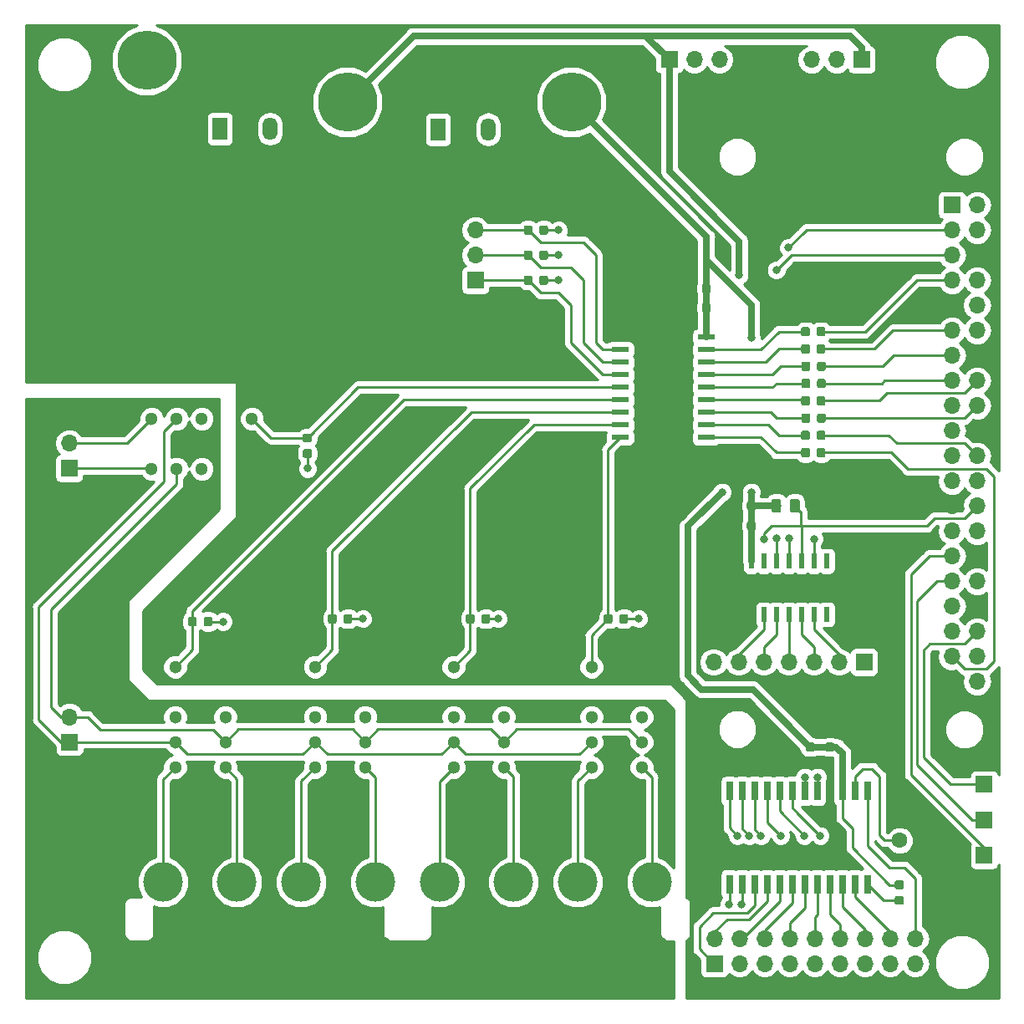
<source format=gbr>
G04 #@! TF.GenerationSoftware,KiCad,Pcbnew,5.0.2+dfsg1-1*
G04 #@! TF.CreationDate,2019-04-16T19:48:13-04:00*
G04 #@! TF.ProjectId,ThorntonAudio,54686f72-6e74-46f6-9e41-7564696f2e6b,rev?*
G04 #@! TF.SameCoordinates,Original*
G04 #@! TF.FileFunction,Copper,L1,Top*
G04 #@! TF.FilePolarity,Positive*
%FSLAX46Y46*%
G04 Gerber Fmt 4.6, Leading zero omitted, Abs format (unit mm)*
G04 Created by KiCad (PCBNEW 5.0.2+dfsg1-1) date Tue 16 Apr 2019 07:48:13 PM EDT*
%MOMM*%
%LPD*%
G01*
G04 APERTURE LIST*
G04 #@! TA.AperFunction,Conductor*
%ADD10C,0.100000*%
G04 #@! TD*
G04 #@! TA.AperFunction,SMDPad,CuDef*
%ADD11C,0.875000*%
G04 #@! TD*
G04 #@! TA.AperFunction,ComponentPad*
%ADD12R,1.500000X2.300000*%
G04 #@! TD*
G04 #@! TA.AperFunction,ComponentPad*
%ADD13O,1.500000X2.300000*%
G04 #@! TD*
G04 #@! TA.AperFunction,ComponentPad*
%ADD14R,1.700000X1.700000*%
G04 #@! TD*
G04 #@! TA.AperFunction,ComponentPad*
%ADD15O,1.700000X1.700000*%
G04 #@! TD*
G04 #@! TA.AperFunction,ComponentPad*
%ADD16C,5.999480*%
G04 #@! TD*
G04 #@! TA.AperFunction,ComponentPad*
%ADD17C,1.300000*%
G04 #@! TD*
G04 #@! TA.AperFunction,SMDPad,CuDef*
%ADD18R,1.725000X0.600000*%
G04 #@! TD*
G04 #@! TA.AperFunction,SMDPad,CuDef*
%ADD19R,0.650000X1.950000*%
G04 #@! TD*
G04 #@! TA.AperFunction,ComponentPad*
%ADD20C,1.600000*%
G04 #@! TD*
G04 #@! TA.AperFunction,ComponentPad*
%ADD21O,1.600000X1.600000*%
G04 #@! TD*
G04 #@! TA.AperFunction,SMDPad,CuDef*
%ADD22R,0.600000X1.500000*%
G04 #@! TD*
G04 #@! TA.AperFunction,SMDPad,CuDef*
%ADD23C,0.975000*%
G04 #@! TD*
G04 #@! TA.AperFunction,ComponentPad*
%ADD24C,4.000000*%
G04 #@! TD*
G04 #@! TA.AperFunction,ViaPad*
%ADD25C,0.800000*%
G04 #@! TD*
G04 #@! TA.AperFunction,Conductor*
%ADD26C,0.700000*%
G04 #@! TD*
G04 #@! TA.AperFunction,Conductor*
%ADD27C,0.250000*%
G04 #@! TD*
G04 #@! TA.AperFunction,Conductor*
%ADD28C,0.254000*%
G04 #@! TD*
G04 APERTURE END LIST*
D10*
G04 #@! TO.N,Net-(R13-Pad1)*
G04 #@! TO.C,R13*
G36*
X209990191Y-95026053D02*
X210011426Y-95029203D01*
X210032250Y-95034419D01*
X210052462Y-95041651D01*
X210071868Y-95050830D01*
X210090281Y-95061866D01*
X210107524Y-95074654D01*
X210123430Y-95089070D01*
X210137846Y-95104976D01*
X210150634Y-95122219D01*
X210161670Y-95140632D01*
X210170849Y-95160038D01*
X210178081Y-95180250D01*
X210183297Y-95201074D01*
X210186447Y-95222309D01*
X210187500Y-95243750D01*
X210187500Y-95756250D01*
X210186447Y-95777691D01*
X210183297Y-95798926D01*
X210178081Y-95819750D01*
X210170849Y-95839962D01*
X210161670Y-95859368D01*
X210150634Y-95877781D01*
X210137846Y-95895024D01*
X210123430Y-95910930D01*
X210107524Y-95925346D01*
X210090281Y-95938134D01*
X210071868Y-95949170D01*
X210052462Y-95958349D01*
X210032250Y-95965581D01*
X210011426Y-95970797D01*
X209990191Y-95973947D01*
X209968750Y-95975000D01*
X209531250Y-95975000D01*
X209509809Y-95973947D01*
X209488574Y-95970797D01*
X209467750Y-95965581D01*
X209447538Y-95958349D01*
X209428132Y-95949170D01*
X209409719Y-95938134D01*
X209392476Y-95925346D01*
X209376570Y-95910930D01*
X209362154Y-95895024D01*
X209349366Y-95877781D01*
X209338330Y-95859368D01*
X209329151Y-95839962D01*
X209321919Y-95819750D01*
X209316703Y-95798926D01*
X209313553Y-95777691D01*
X209312500Y-95756250D01*
X209312500Y-95243750D01*
X209313553Y-95222309D01*
X209316703Y-95201074D01*
X209321919Y-95180250D01*
X209329151Y-95160038D01*
X209338330Y-95140632D01*
X209349366Y-95122219D01*
X209362154Y-95104976D01*
X209376570Y-95089070D01*
X209392476Y-95074654D01*
X209409719Y-95061866D01*
X209428132Y-95050830D01*
X209447538Y-95041651D01*
X209467750Y-95034419D01*
X209488574Y-95029203D01*
X209509809Y-95026053D01*
X209531250Y-95025000D01*
X209968750Y-95025000D01*
X209990191Y-95026053D01*
X209990191Y-95026053D01*
G37*
D11*
G04 #@! TD*
G04 #@! TO.P,R13,1*
G04 #@! TO.N,Net-(R13-Pad1)*
X209750000Y-95500000D03*
D10*
G04 #@! TO.N,/Relay3_pi*
G04 #@! TO.C,R13*
G36*
X211565191Y-95026053D02*
X211586426Y-95029203D01*
X211607250Y-95034419D01*
X211627462Y-95041651D01*
X211646868Y-95050830D01*
X211665281Y-95061866D01*
X211682524Y-95074654D01*
X211698430Y-95089070D01*
X211712846Y-95104976D01*
X211725634Y-95122219D01*
X211736670Y-95140632D01*
X211745849Y-95160038D01*
X211753081Y-95180250D01*
X211758297Y-95201074D01*
X211761447Y-95222309D01*
X211762500Y-95243750D01*
X211762500Y-95756250D01*
X211761447Y-95777691D01*
X211758297Y-95798926D01*
X211753081Y-95819750D01*
X211745849Y-95839962D01*
X211736670Y-95859368D01*
X211725634Y-95877781D01*
X211712846Y-95895024D01*
X211698430Y-95910930D01*
X211682524Y-95925346D01*
X211665281Y-95938134D01*
X211646868Y-95949170D01*
X211627462Y-95958349D01*
X211607250Y-95965581D01*
X211586426Y-95970797D01*
X211565191Y-95973947D01*
X211543750Y-95975000D01*
X211106250Y-95975000D01*
X211084809Y-95973947D01*
X211063574Y-95970797D01*
X211042750Y-95965581D01*
X211022538Y-95958349D01*
X211003132Y-95949170D01*
X210984719Y-95938134D01*
X210967476Y-95925346D01*
X210951570Y-95910930D01*
X210937154Y-95895024D01*
X210924366Y-95877781D01*
X210913330Y-95859368D01*
X210904151Y-95839962D01*
X210896919Y-95819750D01*
X210891703Y-95798926D01*
X210888553Y-95777691D01*
X210887500Y-95756250D01*
X210887500Y-95243750D01*
X210888553Y-95222309D01*
X210891703Y-95201074D01*
X210896919Y-95180250D01*
X210904151Y-95160038D01*
X210913330Y-95140632D01*
X210924366Y-95122219D01*
X210937154Y-95104976D01*
X210951570Y-95089070D01*
X210967476Y-95074654D01*
X210984719Y-95061866D01*
X211003132Y-95050830D01*
X211022538Y-95041651D01*
X211042750Y-95034419D01*
X211063574Y-95029203D01*
X211084809Y-95026053D01*
X211106250Y-95025000D01*
X211543750Y-95025000D01*
X211565191Y-95026053D01*
X211565191Y-95026053D01*
G37*
D11*
G04 #@! TD*
G04 #@! TO.P,R13,2*
G04 #@! TO.N,/Relay3_pi*
X211325000Y-95500000D03*
D10*
G04 #@! TO.N,/Relay2_pi*
G04 #@! TO.C,R12*
G36*
X211527691Y-96776053D02*
X211548926Y-96779203D01*
X211569750Y-96784419D01*
X211589962Y-96791651D01*
X211609368Y-96800830D01*
X211627781Y-96811866D01*
X211645024Y-96824654D01*
X211660930Y-96839070D01*
X211675346Y-96854976D01*
X211688134Y-96872219D01*
X211699170Y-96890632D01*
X211708349Y-96910038D01*
X211715581Y-96930250D01*
X211720797Y-96951074D01*
X211723947Y-96972309D01*
X211725000Y-96993750D01*
X211725000Y-97506250D01*
X211723947Y-97527691D01*
X211720797Y-97548926D01*
X211715581Y-97569750D01*
X211708349Y-97589962D01*
X211699170Y-97609368D01*
X211688134Y-97627781D01*
X211675346Y-97645024D01*
X211660930Y-97660930D01*
X211645024Y-97675346D01*
X211627781Y-97688134D01*
X211609368Y-97699170D01*
X211589962Y-97708349D01*
X211569750Y-97715581D01*
X211548926Y-97720797D01*
X211527691Y-97723947D01*
X211506250Y-97725000D01*
X211068750Y-97725000D01*
X211047309Y-97723947D01*
X211026074Y-97720797D01*
X211005250Y-97715581D01*
X210985038Y-97708349D01*
X210965632Y-97699170D01*
X210947219Y-97688134D01*
X210929976Y-97675346D01*
X210914070Y-97660930D01*
X210899654Y-97645024D01*
X210886866Y-97627781D01*
X210875830Y-97609368D01*
X210866651Y-97589962D01*
X210859419Y-97569750D01*
X210854203Y-97548926D01*
X210851053Y-97527691D01*
X210850000Y-97506250D01*
X210850000Y-96993750D01*
X210851053Y-96972309D01*
X210854203Y-96951074D01*
X210859419Y-96930250D01*
X210866651Y-96910038D01*
X210875830Y-96890632D01*
X210886866Y-96872219D01*
X210899654Y-96854976D01*
X210914070Y-96839070D01*
X210929976Y-96824654D01*
X210947219Y-96811866D01*
X210965632Y-96800830D01*
X210985038Y-96791651D01*
X211005250Y-96784419D01*
X211026074Y-96779203D01*
X211047309Y-96776053D01*
X211068750Y-96775000D01*
X211506250Y-96775000D01*
X211527691Y-96776053D01*
X211527691Y-96776053D01*
G37*
D11*
G04 #@! TD*
G04 #@! TO.P,R12,2*
G04 #@! TO.N,/Relay2_pi*
X211287500Y-97250000D03*
D10*
G04 #@! TO.N,Net-(R12-Pad1)*
G04 #@! TO.C,R12*
G36*
X209952691Y-96776053D02*
X209973926Y-96779203D01*
X209994750Y-96784419D01*
X210014962Y-96791651D01*
X210034368Y-96800830D01*
X210052781Y-96811866D01*
X210070024Y-96824654D01*
X210085930Y-96839070D01*
X210100346Y-96854976D01*
X210113134Y-96872219D01*
X210124170Y-96890632D01*
X210133349Y-96910038D01*
X210140581Y-96930250D01*
X210145797Y-96951074D01*
X210148947Y-96972309D01*
X210150000Y-96993750D01*
X210150000Y-97506250D01*
X210148947Y-97527691D01*
X210145797Y-97548926D01*
X210140581Y-97569750D01*
X210133349Y-97589962D01*
X210124170Y-97609368D01*
X210113134Y-97627781D01*
X210100346Y-97645024D01*
X210085930Y-97660930D01*
X210070024Y-97675346D01*
X210052781Y-97688134D01*
X210034368Y-97699170D01*
X210014962Y-97708349D01*
X209994750Y-97715581D01*
X209973926Y-97720797D01*
X209952691Y-97723947D01*
X209931250Y-97725000D01*
X209493750Y-97725000D01*
X209472309Y-97723947D01*
X209451074Y-97720797D01*
X209430250Y-97715581D01*
X209410038Y-97708349D01*
X209390632Y-97699170D01*
X209372219Y-97688134D01*
X209354976Y-97675346D01*
X209339070Y-97660930D01*
X209324654Y-97645024D01*
X209311866Y-97627781D01*
X209300830Y-97609368D01*
X209291651Y-97589962D01*
X209284419Y-97569750D01*
X209279203Y-97548926D01*
X209276053Y-97527691D01*
X209275000Y-97506250D01*
X209275000Y-96993750D01*
X209276053Y-96972309D01*
X209279203Y-96951074D01*
X209284419Y-96930250D01*
X209291651Y-96910038D01*
X209300830Y-96890632D01*
X209311866Y-96872219D01*
X209324654Y-96854976D01*
X209339070Y-96839070D01*
X209354976Y-96824654D01*
X209372219Y-96811866D01*
X209390632Y-96800830D01*
X209410038Y-96791651D01*
X209430250Y-96784419D01*
X209451074Y-96779203D01*
X209472309Y-96776053D01*
X209493750Y-96775000D01*
X209931250Y-96775000D01*
X209952691Y-96776053D01*
X209952691Y-96776053D01*
G37*
D11*
G04 #@! TD*
G04 #@! TO.P,R12,1*
G04 #@! TO.N,Net-(R12-Pad1)*
X209712500Y-97250000D03*
D10*
G04 #@! TO.N,Net-(R11-Pad1)*
G04 #@! TO.C,R11*
G36*
X209952691Y-98526053D02*
X209973926Y-98529203D01*
X209994750Y-98534419D01*
X210014962Y-98541651D01*
X210034368Y-98550830D01*
X210052781Y-98561866D01*
X210070024Y-98574654D01*
X210085930Y-98589070D01*
X210100346Y-98604976D01*
X210113134Y-98622219D01*
X210124170Y-98640632D01*
X210133349Y-98660038D01*
X210140581Y-98680250D01*
X210145797Y-98701074D01*
X210148947Y-98722309D01*
X210150000Y-98743750D01*
X210150000Y-99256250D01*
X210148947Y-99277691D01*
X210145797Y-99298926D01*
X210140581Y-99319750D01*
X210133349Y-99339962D01*
X210124170Y-99359368D01*
X210113134Y-99377781D01*
X210100346Y-99395024D01*
X210085930Y-99410930D01*
X210070024Y-99425346D01*
X210052781Y-99438134D01*
X210034368Y-99449170D01*
X210014962Y-99458349D01*
X209994750Y-99465581D01*
X209973926Y-99470797D01*
X209952691Y-99473947D01*
X209931250Y-99475000D01*
X209493750Y-99475000D01*
X209472309Y-99473947D01*
X209451074Y-99470797D01*
X209430250Y-99465581D01*
X209410038Y-99458349D01*
X209390632Y-99449170D01*
X209372219Y-99438134D01*
X209354976Y-99425346D01*
X209339070Y-99410930D01*
X209324654Y-99395024D01*
X209311866Y-99377781D01*
X209300830Y-99359368D01*
X209291651Y-99339962D01*
X209284419Y-99319750D01*
X209279203Y-99298926D01*
X209276053Y-99277691D01*
X209275000Y-99256250D01*
X209275000Y-98743750D01*
X209276053Y-98722309D01*
X209279203Y-98701074D01*
X209284419Y-98680250D01*
X209291651Y-98660038D01*
X209300830Y-98640632D01*
X209311866Y-98622219D01*
X209324654Y-98604976D01*
X209339070Y-98589070D01*
X209354976Y-98574654D01*
X209372219Y-98561866D01*
X209390632Y-98550830D01*
X209410038Y-98541651D01*
X209430250Y-98534419D01*
X209451074Y-98529203D01*
X209472309Y-98526053D01*
X209493750Y-98525000D01*
X209931250Y-98525000D01*
X209952691Y-98526053D01*
X209952691Y-98526053D01*
G37*
D11*
G04 #@! TD*
G04 #@! TO.P,R11,1*
G04 #@! TO.N,Net-(R11-Pad1)*
X209712500Y-99000000D03*
D10*
G04 #@! TO.N,/Relay1_pi*
G04 #@! TO.C,R11*
G36*
X211527691Y-98526053D02*
X211548926Y-98529203D01*
X211569750Y-98534419D01*
X211589962Y-98541651D01*
X211609368Y-98550830D01*
X211627781Y-98561866D01*
X211645024Y-98574654D01*
X211660930Y-98589070D01*
X211675346Y-98604976D01*
X211688134Y-98622219D01*
X211699170Y-98640632D01*
X211708349Y-98660038D01*
X211715581Y-98680250D01*
X211720797Y-98701074D01*
X211723947Y-98722309D01*
X211725000Y-98743750D01*
X211725000Y-99256250D01*
X211723947Y-99277691D01*
X211720797Y-99298926D01*
X211715581Y-99319750D01*
X211708349Y-99339962D01*
X211699170Y-99359368D01*
X211688134Y-99377781D01*
X211675346Y-99395024D01*
X211660930Y-99410930D01*
X211645024Y-99425346D01*
X211627781Y-99438134D01*
X211609368Y-99449170D01*
X211589962Y-99458349D01*
X211569750Y-99465581D01*
X211548926Y-99470797D01*
X211527691Y-99473947D01*
X211506250Y-99475000D01*
X211068750Y-99475000D01*
X211047309Y-99473947D01*
X211026074Y-99470797D01*
X211005250Y-99465581D01*
X210985038Y-99458349D01*
X210965632Y-99449170D01*
X210947219Y-99438134D01*
X210929976Y-99425346D01*
X210914070Y-99410930D01*
X210899654Y-99395024D01*
X210886866Y-99377781D01*
X210875830Y-99359368D01*
X210866651Y-99339962D01*
X210859419Y-99319750D01*
X210854203Y-99298926D01*
X210851053Y-99277691D01*
X210850000Y-99256250D01*
X210850000Y-98743750D01*
X210851053Y-98722309D01*
X210854203Y-98701074D01*
X210859419Y-98680250D01*
X210866651Y-98660038D01*
X210875830Y-98640632D01*
X210886866Y-98622219D01*
X210899654Y-98604976D01*
X210914070Y-98589070D01*
X210929976Y-98574654D01*
X210947219Y-98561866D01*
X210965632Y-98550830D01*
X210985038Y-98541651D01*
X211005250Y-98534419D01*
X211026074Y-98529203D01*
X211047309Y-98526053D01*
X211068750Y-98525000D01*
X211506250Y-98525000D01*
X211527691Y-98526053D01*
X211527691Y-98526053D01*
G37*
D11*
G04 #@! TD*
G04 #@! TO.P,R11,2*
G04 #@! TO.N,/Relay1_pi*
X211287500Y-99000000D03*
D10*
G04 #@! TO.N,/Relay5_pi*
G04 #@! TO.C,R15*
G36*
X211565191Y-91526053D02*
X211586426Y-91529203D01*
X211607250Y-91534419D01*
X211627462Y-91541651D01*
X211646868Y-91550830D01*
X211665281Y-91561866D01*
X211682524Y-91574654D01*
X211698430Y-91589070D01*
X211712846Y-91604976D01*
X211725634Y-91622219D01*
X211736670Y-91640632D01*
X211745849Y-91660038D01*
X211753081Y-91680250D01*
X211758297Y-91701074D01*
X211761447Y-91722309D01*
X211762500Y-91743750D01*
X211762500Y-92256250D01*
X211761447Y-92277691D01*
X211758297Y-92298926D01*
X211753081Y-92319750D01*
X211745849Y-92339962D01*
X211736670Y-92359368D01*
X211725634Y-92377781D01*
X211712846Y-92395024D01*
X211698430Y-92410930D01*
X211682524Y-92425346D01*
X211665281Y-92438134D01*
X211646868Y-92449170D01*
X211627462Y-92458349D01*
X211607250Y-92465581D01*
X211586426Y-92470797D01*
X211565191Y-92473947D01*
X211543750Y-92475000D01*
X211106250Y-92475000D01*
X211084809Y-92473947D01*
X211063574Y-92470797D01*
X211042750Y-92465581D01*
X211022538Y-92458349D01*
X211003132Y-92449170D01*
X210984719Y-92438134D01*
X210967476Y-92425346D01*
X210951570Y-92410930D01*
X210937154Y-92395024D01*
X210924366Y-92377781D01*
X210913330Y-92359368D01*
X210904151Y-92339962D01*
X210896919Y-92319750D01*
X210891703Y-92298926D01*
X210888553Y-92277691D01*
X210887500Y-92256250D01*
X210887500Y-91743750D01*
X210888553Y-91722309D01*
X210891703Y-91701074D01*
X210896919Y-91680250D01*
X210904151Y-91660038D01*
X210913330Y-91640632D01*
X210924366Y-91622219D01*
X210937154Y-91604976D01*
X210951570Y-91589070D01*
X210967476Y-91574654D01*
X210984719Y-91561866D01*
X211003132Y-91550830D01*
X211022538Y-91541651D01*
X211042750Y-91534419D01*
X211063574Y-91529203D01*
X211084809Y-91526053D01*
X211106250Y-91525000D01*
X211543750Y-91525000D01*
X211565191Y-91526053D01*
X211565191Y-91526053D01*
G37*
D11*
G04 #@! TD*
G04 #@! TO.P,R15,2*
G04 #@! TO.N,/Relay5_pi*
X211325000Y-92000000D03*
D10*
G04 #@! TO.N,Net-(R15-Pad1)*
G04 #@! TO.C,R15*
G36*
X209990191Y-91526053D02*
X210011426Y-91529203D01*
X210032250Y-91534419D01*
X210052462Y-91541651D01*
X210071868Y-91550830D01*
X210090281Y-91561866D01*
X210107524Y-91574654D01*
X210123430Y-91589070D01*
X210137846Y-91604976D01*
X210150634Y-91622219D01*
X210161670Y-91640632D01*
X210170849Y-91660038D01*
X210178081Y-91680250D01*
X210183297Y-91701074D01*
X210186447Y-91722309D01*
X210187500Y-91743750D01*
X210187500Y-92256250D01*
X210186447Y-92277691D01*
X210183297Y-92298926D01*
X210178081Y-92319750D01*
X210170849Y-92339962D01*
X210161670Y-92359368D01*
X210150634Y-92377781D01*
X210137846Y-92395024D01*
X210123430Y-92410930D01*
X210107524Y-92425346D01*
X210090281Y-92438134D01*
X210071868Y-92449170D01*
X210052462Y-92458349D01*
X210032250Y-92465581D01*
X210011426Y-92470797D01*
X209990191Y-92473947D01*
X209968750Y-92475000D01*
X209531250Y-92475000D01*
X209509809Y-92473947D01*
X209488574Y-92470797D01*
X209467750Y-92465581D01*
X209447538Y-92458349D01*
X209428132Y-92449170D01*
X209409719Y-92438134D01*
X209392476Y-92425346D01*
X209376570Y-92410930D01*
X209362154Y-92395024D01*
X209349366Y-92377781D01*
X209338330Y-92359368D01*
X209329151Y-92339962D01*
X209321919Y-92319750D01*
X209316703Y-92298926D01*
X209313553Y-92277691D01*
X209312500Y-92256250D01*
X209312500Y-91743750D01*
X209313553Y-91722309D01*
X209316703Y-91701074D01*
X209321919Y-91680250D01*
X209329151Y-91660038D01*
X209338330Y-91640632D01*
X209349366Y-91622219D01*
X209362154Y-91604976D01*
X209376570Y-91589070D01*
X209392476Y-91574654D01*
X209409719Y-91561866D01*
X209428132Y-91550830D01*
X209447538Y-91541651D01*
X209467750Y-91534419D01*
X209488574Y-91529203D01*
X209509809Y-91526053D01*
X209531250Y-91525000D01*
X209968750Y-91525000D01*
X209990191Y-91526053D01*
X209990191Y-91526053D01*
G37*
D11*
G04 #@! TD*
G04 #@! TO.P,R15,1*
G04 #@! TO.N,Net-(R15-Pad1)*
X209750000Y-92000000D03*
D10*
G04 #@! TO.N,Net-(R16-Pad1)*
G04 #@! TO.C,R16*
G36*
X209990191Y-89776053D02*
X210011426Y-89779203D01*
X210032250Y-89784419D01*
X210052462Y-89791651D01*
X210071868Y-89800830D01*
X210090281Y-89811866D01*
X210107524Y-89824654D01*
X210123430Y-89839070D01*
X210137846Y-89854976D01*
X210150634Y-89872219D01*
X210161670Y-89890632D01*
X210170849Y-89910038D01*
X210178081Y-89930250D01*
X210183297Y-89951074D01*
X210186447Y-89972309D01*
X210187500Y-89993750D01*
X210187500Y-90506250D01*
X210186447Y-90527691D01*
X210183297Y-90548926D01*
X210178081Y-90569750D01*
X210170849Y-90589962D01*
X210161670Y-90609368D01*
X210150634Y-90627781D01*
X210137846Y-90645024D01*
X210123430Y-90660930D01*
X210107524Y-90675346D01*
X210090281Y-90688134D01*
X210071868Y-90699170D01*
X210052462Y-90708349D01*
X210032250Y-90715581D01*
X210011426Y-90720797D01*
X209990191Y-90723947D01*
X209968750Y-90725000D01*
X209531250Y-90725000D01*
X209509809Y-90723947D01*
X209488574Y-90720797D01*
X209467750Y-90715581D01*
X209447538Y-90708349D01*
X209428132Y-90699170D01*
X209409719Y-90688134D01*
X209392476Y-90675346D01*
X209376570Y-90660930D01*
X209362154Y-90645024D01*
X209349366Y-90627781D01*
X209338330Y-90609368D01*
X209329151Y-90589962D01*
X209321919Y-90569750D01*
X209316703Y-90548926D01*
X209313553Y-90527691D01*
X209312500Y-90506250D01*
X209312500Y-89993750D01*
X209313553Y-89972309D01*
X209316703Y-89951074D01*
X209321919Y-89930250D01*
X209329151Y-89910038D01*
X209338330Y-89890632D01*
X209349366Y-89872219D01*
X209362154Y-89854976D01*
X209376570Y-89839070D01*
X209392476Y-89824654D01*
X209409719Y-89811866D01*
X209428132Y-89800830D01*
X209447538Y-89791651D01*
X209467750Y-89784419D01*
X209488574Y-89779203D01*
X209509809Y-89776053D01*
X209531250Y-89775000D01*
X209968750Y-89775000D01*
X209990191Y-89776053D01*
X209990191Y-89776053D01*
G37*
D11*
G04 #@! TD*
G04 #@! TO.P,R16,1*
G04 #@! TO.N,Net-(R16-Pad1)*
X209750000Y-90250000D03*
D10*
G04 #@! TO.N,/Relay6_pi*
G04 #@! TO.C,R16*
G36*
X211565191Y-89776053D02*
X211586426Y-89779203D01*
X211607250Y-89784419D01*
X211627462Y-89791651D01*
X211646868Y-89800830D01*
X211665281Y-89811866D01*
X211682524Y-89824654D01*
X211698430Y-89839070D01*
X211712846Y-89854976D01*
X211725634Y-89872219D01*
X211736670Y-89890632D01*
X211745849Y-89910038D01*
X211753081Y-89930250D01*
X211758297Y-89951074D01*
X211761447Y-89972309D01*
X211762500Y-89993750D01*
X211762500Y-90506250D01*
X211761447Y-90527691D01*
X211758297Y-90548926D01*
X211753081Y-90569750D01*
X211745849Y-90589962D01*
X211736670Y-90609368D01*
X211725634Y-90627781D01*
X211712846Y-90645024D01*
X211698430Y-90660930D01*
X211682524Y-90675346D01*
X211665281Y-90688134D01*
X211646868Y-90699170D01*
X211627462Y-90708349D01*
X211607250Y-90715581D01*
X211586426Y-90720797D01*
X211565191Y-90723947D01*
X211543750Y-90725000D01*
X211106250Y-90725000D01*
X211084809Y-90723947D01*
X211063574Y-90720797D01*
X211042750Y-90715581D01*
X211022538Y-90708349D01*
X211003132Y-90699170D01*
X210984719Y-90688134D01*
X210967476Y-90675346D01*
X210951570Y-90660930D01*
X210937154Y-90645024D01*
X210924366Y-90627781D01*
X210913330Y-90609368D01*
X210904151Y-90589962D01*
X210896919Y-90569750D01*
X210891703Y-90548926D01*
X210888553Y-90527691D01*
X210887500Y-90506250D01*
X210887500Y-89993750D01*
X210888553Y-89972309D01*
X210891703Y-89951074D01*
X210896919Y-89930250D01*
X210904151Y-89910038D01*
X210913330Y-89890632D01*
X210924366Y-89872219D01*
X210937154Y-89854976D01*
X210951570Y-89839070D01*
X210967476Y-89824654D01*
X210984719Y-89811866D01*
X211003132Y-89800830D01*
X211022538Y-89791651D01*
X211042750Y-89784419D01*
X211063574Y-89779203D01*
X211084809Y-89776053D01*
X211106250Y-89775000D01*
X211543750Y-89775000D01*
X211565191Y-89776053D01*
X211565191Y-89776053D01*
G37*
D11*
G04 #@! TD*
G04 #@! TO.P,R16,2*
G04 #@! TO.N,/Relay6_pi*
X211325000Y-90250000D03*
D10*
G04 #@! TO.N,/Relay7_pi*
G04 #@! TO.C,R17*
G36*
X211527691Y-88026053D02*
X211548926Y-88029203D01*
X211569750Y-88034419D01*
X211589962Y-88041651D01*
X211609368Y-88050830D01*
X211627781Y-88061866D01*
X211645024Y-88074654D01*
X211660930Y-88089070D01*
X211675346Y-88104976D01*
X211688134Y-88122219D01*
X211699170Y-88140632D01*
X211708349Y-88160038D01*
X211715581Y-88180250D01*
X211720797Y-88201074D01*
X211723947Y-88222309D01*
X211725000Y-88243750D01*
X211725000Y-88756250D01*
X211723947Y-88777691D01*
X211720797Y-88798926D01*
X211715581Y-88819750D01*
X211708349Y-88839962D01*
X211699170Y-88859368D01*
X211688134Y-88877781D01*
X211675346Y-88895024D01*
X211660930Y-88910930D01*
X211645024Y-88925346D01*
X211627781Y-88938134D01*
X211609368Y-88949170D01*
X211589962Y-88958349D01*
X211569750Y-88965581D01*
X211548926Y-88970797D01*
X211527691Y-88973947D01*
X211506250Y-88975000D01*
X211068750Y-88975000D01*
X211047309Y-88973947D01*
X211026074Y-88970797D01*
X211005250Y-88965581D01*
X210985038Y-88958349D01*
X210965632Y-88949170D01*
X210947219Y-88938134D01*
X210929976Y-88925346D01*
X210914070Y-88910930D01*
X210899654Y-88895024D01*
X210886866Y-88877781D01*
X210875830Y-88859368D01*
X210866651Y-88839962D01*
X210859419Y-88819750D01*
X210854203Y-88798926D01*
X210851053Y-88777691D01*
X210850000Y-88756250D01*
X210850000Y-88243750D01*
X210851053Y-88222309D01*
X210854203Y-88201074D01*
X210859419Y-88180250D01*
X210866651Y-88160038D01*
X210875830Y-88140632D01*
X210886866Y-88122219D01*
X210899654Y-88104976D01*
X210914070Y-88089070D01*
X210929976Y-88074654D01*
X210947219Y-88061866D01*
X210965632Y-88050830D01*
X210985038Y-88041651D01*
X211005250Y-88034419D01*
X211026074Y-88029203D01*
X211047309Y-88026053D01*
X211068750Y-88025000D01*
X211506250Y-88025000D01*
X211527691Y-88026053D01*
X211527691Y-88026053D01*
G37*
D11*
G04 #@! TD*
G04 #@! TO.P,R17,2*
G04 #@! TO.N,/Relay7_pi*
X211287500Y-88500000D03*
D10*
G04 #@! TO.N,Net-(R17-Pad1)*
G04 #@! TO.C,R17*
G36*
X209952691Y-88026053D02*
X209973926Y-88029203D01*
X209994750Y-88034419D01*
X210014962Y-88041651D01*
X210034368Y-88050830D01*
X210052781Y-88061866D01*
X210070024Y-88074654D01*
X210085930Y-88089070D01*
X210100346Y-88104976D01*
X210113134Y-88122219D01*
X210124170Y-88140632D01*
X210133349Y-88160038D01*
X210140581Y-88180250D01*
X210145797Y-88201074D01*
X210148947Y-88222309D01*
X210150000Y-88243750D01*
X210150000Y-88756250D01*
X210148947Y-88777691D01*
X210145797Y-88798926D01*
X210140581Y-88819750D01*
X210133349Y-88839962D01*
X210124170Y-88859368D01*
X210113134Y-88877781D01*
X210100346Y-88895024D01*
X210085930Y-88910930D01*
X210070024Y-88925346D01*
X210052781Y-88938134D01*
X210034368Y-88949170D01*
X210014962Y-88958349D01*
X209994750Y-88965581D01*
X209973926Y-88970797D01*
X209952691Y-88973947D01*
X209931250Y-88975000D01*
X209493750Y-88975000D01*
X209472309Y-88973947D01*
X209451074Y-88970797D01*
X209430250Y-88965581D01*
X209410038Y-88958349D01*
X209390632Y-88949170D01*
X209372219Y-88938134D01*
X209354976Y-88925346D01*
X209339070Y-88910930D01*
X209324654Y-88895024D01*
X209311866Y-88877781D01*
X209300830Y-88859368D01*
X209291651Y-88839962D01*
X209284419Y-88819750D01*
X209279203Y-88798926D01*
X209276053Y-88777691D01*
X209275000Y-88756250D01*
X209275000Y-88243750D01*
X209276053Y-88222309D01*
X209279203Y-88201074D01*
X209284419Y-88180250D01*
X209291651Y-88160038D01*
X209300830Y-88140632D01*
X209311866Y-88122219D01*
X209324654Y-88104976D01*
X209339070Y-88089070D01*
X209354976Y-88074654D01*
X209372219Y-88061866D01*
X209390632Y-88050830D01*
X209410038Y-88041651D01*
X209430250Y-88034419D01*
X209451074Y-88029203D01*
X209472309Y-88026053D01*
X209493750Y-88025000D01*
X209931250Y-88025000D01*
X209952691Y-88026053D01*
X209952691Y-88026053D01*
G37*
D11*
G04 #@! TD*
G04 #@! TO.P,R17,1*
G04 #@! TO.N,Net-(R17-Pad1)*
X209712500Y-88500000D03*
D10*
G04 #@! TO.N,Net-(R18-Pad1)*
G04 #@! TO.C,R18*
G36*
X209952691Y-86276053D02*
X209973926Y-86279203D01*
X209994750Y-86284419D01*
X210014962Y-86291651D01*
X210034368Y-86300830D01*
X210052781Y-86311866D01*
X210070024Y-86324654D01*
X210085930Y-86339070D01*
X210100346Y-86354976D01*
X210113134Y-86372219D01*
X210124170Y-86390632D01*
X210133349Y-86410038D01*
X210140581Y-86430250D01*
X210145797Y-86451074D01*
X210148947Y-86472309D01*
X210150000Y-86493750D01*
X210150000Y-87006250D01*
X210148947Y-87027691D01*
X210145797Y-87048926D01*
X210140581Y-87069750D01*
X210133349Y-87089962D01*
X210124170Y-87109368D01*
X210113134Y-87127781D01*
X210100346Y-87145024D01*
X210085930Y-87160930D01*
X210070024Y-87175346D01*
X210052781Y-87188134D01*
X210034368Y-87199170D01*
X210014962Y-87208349D01*
X209994750Y-87215581D01*
X209973926Y-87220797D01*
X209952691Y-87223947D01*
X209931250Y-87225000D01*
X209493750Y-87225000D01*
X209472309Y-87223947D01*
X209451074Y-87220797D01*
X209430250Y-87215581D01*
X209410038Y-87208349D01*
X209390632Y-87199170D01*
X209372219Y-87188134D01*
X209354976Y-87175346D01*
X209339070Y-87160930D01*
X209324654Y-87145024D01*
X209311866Y-87127781D01*
X209300830Y-87109368D01*
X209291651Y-87089962D01*
X209284419Y-87069750D01*
X209279203Y-87048926D01*
X209276053Y-87027691D01*
X209275000Y-87006250D01*
X209275000Y-86493750D01*
X209276053Y-86472309D01*
X209279203Y-86451074D01*
X209284419Y-86430250D01*
X209291651Y-86410038D01*
X209300830Y-86390632D01*
X209311866Y-86372219D01*
X209324654Y-86354976D01*
X209339070Y-86339070D01*
X209354976Y-86324654D01*
X209372219Y-86311866D01*
X209390632Y-86300830D01*
X209410038Y-86291651D01*
X209430250Y-86284419D01*
X209451074Y-86279203D01*
X209472309Y-86276053D01*
X209493750Y-86275000D01*
X209931250Y-86275000D01*
X209952691Y-86276053D01*
X209952691Y-86276053D01*
G37*
D11*
G04 #@! TD*
G04 #@! TO.P,R18,1*
G04 #@! TO.N,Net-(R18-Pad1)*
X209712500Y-86750000D03*
D10*
G04 #@! TO.N,/Relay8_pi*
G04 #@! TO.C,R18*
G36*
X211527691Y-86276053D02*
X211548926Y-86279203D01*
X211569750Y-86284419D01*
X211589962Y-86291651D01*
X211609368Y-86300830D01*
X211627781Y-86311866D01*
X211645024Y-86324654D01*
X211660930Y-86339070D01*
X211675346Y-86354976D01*
X211688134Y-86372219D01*
X211699170Y-86390632D01*
X211708349Y-86410038D01*
X211715581Y-86430250D01*
X211720797Y-86451074D01*
X211723947Y-86472309D01*
X211725000Y-86493750D01*
X211725000Y-87006250D01*
X211723947Y-87027691D01*
X211720797Y-87048926D01*
X211715581Y-87069750D01*
X211708349Y-87089962D01*
X211699170Y-87109368D01*
X211688134Y-87127781D01*
X211675346Y-87145024D01*
X211660930Y-87160930D01*
X211645024Y-87175346D01*
X211627781Y-87188134D01*
X211609368Y-87199170D01*
X211589962Y-87208349D01*
X211569750Y-87215581D01*
X211548926Y-87220797D01*
X211527691Y-87223947D01*
X211506250Y-87225000D01*
X211068750Y-87225000D01*
X211047309Y-87223947D01*
X211026074Y-87220797D01*
X211005250Y-87215581D01*
X210985038Y-87208349D01*
X210965632Y-87199170D01*
X210947219Y-87188134D01*
X210929976Y-87175346D01*
X210914070Y-87160930D01*
X210899654Y-87145024D01*
X210886866Y-87127781D01*
X210875830Y-87109368D01*
X210866651Y-87089962D01*
X210859419Y-87069750D01*
X210854203Y-87048926D01*
X210851053Y-87027691D01*
X210850000Y-87006250D01*
X210850000Y-86493750D01*
X210851053Y-86472309D01*
X210854203Y-86451074D01*
X210859419Y-86430250D01*
X210866651Y-86410038D01*
X210875830Y-86390632D01*
X210886866Y-86372219D01*
X210899654Y-86354976D01*
X210914070Y-86339070D01*
X210929976Y-86324654D01*
X210947219Y-86311866D01*
X210965632Y-86300830D01*
X210985038Y-86291651D01*
X211005250Y-86284419D01*
X211026074Y-86279203D01*
X211047309Y-86276053D01*
X211068750Y-86275000D01*
X211506250Y-86275000D01*
X211527691Y-86276053D01*
X211527691Y-86276053D01*
G37*
D11*
G04 #@! TD*
G04 #@! TO.P,R18,2*
G04 #@! TO.N,/Relay8_pi*
X211287500Y-86750000D03*
D10*
G04 #@! TO.N,/Relay4_pi*
G04 #@! TO.C,R14*
G36*
X211527691Y-93276053D02*
X211548926Y-93279203D01*
X211569750Y-93284419D01*
X211589962Y-93291651D01*
X211609368Y-93300830D01*
X211627781Y-93311866D01*
X211645024Y-93324654D01*
X211660930Y-93339070D01*
X211675346Y-93354976D01*
X211688134Y-93372219D01*
X211699170Y-93390632D01*
X211708349Y-93410038D01*
X211715581Y-93430250D01*
X211720797Y-93451074D01*
X211723947Y-93472309D01*
X211725000Y-93493750D01*
X211725000Y-94006250D01*
X211723947Y-94027691D01*
X211720797Y-94048926D01*
X211715581Y-94069750D01*
X211708349Y-94089962D01*
X211699170Y-94109368D01*
X211688134Y-94127781D01*
X211675346Y-94145024D01*
X211660930Y-94160930D01*
X211645024Y-94175346D01*
X211627781Y-94188134D01*
X211609368Y-94199170D01*
X211589962Y-94208349D01*
X211569750Y-94215581D01*
X211548926Y-94220797D01*
X211527691Y-94223947D01*
X211506250Y-94225000D01*
X211068750Y-94225000D01*
X211047309Y-94223947D01*
X211026074Y-94220797D01*
X211005250Y-94215581D01*
X210985038Y-94208349D01*
X210965632Y-94199170D01*
X210947219Y-94188134D01*
X210929976Y-94175346D01*
X210914070Y-94160930D01*
X210899654Y-94145024D01*
X210886866Y-94127781D01*
X210875830Y-94109368D01*
X210866651Y-94089962D01*
X210859419Y-94069750D01*
X210854203Y-94048926D01*
X210851053Y-94027691D01*
X210850000Y-94006250D01*
X210850000Y-93493750D01*
X210851053Y-93472309D01*
X210854203Y-93451074D01*
X210859419Y-93430250D01*
X210866651Y-93410038D01*
X210875830Y-93390632D01*
X210886866Y-93372219D01*
X210899654Y-93354976D01*
X210914070Y-93339070D01*
X210929976Y-93324654D01*
X210947219Y-93311866D01*
X210965632Y-93300830D01*
X210985038Y-93291651D01*
X211005250Y-93284419D01*
X211026074Y-93279203D01*
X211047309Y-93276053D01*
X211068750Y-93275000D01*
X211506250Y-93275000D01*
X211527691Y-93276053D01*
X211527691Y-93276053D01*
G37*
D11*
G04 #@! TD*
G04 #@! TO.P,R14,2*
G04 #@! TO.N,/Relay4_pi*
X211287500Y-93750000D03*
D10*
G04 #@! TO.N,Net-(R14-Pad1)*
G04 #@! TO.C,R14*
G36*
X209952691Y-93276053D02*
X209973926Y-93279203D01*
X209994750Y-93284419D01*
X210014962Y-93291651D01*
X210034368Y-93300830D01*
X210052781Y-93311866D01*
X210070024Y-93324654D01*
X210085930Y-93339070D01*
X210100346Y-93354976D01*
X210113134Y-93372219D01*
X210124170Y-93390632D01*
X210133349Y-93410038D01*
X210140581Y-93430250D01*
X210145797Y-93451074D01*
X210148947Y-93472309D01*
X210150000Y-93493750D01*
X210150000Y-94006250D01*
X210148947Y-94027691D01*
X210145797Y-94048926D01*
X210140581Y-94069750D01*
X210133349Y-94089962D01*
X210124170Y-94109368D01*
X210113134Y-94127781D01*
X210100346Y-94145024D01*
X210085930Y-94160930D01*
X210070024Y-94175346D01*
X210052781Y-94188134D01*
X210034368Y-94199170D01*
X210014962Y-94208349D01*
X209994750Y-94215581D01*
X209973926Y-94220797D01*
X209952691Y-94223947D01*
X209931250Y-94225000D01*
X209493750Y-94225000D01*
X209472309Y-94223947D01*
X209451074Y-94220797D01*
X209430250Y-94215581D01*
X209410038Y-94208349D01*
X209390632Y-94199170D01*
X209372219Y-94188134D01*
X209354976Y-94175346D01*
X209339070Y-94160930D01*
X209324654Y-94145024D01*
X209311866Y-94127781D01*
X209300830Y-94109368D01*
X209291651Y-94089962D01*
X209284419Y-94069750D01*
X209279203Y-94048926D01*
X209276053Y-94027691D01*
X209275000Y-94006250D01*
X209275000Y-93493750D01*
X209276053Y-93472309D01*
X209279203Y-93451074D01*
X209284419Y-93430250D01*
X209291651Y-93410038D01*
X209300830Y-93390632D01*
X209311866Y-93372219D01*
X209324654Y-93354976D01*
X209339070Y-93339070D01*
X209354976Y-93324654D01*
X209372219Y-93311866D01*
X209390632Y-93300830D01*
X209410038Y-93291651D01*
X209430250Y-93284419D01*
X209451074Y-93279203D01*
X209472309Y-93276053D01*
X209493750Y-93275000D01*
X209931250Y-93275000D01*
X209952691Y-93276053D01*
X209952691Y-93276053D01*
G37*
D11*
G04 #@! TD*
G04 #@! TO.P,R14,1*
G04 #@! TO.N,Net-(R14-Pad1)*
X209712500Y-93750000D03*
D10*
G04 #@! TO.N,Net-(IC1-Pad24)*
G04 #@! TO.C,R19*
G36*
X219492691Y-143913553D02*
X219513926Y-143916703D01*
X219534750Y-143921919D01*
X219554962Y-143929151D01*
X219574368Y-143938330D01*
X219592781Y-143949366D01*
X219610024Y-143962154D01*
X219625930Y-143976570D01*
X219640346Y-143992476D01*
X219653134Y-144009719D01*
X219664170Y-144028132D01*
X219673349Y-144047538D01*
X219680581Y-144067750D01*
X219685797Y-144088574D01*
X219688947Y-144109809D01*
X219690000Y-144131250D01*
X219690000Y-144568750D01*
X219688947Y-144590191D01*
X219685797Y-144611426D01*
X219680581Y-144632250D01*
X219673349Y-144652462D01*
X219664170Y-144671868D01*
X219653134Y-144690281D01*
X219640346Y-144707524D01*
X219625930Y-144723430D01*
X219610024Y-144737846D01*
X219592781Y-144750634D01*
X219574368Y-144761670D01*
X219554962Y-144770849D01*
X219534750Y-144778081D01*
X219513926Y-144783297D01*
X219492691Y-144786447D01*
X219471250Y-144787500D01*
X218958750Y-144787500D01*
X218937309Y-144786447D01*
X218916074Y-144783297D01*
X218895250Y-144778081D01*
X218875038Y-144770849D01*
X218855632Y-144761670D01*
X218837219Y-144750634D01*
X218819976Y-144737846D01*
X218804070Y-144723430D01*
X218789654Y-144707524D01*
X218776866Y-144690281D01*
X218765830Y-144671868D01*
X218756651Y-144652462D01*
X218749419Y-144632250D01*
X218744203Y-144611426D01*
X218741053Y-144590191D01*
X218740000Y-144568750D01*
X218740000Y-144131250D01*
X218741053Y-144109809D01*
X218744203Y-144088574D01*
X218749419Y-144067750D01*
X218756651Y-144047538D01*
X218765830Y-144028132D01*
X218776866Y-144009719D01*
X218789654Y-143992476D01*
X218804070Y-143976570D01*
X218819976Y-143962154D01*
X218837219Y-143949366D01*
X218855632Y-143938330D01*
X218875038Y-143929151D01*
X218895250Y-143921919D01*
X218916074Y-143916703D01*
X218937309Y-143913553D01*
X218958750Y-143912500D01*
X219471250Y-143912500D01*
X219492691Y-143913553D01*
X219492691Y-143913553D01*
G37*
D11*
G04 #@! TD*
G04 #@! TO.P,R19,1*
G04 #@! TO.N,Net-(IC1-Pad24)*
X219215000Y-144350000D03*
D10*
G04 #@! TO.N,+5V*
G04 #@! TO.C,R19*
G36*
X219492691Y-142338553D02*
X219513926Y-142341703D01*
X219534750Y-142346919D01*
X219554962Y-142354151D01*
X219574368Y-142363330D01*
X219592781Y-142374366D01*
X219610024Y-142387154D01*
X219625930Y-142401570D01*
X219640346Y-142417476D01*
X219653134Y-142434719D01*
X219664170Y-142453132D01*
X219673349Y-142472538D01*
X219680581Y-142492750D01*
X219685797Y-142513574D01*
X219688947Y-142534809D01*
X219690000Y-142556250D01*
X219690000Y-142993750D01*
X219688947Y-143015191D01*
X219685797Y-143036426D01*
X219680581Y-143057250D01*
X219673349Y-143077462D01*
X219664170Y-143096868D01*
X219653134Y-143115281D01*
X219640346Y-143132524D01*
X219625930Y-143148430D01*
X219610024Y-143162846D01*
X219592781Y-143175634D01*
X219574368Y-143186670D01*
X219554962Y-143195849D01*
X219534750Y-143203081D01*
X219513926Y-143208297D01*
X219492691Y-143211447D01*
X219471250Y-143212500D01*
X218958750Y-143212500D01*
X218937309Y-143211447D01*
X218916074Y-143208297D01*
X218895250Y-143203081D01*
X218875038Y-143195849D01*
X218855632Y-143186670D01*
X218837219Y-143175634D01*
X218819976Y-143162846D01*
X218804070Y-143148430D01*
X218789654Y-143132524D01*
X218776866Y-143115281D01*
X218765830Y-143096868D01*
X218756651Y-143077462D01*
X218749419Y-143057250D01*
X218744203Y-143036426D01*
X218741053Y-143015191D01*
X218740000Y-142993750D01*
X218740000Y-142556250D01*
X218741053Y-142534809D01*
X218744203Y-142513574D01*
X218749419Y-142492750D01*
X218756651Y-142472538D01*
X218765830Y-142453132D01*
X218776866Y-142434719D01*
X218789654Y-142417476D01*
X218804070Y-142401570D01*
X218819976Y-142387154D01*
X218837219Y-142374366D01*
X218855632Y-142363330D01*
X218875038Y-142354151D01*
X218895250Y-142346919D01*
X218916074Y-142341703D01*
X218937309Y-142338553D01*
X218958750Y-142337500D01*
X219471250Y-142337500D01*
X219492691Y-142338553D01*
X219492691Y-142338553D01*
G37*
D11*
G04 #@! TD*
G04 #@! TO.P,R19,2*
G04 #@! TO.N,+5V*
X219215000Y-142775000D03*
D10*
G04 #@! TO.N,+5V*
G04 #@! TO.C,C16*
G36*
X212452691Y-128376053D02*
X212473926Y-128379203D01*
X212494750Y-128384419D01*
X212514962Y-128391651D01*
X212534368Y-128400830D01*
X212552781Y-128411866D01*
X212570024Y-128424654D01*
X212585930Y-128439070D01*
X212600346Y-128454976D01*
X212613134Y-128472219D01*
X212624170Y-128490632D01*
X212633349Y-128510038D01*
X212640581Y-128530250D01*
X212645797Y-128551074D01*
X212648947Y-128572309D01*
X212650000Y-128593750D01*
X212650000Y-129031250D01*
X212648947Y-129052691D01*
X212645797Y-129073926D01*
X212640581Y-129094750D01*
X212633349Y-129114962D01*
X212624170Y-129134368D01*
X212613134Y-129152781D01*
X212600346Y-129170024D01*
X212585930Y-129185930D01*
X212570024Y-129200346D01*
X212552781Y-129213134D01*
X212534368Y-129224170D01*
X212514962Y-129233349D01*
X212494750Y-129240581D01*
X212473926Y-129245797D01*
X212452691Y-129248947D01*
X212431250Y-129250000D01*
X211918750Y-129250000D01*
X211897309Y-129248947D01*
X211876074Y-129245797D01*
X211855250Y-129240581D01*
X211835038Y-129233349D01*
X211815632Y-129224170D01*
X211797219Y-129213134D01*
X211779976Y-129200346D01*
X211764070Y-129185930D01*
X211749654Y-129170024D01*
X211736866Y-129152781D01*
X211725830Y-129134368D01*
X211716651Y-129114962D01*
X211709419Y-129094750D01*
X211704203Y-129073926D01*
X211701053Y-129052691D01*
X211700000Y-129031250D01*
X211700000Y-128593750D01*
X211701053Y-128572309D01*
X211704203Y-128551074D01*
X211709419Y-128530250D01*
X211716651Y-128510038D01*
X211725830Y-128490632D01*
X211736866Y-128472219D01*
X211749654Y-128454976D01*
X211764070Y-128439070D01*
X211779976Y-128424654D01*
X211797219Y-128411866D01*
X211815632Y-128400830D01*
X211835038Y-128391651D01*
X211855250Y-128384419D01*
X211876074Y-128379203D01*
X211897309Y-128376053D01*
X211918750Y-128375000D01*
X212431250Y-128375000D01*
X212452691Y-128376053D01*
X212452691Y-128376053D01*
G37*
D11*
G04 #@! TD*
G04 #@! TO.P,C16,1*
G04 #@! TO.N,+5V*
X212175000Y-128812500D03*
D10*
G04 #@! TO.N,GND*
G04 #@! TO.C,C16*
G36*
X212452691Y-129951053D02*
X212473926Y-129954203D01*
X212494750Y-129959419D01*
X212514962Y-129966651D01*
X212534368Y-129975830D01*
X212552781Y-129986866D01*
X212570024Y-129999654D01*
X212585930Y-130014070D01*
X212600346Y-130029976D01*
X212613134Y-130047219D01*
X212624170Y-130065632D01*
X212633349Y-130085038D01*
X212640581Y-130105250D01*
X212645797Y-130126074D01*
X212648947Y-130147309D01*
X212650000Y-130168750D01*
X212650000Y-130606250D01*
X212648947Y-130627691D01*
X212645797Y-130648926D01*
X212640581Y-130669750D01*
X212633349Y-130689962D01*
X212624170Y-130709368D01*
X212613134Y-130727781D01*
X212600346Y-130745024D01*
X212585930Y-130760930D01*
X212570024Y-130775346D01*
X212552781Y-130788134D01*
X212534368Y-130799170D01*
X212514962Y-130808349D01*
X212494750Y-130815581D01*
X212473926Y-130820797D01*
X212452691Y-130823947D01*
X212431250Y-130825000D01*
X211918750Y-130825000D01*
X211897309Y-130823947D01*
X211876074Y-130820797D01*
X211855250Y-130815581D01*
X211835038Y-130808349D01*
X211815632Y-130799170D01*
X211797219Y-130788134D01*
X211779976Y-130775346D01*
X211764070Y-130760930D01*
X211749654Y-130745024D01*
X211736866Y-130727781D01*
X211725830Y-130709368D01*
X211716651Y-130689962D01*
X211709419Y-130669750D01*
X211704203Y-130648926D01*
X211701053Y-130627691D01*
X211700000Y-130606250D01*
X211700000Y-130168750D01*
X211701053Y-130147309D01*
X211704203Y-130126074D01*
X211709419Y-130105250D01*
X211716651Y-130085038D01*
X211725830Y-130065632D01*
X211736866Y-130047219D01*
X211749654Y-130029976D01*
X211764070Y-130014070D01*
X211779976Y-129999654D01*
X211797219Y-129986866D01*
X211815632Y-129975830D01*
X211835038Y-129966651D01*
X211855250Y-129959419D01*
X211876074Y-129954203D01*
X211897309Y-129951053D01*
X211918750Y-129950000D01*
X212431250Y-129950000D01*
X212452691Y-129951053D01*
X212452691Y-129951053D01*
G37*
D11*
G04 #@! TD*
G04 #@! TO.P,C16,2*
G04 #@! TO.N,GND*
X212175000Y-130387500D03*
D10*
G04 #@! TO.N,GND*
G04 #@! TO.C,C4*
G36*
X198320586Y-83867202D02*
X198341821Y-83870352D01*
X198362645Y-83875568D01*
X198382857Y-83882800D01*
X198402263Y-83891979D01*
X198420676Y-83903015D01*
X198437919Y-83915803D01*
X198453825Y-83930219D01*
X198468241Y-83946125D01*
X198481029Y-83963368D01*
X198492065Y-83981781D01*
X198501244Y-84001187D01*
X198508476Y-84021399D01*
X198513692Y-84042223D01*
X198516842Y-84063458D01*
X198517895Y-84084899D01*
X198517895Y-84597399D01*
X198516842Y-84618840D01*
X198513692Y-84640075D01*
X198508476Y-84660899D01*
X198501244Y-84681111D01*
X198492065Y-84700517D01*
X198481029Y-84718930D01*
X198468241Y-84736173D01*
X198453825Y-84752079D01*
X198437919Y-84766495D01*
X198420676Y-84779283D01*
X198402263Y-84790319D01*
X198382857Y-84799498D01*
X198362645Y-84806730D01*
X198341821Y-84811946D01*
X198320586Y-84815096D01*
X198299145Y-84816149D01*
X197861645Y-84816149D01*
X197840204Y-84815096D01*
X197818969Y-84811946D01*
X197798145Y-84806730D01*
X197777933Y-84799498D01*
X197758527Y-84790319D01*
X197740114Y-84779283D01*
X197722871Y-84766495D01*
X197706965Y-84752079D01*
X197692549Y-84736173D01*
X197679761Y-84718930D01*
X197668725Y-84700517D01*
X197659546Y-84681111D01*
X197652314Y-84660899D01*
X197647098Y-84640075D01*
X197643948Y-84618840D01*
X197642895Y-84597399D01*
X197642895Y-84084899D01*
X197643948Y-84063458D01*
X197647098Y-84042223D01*
X197652314Y-84021399D01*
X197659546Y-84001187D01*
X197668725Y-83981781D01*
X197679761Y-83963368D01*
X197692549Y-83946125D01*
X197706965Y-83930219D01*
X197722871Y-83915803D01*
X197740114Y-83903015D01*
X197758527Y-83891979D01*
X197777933Y-83882800D01*
X197798145Y-83875568D01*
X197818969Y-83870352D01*
X197840204Y-83867202D01*
X197861645Y-83866149D01*
X198299145Y-83866149D01*
X198320586Y-83867202D01*
X198320586Y-83867202D01*
G37*
D11*
G04 #@! TD*
G04 #@! TO.P,C4,2*
G04 #@! TO.N,GND*
X198080395Y-84341149D03*
D10*
G04 #@! TO.N,+3V3*
G04 #@! TO.C,C4*
G36*
X199895586Y-83867202D02*
X199916821Y-83870352D01*
X199937645Y-83875568D01*
X199957857Y-83882800D01*
X199977263Y-83891979D01*
X199995676Y-83903015D01*
X200012919Y-83915803D01*
X200028825Y-83930219D01*
X200043241Y-83946125D01*
X200056029Y-83963368D01*
X200067065Y-83981781D01*
X200076244Y-84001187D01*
X200083476Y-84021399D01*
X200088692Y-84042223D01*
X200091842Y-84063458D01*
X200092895Y-84084899D01*
X200092895Y-84597399D01*
X200091842Y-84618840D01*
X200088692Y-84640075D01*
X200083476Y-84660899D01*
X200076244Y-84681111D01*
X200067065Y-84700517D01*
X200056029Y-84718930D01*
X200043241Y-84736173D01*
X200028825Y-84752079D01*
X200012919Y-84766495D01*
X199995676Y-84779283D01*
X199977263Y-84790319D01*
X199957857Y-84799498D01*
X199937645Y-84806730D01*
X199916821Y-84811946D01*
X199895586Y-84815096D01*
X199874145Y-84816149D01*
X199436645Y-84816149D01*
X199415204Y-84815096D01*
X199393969Y-84811946D01*
X199373145Y-84806730D01*
X199352933Y-84799498D01*
X199333527Y-84790319D01*
X199315114Y-84779283D01*
X199297871Y-84766495D01*
X199281965Y-84752079D01*
X199267549Y-84736173D01*
X199254761Y-84718930D01*
X199243725Y-84700517D01*
X199234546Y-84681111D01*
X199227314Y-84660899D01*
X199222098Y-84640075D01*
X199218948Y-84618840D01*
X199217895Y-84597399D01*
X199217895Y-84084899D01*
X199218948Y-84063458D01*
X199222098Y-84042223D01*
X199227314Y-84021399D01*
X199234546Y-84001187D01*
X199243725Y-83981781D01*
X199254761Y-83963368D01*
X199267549Y-83946125D01*
X199281965Y-83930219D01*
X199297871Y-83915803D01*
X199315114Y-83903015D01*
X199333527Y-83891979D01*
X199352933Y-83882800D01*
X199373145Y-83875568D01*
X199393969Y-83870352D01*
X199415204Y-83867202D01*
X199436645Y-83866149D01*
X199874145Y-83866149D01*
X199895586Y-83867202D01*
X199895586Y-83867202D01*
G37*
D11*
G04 #@! TD*
G04 #@! TO.P,C4,1*
G04 #@! TO.N,+3V3*
X199655395Y-84341149D03*
D10*
G04 #@! TO.N,+3V3*
G04 #@! TO.C,C8*
G36*
X199895586Y-81910053D02*
X199916821Y-81913203D01*
X199937645Y-81918419D01*
X199957857Y-81925651D01*
X199977263Y-81934830D01*
X199995676Y-81945866D01*
X200012919Y-81958654D01*
X200028825Y-81973070D01*
X200043241Y-81988976D01*
X200056029Y-82006219D01*
X200067065Y-82024632D01*
X200076244Y-82044038D01*
X200083476Y-82064250D01*
X200088692Y-82085074D01*
X200091842Y-82106309D01*
X200092895Y-82127750D01*
X200092895Y-82640250D01*
X200091842Y-82661691D01*
X200088692Y-82682926D01*
X200083476Y-82703750D01*
X200076244Y-82723962D01*
X200067065Y-82743368D01*
X200056029Y-82761781D01*
X200043241Y-82779024D01*
X200028825Y-82794930D01*
X200012919Y-82809346D01*
X199995676Y-82822134D01*
X199977263Y-82833170D01*
X199957857Y-82842349D01*
X199937645Y-82849581D01*
X199916821Y-82854797D01*
X199895586Y-82857947D01*
X199874145Y-82859000D01*
X199436645Y-82859000D01*
X199415204Y-82857947D01*
X199393969Y-82854797D01*
X199373145Y-82849581D01*
X199352933Y-82842349D01*
X199333527Y-82833170D01*
X199315114Y-82822134D01*
X199297871Y-82809346D01*
X199281965Y-82794930D01*
X199267549Y-82779024D01*
X199254761Y-82761781D01*
X199243725Y-82743368D01*
X199234546Y-82723962D01*
X199227314Y-82703750D01*
X199222098Y-82682926D01*
X199218948Y-82661691D01*
X199217895Y-82640250D01*
X199217895Y-82127750D01*
X199218948Y-82106309D01*
X199222098Y-82085074D01*
X199227314Y-82064250D01*
X199234546Y-82044038D01*
X199243725Y-82024632D01*
X199254761Y-82006219D01*
X199267549Y-81988976D01*
X199281965Y-81973070D01*
X199297871Y-81958654D01*
X199315114Y-81945866D01*
X199333527Y-81934830D01*
X199352933Y-81925651D01*
X199373145Y-81918419D01*
X199393969Y-81913203D01*
X199415204Y-81910053D01*
X199436645Y-81909000D01*
X199874145Y-81909000D01*
X199895586Y-81910053D01*
X199895586Y-81910053D01*
G37*
D11*
G04 #@! TD*
G04 #@! TO.P,C8,1*
G04 #@! TO.N,+3V3*
X199655395Y-82384000D03*
D10*
G04 #@! TO.N,GND*
G04 #@! TO.C,C8*
G36*
X198320586Y-81910053D02*
X198341821Y-81913203D01*
X198362645Y-81918419D01*
X198382857Y-81925651D01*
X198402263Y-81934830D01*
X198420676Y-81945866D01*
X198437919Y-81958654D01*
X198453825Y-81973070D01*
X198468241Y-81988976D01*
X198481029Y-82006219D01*
X198492065Y-82024632D01*
X198501244Y-82044038D01*
X198508476Y-82064250D01*
X198513692Y-82085074D01*
X198516842Y-82106309D01*
X198517895Y-82127750D01*
X198517895Y-82640250D01*
X198516842Y-82661691D01*
X198513692Y-82682926D01*
X198508476Y-82703750D01*
X198501244Y-82723962D01*
X198492065Y-82743368D01*
X198481029Y-82761781D01*
X198468241Y-82779024D01*
X198453825Y-82794930D01*
X198437919Y-82809346D01*
X198420676Y-82822134D01*
X198402263Y-82833170D01*
X198382857Y-82842349D01*
X198362645Y-82849581D01*
X198341821Y-82854797D01*
X198320586Y-82857947D01*
X198299145Y-82859000D01*
X197861645Y-82859000D01*
X197840204Y-82857947D01*
X197818969Y-82854797D01*
X197798145Y-82849581D01*
X197777933Y-82842349D01*
X197758527Y-82833170D01*
X197740114Y-82822134D01*
X197722871Y-82809346D01*
X197706965Y-82794930D01*
X197692549Y-82779024D01*
X197679761Y-82761781D01*
X197668725Y-82743368D01*
X197659546Y-82723962D01*
X197652314Y-82703750D01*
X197647098Y-82682926D01*
X197643948Y-82661691D01*
X197642895Y-82640250D01*
X197642895Y-82127750D01*
X197643948Y-82106309D01*
X197647098Y-82085074D01*
X197652314Y-82064250D01*
X197659546Y-82044038D01*
X197668725Y-82024632D01*
X197679761Y-82006219D01*
X197692549Y-81988976D01*
X197706965Y-81973070D01*
X197722871Y-81958654D01*
X197740114Y-81945866D01*
X197758527Y-81934830D01*
X197777933Y-81925651D01*
X197798145Y-81918419D01*
X197818969Y-81913203D01*
X197840204Y-81910053D01*
X197861645Y-81909000D01*
X198299145Y-81909000D01*
X198320586Y-81910053D01*
X198320586Y-81910053D01*
G37*
D11*
G04 #@! TD*
G04 #@! TO.P,C8,2*
G04 #@! TO.N,GND*
X198080395Y-82384000D03*
D12*
G04 #@! TO.P,U1,1*
G04 #@! TO.N,+12V*
X172500000Y-66250000D03*
D13*
G04 #@! TO.P,U1,2*
G04 #@! TO.N,GND*
X175040000Y-66250000D03*
G04 #@! TO.P,U1,3*
G04 #@! TO.N,+3V3*
X177580000Y-66250000D03*
G04 #@! TD*
D14*
G04 #@! TO.P,J7,1*
G04 #@! TO.N,/OUTR*
X135165000Y-128304000D03*
D15*
G04 #@! TO.P,J7,2*
G04 #@! TO.N,/OUTL*
X135165000Y-125764000D03*
G04 #@! TO.P,J7,3*
G04 #@! TO.N,/Audio_Shield*
X135165000Y-123224000D03*
G04 #@! TD*
G04 #@! TO.P,J8,3*
G04 #@! TO.N,/Audio_Shield*
X135139500Y-95504000D03*
G04 #@! TO.P,J8,2*
G04 #@! TO.N,/IN5_R*
X135139500Y-98044000D03*
D14*
G04 #@! TO.P,J8,1*
G04 #@! TO.N,/IN5_L*
X135139500Y-100584000D03*
G04 #@! TD*
G04 #@! TO.P,J3,1*
G04 #@! TO.N,/Relay6_drv*
X176287500Y-81534000D03*
D15*
G04 #@! TO.P,J3,2*
G04 #@! TO.N,/Relay7_drv*
X176287500Y-78994000D03*
G04 #@! TO.P,J3,3*
G04 #@! TO.N,/Relay8_drv*
X176287500Y-76454000D03*
G04 #@! TD*
D16*
G04 #@! TO.P,J2,1*
G04 #@! TO.N,+3V3*
X186000000Y-63500000D03*
G04 #@! TD*
D17*
G04 #@! TO.P,K2,1*
G04 #@! TO.N,/Relay2_drv*
X174061500Y-120684000D03*
G04 #@! TO.P,K2,2*
G04 #@! TO.N,Net-(K2-Pad2)*
X174061500Y-125764000D03*
G04 #@! TO.P,K2,3*
G04 #@! TO.N,/OUTR*
X174061500Y-128304000D03*
G04 #@! TO.P,K2,4*
G04 #@! TO.N,/IN2_R*
X174061500Y-130844000D03*
G04 #@! TO.P,K2,5*
G04 #@! TO.N,/IN2_L*
X179141500Y-130844000D03*
G04 #@! TO.P,K2,6*
G04 #@! TO.N,/OUTL*
X179141500Y-128304000D03*
G04 #@! TO.P,K2,7*
G04 #@! TO.N,Net-(K2-Pad7)*
X179141500Y-125764000D03*
G04 #@! TO.P,K2,8*
G04 #@! TO.N,GND*
X179141500Y-120684000D03*
G04 #@! TD*
G04 #@! TO.P,K3,8*
G04 #@! TO.N,GND*
X165121500Y-120684000D03*
G04 #@! TO.P,K3,7*
G04 #@! TO.N,Net-(K3-Pad7)*
X165121500Y-125764000D03*
G04 #@! TO.P,K3,6*
G04 #@! TO.N,/OUTL*
X165121500Y-128304000D03*
G04 #@! TO.P,K3,5*
G04 #@! TO.N,/IN3_L*
X165121500Y-130844000D03*
G04 #@! TO.P,K3,4*
G04 #@! TO.N,/IN3_R*
X160041500Y-130844000D03*
G04 #@! TO.P,K3,3*
G04 #@! TO.N,/OUTR*
X160041500Y-128304000D03*
G04 #@! TO.P,K3,2*
G04 #@! TO.N,Net-(K3-Pad2)*
X160041500Y-125764000D03*
G04 #@! TO.P,K3,1*
G04 #@! TO.N,/Relay3_drv*
X160041500Y-120684000D03*
G04 #@! TD*
G04 #@! TO.P,K1,1*
G04 #@! TO.N,/Relay1_drv*
X188031500Y-120684000D03*
G04 #@! TO.P,K1,2*
G04 #@! TO.N,Net-(K1-Pad2)*
X188031500Y-125764000D03*
G04 #@! TO.P,K1,3*
G04 #@! TO.N,/OUTR*
X188031500Y-128304000D03*
G04 #@! TO.P,K1,4*
G04 #@! TO.N,/IN1_R*
X188031500Y-130844000D03*
G04 #@! TO.P,K1,5*
G04 #@! TO.N,/IN1_L*
X193111500Y-130844000D03*
G04 #@! TO.P,K1,6*
G04 #@! TO.N,/OUTL*
X193111500Y-128304000D03*
G04 #@! TO.P,K1,7*
G04 #@! TO.N,Net-(K1-Pad7)*
X193111500Y-125764000D03*
G04 #@! TO.P,K1,8*
G04 #@! TO.N,GND*
X193111500Y-120684000D03*
G04 #@! TD*
G04 #@! TO.P,K5,8*
G04 #@! TO.N,GND*
X153647500Y-100644000D03*
G04 #@! TO.P,K5,7*
G04 #@! TO.N,Net-(K5-Pad7)*
X148567500Y-100644000D03*
G04 #@! TO.P,K5,6*
G04 #@! TO.N,/OUTL*
X146027500Y-100644000D03*
G04 #@! TO.P,K5,5*
G04 #@! TO.N,/IN5_L*
X143487500Y-100644000D03*
G04 #@! TO.P,K5,4*
G04 #@! TO.N,/IN5_R*
X143487500Y-95564000D03*
G04 #@! TO.P,K5,3*
G04 #@! TO.N,/OUTR*
X146027500Y-95564000D03*
G04 #@! TO.P,K5,2*
G04 #@! TO.N,Net-(K5-Pad2)*
X148567500Y-95564000D03*
G04 #@! TO.P,K5,1*
G04 #@! TO.N,/Relay5_drv*
X153647500Y-95564000D03*
G04 #@! TD*
G04 #@! TO.P,K4,1*
G04 #@! TO.N,/Relay4_drv*
X145867500Y-120684000D03*
G04 #@! TO.P,K4,2*
G04 #@! TO.N,Net-(K4-Pad2)*
X145867500Y-125764000D03*
G04 #@! TO.P,K4,3*
G04 #@! TO.N,/OUTR*
X145867500Y-128304000D03*
G04 #@! TO.P,K4,4*
G04 #@! TO.N,/IN4_R*
X145867500Y-130844000D03*
G04 #@! TO.P,K4,5*
G04 #@! TO.N,/IN4_L*
X150947500Y-130844000D03*
G04 #@! TO.P,K4,6*
G04 #@! TO.N,/OUTL*
X150947500Y-128304000D03*
G04 #@! TO.P,K4,7*
G04 #@! TO.N,Net-(K4-Pad7)*
X150947500Y-125764000D03*
G04 #@! TO.P,K4,8*
G04 #@! TO.N,GND*
X150947500Y-120684000D03*
G04 #@! TD*
D10*
G04 #@! TO.N,/Relay6_drv*
G04 #@! TO.C,D6*
G36*
X181861691Y-81060053D02*
X181882926Y-81063203D01*
X181903750Y-81068419D01*
X181923962Y-81075651D01*
X181943368Y-81084830D01*
X181961781Y-81095866D01*
X181979024Y-81108654D01*
X181994930Y-81123070D01*
X182009346Y-81138976D01*
X182022134Y-81156219D01*
X182033170Y-81174632D01*
X182042349Y-81194038D01*
X182049581Y-81214250D01*
X182054797Y-81235074D01*
X182057947Y-81256309D01*
X182059000Y-81277750D01*
X182059000Y-81790250D01*
X182057947Y-81811691D01*
X182054797Y-81832926D01*
X182049581Y-81853750D01*
X182042349Y-81873962D01*
X182033170Y-81893368D01*
X182022134Y-81911781D01*
X182009346Y-81929024D01*
X181994930Y-81944930D01*
X181979024Y-81959346D01*
X181961781Y-81972134D01*
X181943368Y-81983170D01*
X181923962Y-81992349D01*
X181903750Y-81999581D01*
X181882926Y-82004797D01*
X181861691Y-82007947D01*
X181840250Y-82009000D01*
X181402750Y-82009000D01*
X181381309Y-82007947D01*
X181360074Y-82004797D01*
X181339250Y-81999581D01*
X181319038Y-81992349D01*
X181299632Y-81983170D01*
X181281219Y-81972134D01*
X181263976Y-81959346D01*
X181248070Y-81944930D01*
X181233654Y-81929024D01*
X181220866Y-81911781D01*
X181209830Y-81893368D01*
X181200651Y-81873962D01*
X181193419Y-81853750D01*
X181188203Y-81832926D01*
X181185053Y-81811691D01*
X181184000Y-81790250D01*
X181184000Y-81277750D01*
X181185053Y-81256309D01*
X181188203Y-81235074D01*
X181193419Y-81214250D01*
X181200651Y-81194038D01*
X181209830Y-81174632D01*
X181220866Y-81156219D01*
X181233654Y-81138976D01*
X181248070Y-81123070D01*
X181263976Y-81108654D01*
X181281219Y-81095866D01*
X181299632Y-81084830D01*
X181319038Y-81075651D01*
X181339250Y-81068419D01*
X181360074Y-81063203D01*
X181381309Y-81060053D01*
X181402750Y-81059000D01*
X181840250Y-81059000D01*
X181861691Y-81060053D01*
X181861691Y-81060053D01*
G37*
D11*
G04 #@! TD*
G04 #@! TO.P,D6,2*
G04 #@! TO.N,/Relay6_drv*
X181621500Y-81534000D03*
D10*
G04 #@! TO.N,Net-(D6-Pad1)*
G04 #@! TO.C,D6*
G36*
X183436691Y-81060053D02*
X183457926Y-81063203D01*
X183478750Y-81068419D01*
X183498962Y-81075651D01*
X183518368Y-81084830D01*
X183536781Y-81095866D01*
X183554024Y-81108654D01*
X183569930Y-81123070D01*
X183584346Y-81138976D01*
X183597134Y-81156219D01*
X183608170Y-81174632D01*
X183617349Y-81194038D01*
X183624581Y-81214250D01*
X183629797Y-81235074D01*
X183632947Y-81256309D01*
X183634000Y-81277750D01*
X183634000Y-81790250D01*
X183632947Y-81811691D01*
X183629797Y-81832926D01*
X183624581Y-81853750D01*
X183617349Y-81873962D01*
X183608170Y-81893368D01*
X183597134Y-81911781D01*
X183584346Y-81929024D01*
X183569930Y-81944930D01*
X183554024Y-81959346D01*
X183536781Y-81972134D01*
X183518368Y-81983170D01*
X183498962Y-81992349D01*
X183478750Y-81999581D01*
X183457926Y-82004797D01*
X183436691Y-82007947D01*
X183415250Y-82009000D01*
X182977750Y-82009000D01*
X182956309Y-82007947D01*
X182935074Y-82004797D01*
X182914250Y-81999581D01*
X182894038Y-81992349D01*
X182874632Y-81983170D01*
X182856219Y-81972134D01*
X182838976Y-81959346D01*
X182823070Y-81944930D01*
X182808654Y-81929024D01*
X182795866Y-81911781D01*
X182784830Y-81893368D01*
X182775651Y-81873962D01*
X182768419Y-81853750D01*
X182763203Y-81832926D01*
X182760053Y-81811691D01*
X182759000Y-81790250D01*
X182759000Y-81277750D01*
X182760053Y-81256309D01*
X182763203Y-81235074D01*
X182768419Y-81214250D01*
X182775651Y-81194038D01*
X182784830Y-81174632D01*
X182795866Y-81156219D01*
X182808654Y-81138976D01*
X182823070Y-81123070D01*
X182838976Y-81108654D01*
X182856219Y-81095866D01*
X182874632Y-81084830D01*
X182894038Y-81075651D01*
X182914250Y-81068419D01*
X182935074Y-81063203D01*
X182956309Y-81060053D01*
X182977750Y-81059000D01*
X183415250Y-81059000D01*
X183436691Y-81060053D01*
X183436691Y-81060053D01*
G37*
D11*
G04 #@! TD*
G04 #@! TO.P,D6,1*
G04 #@! TO.N,Net-(D6-Pad1)*
X183196500Y-81534000D03*
D10*
G04 #@! TO.N,Net-(D7-Pad1)*
G04 #@! TO.C,D7*
G36*
X183436691Y-78520053D02*
X183457926Y-78523203D01*
X183478750Y-78528419D01*
X183498962Y-78535651D01*
X183518368Y-78544830D01*
X183536781Y-78555866D01*
X183554024Y-78568654D01*
X183569930Y-78583070D01*
X183584346Y-78598976D01*
X183597134Y-78616219D01*
X183608170Y-78634632D01*
X183617349Y-78654038D01*
X183624581Y-78674250D01*
X183629797Y-78695074D01*
X183632947Y-78716309D01*
X183634000Y-78737750D01*
X183634000Y-79250250D01*
X183632947Y-79271691D01*
X183629797Y-79292926D01*
X183624581Y-79313750D01*
X183617349Y-79333962D01*
X183608170Y-79353368D01*
X183597134Y-79371781D01*
X183584346Y-79389024D01*
X183569930Y-79404930D01*
X183554024Y-79419346D01*
X183536781Y-79432134D01*
X183518368Y-79443170D01*
X183498962Y-79452349D01*
X183478750Y-79459581D01*
X183457926Y-79464797D01*
X183436691Y-79467947D01*
X183415250Y-79469000D01*
X182977750Y-79469000D01*
X182956309Y-79467947D01*
X182935074Y-79464797D01*
X182914250Y-79459581D01*
X182894038Y-79452349D01*
X182874632Y-79443170D01*
X182856219Y-79432134D01*
X182838976Y-79419346D01*
X182823070Y-79404930D01*
X182808654Y-79389024D01*
X182795866Y-79371781D01*
X182784830Y-79353368D01*
X182775651Y-79333962D01*
X182768419Y-79313750D01*
X182763203Y-79292926D01*
X182760053Y-79271691D01*
X182759000Y-79250250D01*
X182759000Y-78737750D01*
X182760053Y-78716309D01*
X182763203Y-78695074D01*
X182768419Y-78674250D01*
X182775651Y-78654038D01*
X182784830Y-78634632D01*
X182795866Y-78616219D01*
X182808654Y-78598976D01*
X182823070Y-78583070D01*
X182838976Y-78568654D01*
X182856219Y-78555866D01*
X182874632Y-78544830D01*
X182894038Y-78535651D01*
X182914250Y-78528419D01*
X182935074Y-78523203D01*
X182956309Y-78520053D01*
X182977750Y-78519000D01*
X183415250Y-78519000D01*
X183436691Y-78520053D01*
X183436691Y-78520053D01*
G37*
D11*
G04 #@! TD*
G04 #@! TO.P,D7,1*
G04 #@! TO.N,Net-(D7-Pad1)*
X183196500Y-78994000D03*
D10*
G04 #@! TO.N,/Relay7_drv*
G04 #@! TO.C,D7*
G36*
X181861691Y-78520053D02*
X181882926Y-78523203D01*
X181903750Y-78528419D01*
X181923962Y-78535651D01*
X181943368Y-78544830D01*
X181961781Y-78555866D01*
X181979024Y-78568654D01*
X181994930Y-78583070D01*
X182009346Y-78598976D01*
X182022134Y-78616219D01*
X182033170Y-78634632D01*
X182042349Y-78654038D01*
X182049581Y-78674250D01*
X182054797Y-78695074D01*
X182057947Y-78716309D01*
X182059000Y-78737750D01*
X182059000Y-79250250D01*
X182057947Y-79271691D01*
X182054797Y-79292926D01*
X182049581Y-79313750D01*
X182042349Y-79333962D01*
X182033170Y-79353368D01*
X182022134Y-79371781D01*
X182009346Y-79389024D01*
X181994930Y-79404930D01*
X181979024Y-79419346D01*
X181961781Y-79432134D01*
X181943368Y-79443170D01*
X181923962Y-79452349D01*
X181903750Y-79459581D01*
X181882926Y-79464797D01*
X181861691Y-79467947D01*
X181840250Y-79469000D01*
X181402750Y-79469000D01*
X181381309Y-79467947D01*
X181360074Y-79464797D01*
X181339250Y-79459581D01*
X181319038Y-79452349D01*
X181299632Y-79443170D01*
X181281219Y-79432134D01*
X181263976Y-79419346D01*
X181248070Y-79404930D01*
X181233654Y-79389024D01*
X181220866Y-79371781D01*
X181209830Y-79353368D01*
X181200651Y-79333962D01*
X181193419Y-79313750D01*
X181188203Y-79292926D01*
X181185053Y-79271691D01*
X181184000Y-79250250D01*
X181184000Y-78737750D01*
X181185053Y-78716309D01*
X181188203Y-78695074D01*
X181193419Y-78674250D01*
X181200651Y-78654038D01*
X181209830Y-78634632D01*
X181220866Y-78616219D01*
X181233654Y-78598976D01*
X181248070Y-78583070D01*
X181263976Y-78568654D01*
X181281219Y-78555866D01*
X181299632Y-78544830D01*
X181319038Y-78535651D01*
X181339250Y-78528419D01*
X181360074Y-78523203D01*
X181381309Y-78520053D01*
X181402750Y-78519000D01*
X181840250Y-78519000D01*
X181861691Y-78520053D01*
X181861691Y-78520053D01*
G37*
D11*
G04 #@! TD*
G04 #@! TO.P,D7,2*
G04 #@! TO.N,/Relay7_drv*
X181621500Y-78994000D03*
D10*
G04 #@! TO.N,/Relay8_drv*
G04 #@! TO.C,D8*
G36*
X181861691Y-75980053D02*
X181882926Y-75983203D01*
X181903750Y-75988419D01*
X181923962Y-75995651D01*
X181943368Y-76004830D01*
X181961781Y-76015866D01*
X181979024Y-76028654D01*
X181994930Y-76043070D01*
X182009346Y-76058976D01*
X182022134Y-76076219D01*
X182033170Y-76094632D01*
X182042349Y-76114038D01*
X182049581Y-76134250D01*
X182054797Y-76155074D01*
X182057947Y-76176309D01*
X182059000Y-76197750D01*
X182059000Y-76710250D01*
X182057947Y-76731691D01*
X182054797Y-76752926D01*
X182049581Y-76773750D01*
X182042349Y-76793962D01*
X182033170Y-76813368D01*
X182022134Y-76831781D01*
X182009346Y-76849024D01*
X181994930Y-76864930D01*
X181979024Y-76879346D01*
X181961781Y-76892134D01*
X181943368Y-76903170D01*
X181923962Y-76912349D01*
X181903750Y-76919581D01*
X181882926Y-76924797D01*
X181861691Y-76927947D01*
X181840250Y-76929000D01*
X181402750Y-76929000D01*
X181381309Y-76927947D01*
X181360074Y-76924797D01*
X181339250Y-76919581D01*
X181319038Y-76912349D01*
X181299632Y-76903170D01*
X181281219Y-76892134D01*
X181263976Y-76879346D01*
X181248070Y-76864930D01*
X181233654Y-76849024D01*
X181220866Y-76831781D01*
X181209830Y-76813368D01*
X181200651Y-76793962D01*
X181193419Y-76773750D01*
X181188203Y-76752926D01*
X181185053Y-76731691D01*
X181184000Y-76710250D01*
X181184000Y-76197750D01*
X181185053Y-76176309D01*
X181188203Y-76155074D01*
X181193419Y-76134250D01*
X181200651Y-76114038D01*
X181209830Y-76094632D01*
X181220866Y-76076219D01*
X181233654Y-76058976D01*
X181248070Y-76043070D01*
X181263976Y-76028654D01*
X181281219Y-76015866D01*
X181299632Y-76004830D01*
X181319038Y-75995651D01*
X181339250Y-75988419D01*
X181360074Y-75983203D01*
X181381309Y-75980053D01*
X181402750Y-75979000D01*
X181840250Y-75979000D01*
X181861691Y-75980053D01*
X181861691Y-75980053D01*
G37*
D11*
G04 #@! TD*
G04 #@! TO.P,D8,2*
G04 #@! TO.N,/Relay8_drv*
X181621500Y-76454000D03*
D10*
G04 #@! TO.N,Net-(D8-Pad1)*
G04 #@! TO.C,D8*
G36*
X183436691Y-75980053D02*
X183457926Y-75983203D01*
X183478750Y-75988419D01*
X183498962Y-75995651D01*
X183518368Y-76004830D01*
X183536781Y-76015866D01*
X183554024Y-76028654D01*
X183569930Y-76043070D01*
X183584346Y-76058976D01*
X183597134Y-76076219D01*
X183608170Y-76094632D01*
X183617349Y-76114038D01*
X183624581Y-76134250D01*
X183629797Y-76155074D01*
X183632947Y-76176309D01*
X183634000Y-76197750D01*
X183634000Y-76710250D01*
X183632947Y-76731691D01*
X183629797Y-76752926D01*
X183624581Y-76773750D01*
X183617349Y-76793962D01*
X183608170Y-76813368D01*
X183597134Y-76831781D01*
X183584346Y-76849024D01*
X183569930Y-76864930D01*
X183554024Y-76879346D01*
X183536781Y-76892134D01*
X183518368Y-76903170D01*
X183498962Y-76912349D01*
X183478750Y-76919581D01*
X183457926Y-76924797D01*
X183436691Y-76927947D01*
X183415250Y-76929000D01*
X182977750Y-76929000D01*
X182956309Y-76927947D01*
X182935074Y-76924797D01*
X182914250Y-76919581D01*
X182894038Y-76912349D01*
X182874632Y-76903170D01*
X182856219Y-76892134D01*
X182838976Y-76879346D01*
X182823070Y-76864930D01*
X182808654Y-76849024D01*
X182795866Y-76831781D01*
X182784830Y-76813368D01*
X182775651Y-76793962D01*
X182768419Y-76773750D01*
X182763203Y-76752926D01*
X182760053Y-76731691D01*
X182759000Y-76710250D01*
X182759000Y-76197750D01*
X182760053Y-76176309D01*
X182763203Y-76155074D01*
X182768419Y-76134250D01*
X182775651Y-76114038D01*
X182784830Y-76094632D01*
X182795866Y-76076219D01*
X182808654Y-76058976D01*
X182823070Y-76043070D01*
X182838976Y-76028654D01*
X182856219Y-76015866D01*
X182874632Y-76004830D01*
X182894038Y-75995651D01*
X182914250Y-75988419D01*
X182935074Y-75983203D01*
X182956309Y-75980053D01*
X182977750Y-75979000D01*
X183415250Y-75979000D01*
X183436691Y-75980053D01*
X183436691Y-75980053D01*
G37*
D11*
G04 #@! TD*
G04 #@! TO.P,D8,1*
G04 #@! TO.N,Net-(D8-Pad1)*
X183196500Y-76454000D03*
D10*
G04 #@! TO.N,Net-(D4-Pad1)*
G04 #@! TO.C,D4*
G36*
X149435191Y-115638053D02*
X149456426Y-115641203D01*
X149477250Y-115646419D01*
X149497462Y-115653651D01*
X149516868Y-115662830D01*
X149535281Y-115673866D01*
X149552524Y-115686654D01*
X149568430Y-115701070D01*
X149582846Y-115716976D01*
X149595634Y-115734219D01*
X149606670Y-115752632D01*
X149615849Y-115772038D01*
X149623081Y-115792250D01*
X149628297Y-115813074D01*
X149631447Y-115834309D01*
X149632500Y-115855750D01*
X149632500Y-116368250D01*
X149631447Y-116389691D01*
X149628297Y-116410926D01*
X149623081Y-116431750D01*
X149615849Y-116451962D01*
X149606670Y-116471368D01*
X149595634Y-116489781D01*
X149582846Y-116507024D01*
X149568430Y-116522930D01*
X149552524Y-116537346D01*
X149535281Y-116550134D01*
X149516868Y-116561170D01*
X149497462Y-116570349D01*
X149477250Y-116577581D01*
X149456426Y-116582797D01*
X149435191Y-116585947D01*
X149413750Y-116587000D01*
X148976250Y-116587000D01*
X148954809Y-116585947D01*
X148933574Y-116582797D01*
X148912750Y-116577581D01*
X148892538Y-116570349D01*
X148873132Y-116561170D01*
X148854719Y-116550134D01*
X148837476Y-116537346D01*
X148821570Y-116522930D01*
X148807154Y-116507024D01*
X148794366Y-116489781D01*
X148783330Y-116471368D01*
X148774151Y-116451962D01*
X148766919Y-116431750D01*
X148761703Y-116410926D01*
X148758553Y-116389691D01*
X148757500Y-116368250D01*
X148757500Y-115855750D01*
X148758553Y-115834309D01*
X148761703Y-115813074D01*
X148766919Y-115792250D01*
X148774151Y-115772038D01*
X148783330Y-115752632D01*
X148794366Y-115734219D01*
X148807154Y-115716976D01*
X148821570Y-115701070D01*
X148837476Y-115686654D01*
X148854719Y-115673866D01*
X148873132Y-115662830D01*
X148892538Y-115653651D01*
X148912750Y-115646419D01*
X148933574Y-115641203D01*
X148954809Y-115638053D01*
X148976250Y-115637000D01*
X149413750Y-115637000D01*
X149435191Y-115638053D01*
X149435191Y-115638053D01*
G37*
D11*
G04 #@! TD*
G04 #@! TO.P,D4,1*
G04 #@! TO.N,Net-(D4-Pad1)*
X149195000Y-116112000D03*
D10*
G04 #@! TO.N,/Relay4_drv*
G04 #@! TO.C,D4*
G36*
X147860191Y-115638053D02*
X147881426Y-115641203D01*
X147902250Y-115646419D01*
X147922462Y-115653651D01*
X147941868Y-115662830D01*
X147960281Y-115673866D01*
X147977524Y-115686654D01*
X147993430Y-115701070D01*
X148007846Y-115716976D01*
X148020634Y-115734219D01*
X148031670Y-115752632D01*
X148040849Y-115772038D01*
X148048081Y-115792250D01*
X148053297Y-115813074D01*
X148056447Y-115834309D01*
X148057500Y-115855750D01*
X148057500Y-116368250D01*
X148056447Y-116389691D01*
X148053297Y-116410926D01*
X148048081Y-116431750D01*
X148040849Y-116451962D01*
X148031670Y-116471368D01*
X148020634Y-116489781D01*
X148007846Y-116507024D01*
X147993430Y-116522930D01*
X147977524Y-116537346D01*
X147960281Y-116550134D01*
X147941868Y-116561170D01*
X147922462Y-116570349D01*
X147902250Y-116577581D01*
X147881426Y-116582797D01*
X147860191Y-116585947D01*
X147838750Y-116587000D01*
X147401250Y-116587000D01*
X147379809Y-116585947D01*
X147358574Y-116582797D01*
X147337750Y-116577581D01*
X147317538Y-116570349D01*
X147298132Y-116561170D01*
X147279719Y-116550134D01*
X147262476Y-116537346D01*
X147246570Y-116522930D01*
X147232154Y-116507024D01*
X147219366Y-116489781D01*
X147208330Y-116471368D01*
X147199151Y-116451962D01*
X147191919Y-116431750D01*
X147186703Y-116410926D01*
X147183553Y-116389691D01*
X147182500Y-116368250D01*
X147182500Y-115855750D01*
X147183553Y-115834309D01*
X147186703Y-115813074D01*
X147191919Y-115792250D01*
X147199151Y-115772038D01*
X147208330Y-115752632D01*
X147219366Y-115734219D01*
X147232154Y-115716976D01*
X147246570Y-115701070D01*
X147262476Y-115686654D01*
X147279719Y-115673866D01*
X147298132Y-115662830D01*
X147317538Y-115653651D01*
X147337750Y-115646419D01*
X147358574Y-115641203D01*
X147379809Y-115638053D01*
X147401250Y-115637000D01*
X147838750Y-115637000D01*
X147860191Y-115638053D01*
X147860191Y-115638053D01*
G37*
D11*
G04 #@! TD*
G04 #@! TO.P,D4,2*
G04 #@! TO.N,/Relay4_drv*
X147620000Y-116112000D03*
D10*
G04 #@! TO.N,/Relay3_drv*
G04 #@! TO.C,D3*
G36*
X162024191Y-115350053D02*
X162045426Y-115353203D01*
X162066250Y-115358419D01*
X162086462Y-115365651D01*
X162105868Y-115374830D01*
X162124281Y-115385866D01*
X162141524Y-115398654D01*
X162157430Y-115413070D01*
X162171846Y-115428976D01*
X162184634Y-115446219D01*
X162195670Y-115464632D01*
X162204849Y-115484038D01*
X162212081Y-115504250D01*
X162217297Y-115525074D01*
X162220447Y-115546309D01*
X162221500Y-115567750D01*
X162221500Y-116080250D01*
X162220447Y-116101691D01*
X162217297Y-116122926D01*
X162212081Y-116143750D01*
X162204849Y-116163962D01*
X162195670Y-116183368D01*
X162184634Y-116201781D01*
X162171846Y-116219024D01*
X162157430Y-116234930D01*
X162141524Y-116249346D01*
X162124281Y-116262134D01*
X162105868Y-116273170D01*
X162086462Y-116282349D01*
X162066250Y-116289581D01*
X162045426Y-116294797D01*
X162024191Y-116297947D01*
X162002750Y-116299000D01*
X161565250Y-116299000D01*
X161543809Y-116297947D01*
X161522574Y-116294797D01*
X161501750Y-116289581D01*
X161481538Y-116282349D01*
X161462132Y-116273170D01*
X161443719Y-116262134D01*
X161426476Y-116249346D01*
X161410570Y-116234930D01*
X161396154Y-116219024D01*
X161383366Y-116201781D01*
X161372330Y-116183368D01*
X161363151Y-116163962D01*
X161355919Y-116143750D01*
X161350703Y-116122926D01*
X161347553Y-116101691D01*
X161346500Y-116080250D01*
X161346500Y-115567750D01*
X161347553Y-115546309D01*
X161350703Y-115525074D01*
X161355919Y-115504250D01*
X161363151Y-115484038D01*
X161372330Y-115464632D01*
X161383366Y-115446219D01*
X161396154Y-115428976D01*
X161410570Y-115413070D01*
X161426476Y-115398654D01*
X161443719Y-115385866D01*
X161462132Y-115374830D01*
X161481538Y-115365651D01*
X161501750Y-115358419D01*
X161522574Y-115353203D01*
X161543809Y-115350053D01*
X161565250Y-115349000D01*
X162002750Y-115349000D01*
X162024191Y-115350053D01*
X162024191Y-115350053D01*
G37*
D11*
G04 #@! TD*
G04 #@! TO.P,D3,2*
G04 #@! TO.N,/Relay3_drv*
X161784000Y-115824000D03*
D10*
G04 #@! TO.N,Net-(D3-Pad1)*
G04 #@! TO.C,D3*
G36*
X163599191Y-115350053D02*
X163620426Y-115353203D01*
X163641250Y-115358419D01*
X163661462Y-115365651D01*
X163680868Y-115374830D01*
X163699281Y-115385866D01*
X163716524Y-115398654D01*
X163732430Y-115413070D01*
X163746846Y-115428976D01*
X163759634Y-115446219D01*
X163770670Y-115464632D01*
X163779849Y-115484038D01*
X163787081Y-115504250D01*
X163792297Y-115525074D01*
X163795447Y-115546309D01*
X163796500Y-115567750D01*
X163796500Y-116080250D01*
X163795447Y-116101691D01*
X163792297Y-116122926D01*
X163787081Y-116143750D01*
X163779849Y-116163962D01*
X163770670Y-116183368D01*
X163759634Y-116201781D01*
X163746846Y-116219024D01*
X163732430Y-116234930D01*
X163716524Y-116249346D01*
X163699281Y-116262134D01*
X163680868Y-116273170D01*
X163661462Y-116282349D01*
X163641250Y-116289581D01*
X163620426Y-116294797D01*
X163599191Y-116297947D01*
X163577750Y-116299000D01*
X163140250Y-116299000D01*
X163118809Y-116297947D01*
X163097574Y-116294797D01*
X163076750Y-116289581D01*
X163056538Y-116282349D01*
X163037132Y-116273170D01*
X163018719Y-116262134D01*
X163001476Y-116249346D01*
X162985570Y-116234930D01*
X162971154Y-116219024D01*
X162958366Y-116201781D01*
X162947330Y-116183368D01*
X162938151Y-116163962D01*
X162930919Y-116143750D01*
X162925703Y-116122926D01*
X162922553Y-116101691D01*
X162921500Y-116080250D01*
X162921500Y-115567750D01*
X162922553Y-115546309D01*
X162925703Y-115525074D01*
X162930919Y-115504250D01*
X162938151Y-115484038D01*
X162947330Y-115464632D01*
X162958366Y-115446219D01*
X162971154Y-115428976D01*
X162985570Y-115413070D01*
X163001476Y-115398654D01*
X163018719Y-115385866D01*
X163037132Y-115374830D01*
X163056538Y-115365651D01*
X163076750Y-115358419D01*
X163097574Y-115353203D01*
X163118809Y-115350053D01*
X163140250Y-115349000D01*
X163577750Y-115349000D01*
X163599191Y-115350053D01*
X163599191Y-115350053D01*
G37*
D11*
G04 #@! TD*
G04 #@! TO.P,D3,1*
G04 #@! TO.N,Net-(D3-Pad1)*
X163359000Y-115824000D03*
D10*
G04 #@! TO.N,Net-(D2-Pad1)*
G04 #@! TO.C,D2*
G36*
X177569191Y-115350053D02*
X177590426Y-115353203D01*
X177611250Y-115358419D01*
X177631462Y-115365651D01*
X177650868Y-115374830D01*
X177669281Y-115385866D01*
X177686524Y-115398654D01*
X177702430Y-115413070D01*
X177716846Y-115428976D01*
X177729634Y-115446219D01*
X177740670Y-115464632D01*
X177749849Y-115484038D01*
X177757081Y-115504250D01*
X177762297Y-115525074D01*
X177765447Y-115546309D01*
X177766500Y-115567750D01*
X177766500Y-116080250D01*
X177765447Y-116101691D01*
X177762297Y-116122926D01*
X177757081Y-116143750D01*
X177749849Y-116163962D01*
X177740670Y-116183368D01*
X177729634Y-116201781D01*
X177716846Y-116219024D01*
X177702430Y-116234930D01*
X177686524Y-116249346D01*
X177669281Y-116262134D01*
X177650868Y-116273170D01*
X177631462Y-116282349D01*
X177611250Y-116289581D01*
X177590426Y-116294797D01*
X177569191Y-116297947D01*
X177547750Y-116299000D01*
X177110250Y-116299000D01*
X177088809Y-116297947D01*
X177067574Y-116294797D01*
X177046750Y-116289581D01*
X177026538Y-116282349D01*
X177007132Y-116273170D01*
X176988719Y-116262134D01*
X176971476Y-116249346D01*
X176955570Y-116234930D01*
X176941154Y-116219024D01*
X176928366Y-116201781D01*
X176917330Y-116183368D01*
X176908151Y-116163962D01*
X176900919Y-116143750D01*
X176895703Y-116122926D01*
X176892553Y-116101691D01*
X176891500Y-116080250D01*
X176891500Y-115567750D01*
X176892553Y-115546309D01*
X176895703Y-115525074D01*
X176900919Y-115504250D01*
X176908151Y-115484038D01*
X176917330Y-115464632D01*
X176928366Y-115446219D01*
X176941154Y-115428976D01*
X176955570Y-115413070D01*
X176971476Y-115398654D01*
X176988719Y-115385866D01*
X177007132Y-115374830D01*
X177026538Y-115365651D01*
X177046750Y-115358419D01*
X177067574Y-115353203D01*
X177088809Y-115350053D01*
X177110250Y-115349000D01*
X177547750Y-115349000D01*
X177569191Y-115350053D01*
X177569191Y-115350053D01*
G37*
D11*
G04 #@! TD*
G04 #@! TO.P,D2,1*
G04 #@! TO.N,Net-(D2-Pad1)*
X177329000Y-115824000D03*
D10*
G04 #@! TO.N,/Relay2_drv*
G04 #@! TO.C,D2*
G36*
X175994191Y-115350053D02*
X176015426Y-115353203D01*
X176036250Y-115358419D01*
X176056462Y-115365651D01*
X176075868Y-115374830D01*
X176094281Y-115385866D01*
X176111524Y-115398654D01*
X176127430Y-115413070D01*
X176141846Y-115428976D01*
X176154634Y-115446219D01*
X176165670Y-115464632D01*
X176174849Y-115484038D01*
X176182081Y-115504250D01*
X176187297Y-115525074D01*
X176190447Y-115546309D01*
X176191500Y-115567750D01*
X176191500Y-116080250D01*
X176190447Y-116101691D01*
X176187297Y-116122926D01*
X176182081Y-116143750D01*
X176174849Y-116163962D01*
X176165670Y-116183368D01*
X176154634Y-116201781D01*
X176141846Y-116219024D01*
X176127430Y-116234930D01*
X176111524Y-116249346D01*
X176094281Y-116262134D01*
X176075868Y-116273170D01*
X176056462Y-116282349D01*
X176036250Y-116289581D01*
X176015426Y-116294797D01*
X175994191Y-116297947D01*
X175972750Y-116299000D01*
X175535250Y-116299000D01*
X175513809Y-116297947D01*
X175492574Y-116294797D01*
X175471750Y-116289581D01*
X175451538Y-116282349D01*
X175432132Y-116273170D01*
X175413719Y-116262134D01*
X175396476Y-116249346D01*
X175380570Y-116234930D01*
X175366154Y-116219024D01*
X175353366Y-116201781D01*
X175342330Y-116183368D01*
X175333151Y-116163962D01*
X175325919Y-116143750D01*
X175320703Y-116122926D01*
X175317553Y-116101691D01*
X175316500Y-116080250D01*
X175316500Y-115567750D01*
X175317553Y-115546309D01*
X175320703Y-115525074D01*
X175325919Y-115504250D01*
X175333151Y-115484038D01*
X175342330Y-115464632D01*
X175353366Y-115446219D01*
X175366154Y-115428976D01*
X175380570Y-115413070D01*
X175396476Y-115398654D01*
X175413719Y-115385866D01*
X175432132Y-115374830D01*
X175451538Y-115365651D01*
X175471750Y-115358419D01*
X175492574Y-115353203D01*
X175513809Y-115350053D01*
X175535250Y-115349000D01*
X175972750Y-115349000D01*
X175994191Y-115350053D01*
X175994191Y-115350053D01*
G37*
D11*
G04 #@! TD*
G04 #@! TO.P,D2,2*
G04 #@! TO.N,/Relay2_drv*
X175754000Y-115824000D03*
D10*
G04 #@! TO.N,/Relay5_drv*
G04 #@! TO.C,D5*
G36*
X159547191Y-97074053D02*
X159568426Y-97077203D01*
X159589250Y-97082419D01*
X159609462Y-97089651D01*
X159628868Y-97098830D01*
X159647281Y-97109866D01*
X159664524Y-97122654D01*
X159680430Y-97137070D01*
X159694846Y-97152976D01*
X159707634Y-97170219D01*
X159718670Y-97188632D01*
X159727849Y-97208038D01*
X159735081Y-97228250D01*
X159740297Y-97249074D01*
X159743447Y-97270309D01*
X159744500Y-97291750D01*
X159744500Y-97729250D01*
X159743447Y-97750691D01*
X159740297Y-97771926D01*
X159735081Y-97792750D01*
X159727849Y-97812962D01*
X159718670Y-97832368D01*
X159707634Y-97850781D01*
X159694846Y-97868024D01*
X159680430Y-97883930D01*
X159664524Y-97898346D01*
X159647281Y-97911134D01*
X159628868Y-97922170D01*
X159609462Y-97931349D01*
X159589250Y-97938581D01*
X159568426Y-97943797D01*
X159547191Y-97946947D01*
X159525750Y-97948000D01*
X159013250Y-97948000D01*
X158991809Y-97946947D01*
X158970574Y-97943797D01*
X158949750Y-97938581D01*
X158929538Y-97931349D01*
X158910132Y-97922170D01*
X158891719Y-97911134D01*
X158874476Y-97898346D01*
X158858570Y-97883930D01*
X158844154Y-97868024D01*
X158831366Y-97850781D01*
X158820330Y-97832368D01*
X158811151Y-97812962D01*
X158803919Y-97792750D01*
X158798703Y-97771926D01*
X158795553Y-97750691D01*
X158794500Y-97729250D01*
X158794500Y-97291750D01*
X158795553Y-97270309D01*
X158798703Y-97249074D01*
X158803919Y-97228250D01*
X158811151Y-97208038D01*
X158820330Y-97188632D01*
X158831366Y-97170219D01*
X158844154Y-97152976D01*
X158858570Y-97137070D01*
X158874476Y-97122654D01*
X158891719Y-97109866D01*
X158910132Y-97098830D01*
X158929538Y-97089651D01*
X158949750Y-97082419D01*
X158970574Y-97077203D01*
X158991809Y-97074053D01*
X159013250Y-97073000D01*
X159525750Y-97073000D01*
X159547191Y-97074053D01*
X159547191Y-97074053D01*
G37*
D11*
G04 #@! TD*
G04 #@! TO.P,D5,2*
G04 #@! TO.N,/Relay5_drv*
X159269500Y-97510500D03*
D10*
G04 #@! TO.N,Net-(D5-Pad1)*
G04 #@! TO.C,D5*
G36*
X159547191Y-98649053D02*
X159568426Y-98652203D01*
X159589250Y-98657419D01*
X159609462Y-98664651D01*
X159628868Y-98673830D01*
X159647281Y-98684866D01*
X159664524Y-98697654D01*
X159680430Y-98712070D01*
X159694846Y-98727976D01*
X159707634Y-98745219D01*
X159718670Y-98763632D01*
X159727849Y-98783038D01*
X159735081Y-98803250D01*
X159740297Y-98824074D01*
X159743447Y-98845309D01*
X159744500Y-98866750D01*
X159744500Y-99304250D01*
X159743447Y-99325691D01*
X159740297Y-99346926D01*
X159735081Y-99367750D01*
X159727849Y-99387962D01*
X159718670Y-99407368D01*
X159707634Y-99425781D01*
X159694846Y-99443024D01*
X159680430Y-99458930D01*
X159664524Y-99473346D01*
X159647281Y-99486134D01*
X159628868Y-99497170D01*
X159609462Y-99506349D01*
X159589250Y-99513581D01*
X159568426Y-99518797D01*
X159547191Y-99521947D01*
X159525750Y-99523000D01*
X159013250Y-99523000D01*
X158991809Y-99521947D01*
X158970574Y-99518797D01*
X158949750Y-99513581D01*
X158929538Y-99506349D01*
X158910132Y-99497170D01*
X158891719Y-99486134D01*
X158874476Y-99473346D01*
X158858570Y-99458930D01*
X158844154Y-99443024D01*
X158831366Y-99425781D01*
X158820330Y-99407368D01*
X158811151Y-99387962D01*
X158803919Y-99367750D01*
X158798703Y-99346926D01*
X158795553Y-99325691D01*
X158794500Y-99304250D01*
X158794500Y-98866750D01*
X158795553Y-98845309D01*
X158798703Y-98824074D01*
X158803919Y-98803250D01*
X158811151Y-98783038D01*
X158820330Y-98763632D01*
X158831366Y-98745219D01*
X158844154Y-98727976D01*
X158858570Y-98712070D01*
X158874476Y-98697654D01*
X158891719Y-98684866D01*
X158910132Y-98673830D01*
X158929538Y-98664651D01*
X158949750Y-98657419D01*
X158970574Y-98652203D01*
X158991809Y-98649053D01*
X159013250Y-98648000D01*
X159525750Y-98648000D01*
X159547191Y-98649053D01*
X159547191Y-98649053D01*
G37*
D11*
G04 #@! TD*
G04 #@! TO.P,D5,1*
G04 #@! TO.N,Net-(D5-Pad1)*
X159269500Y-99085500D03*
D10*
G04 #@! TO.N,Net-(D1-Pad1)*
G04 #@! TO.C,D1*
G36*
X191539191Y-115350053D02*
X191560426Y-115353203D01*
X191581250Y-115358419D01*
X191601462Y-115365651D01*
X191620868Y-115374830D01*
X191639281Y-115385866D01*
X191656524Y-115398654D01*
X191672430Y-115413070D01*
X191686846Y-115428976D01*
X191699634Y-115446219D01*
X191710670Y-115464632D01*
X191719849Y-115484038D01*
X191727081Y-115504250D01*
X191732297Y-115525074D01*
X191735447Y-115546309D01*
X191736500Y-115567750D01*
X191736500Y-116080250D01*
X191735447Y-116101691D01*
X191732297Y-116122926D01*
X191727081Y-116143750D01*
X191719849Y-116163962D01*
X191710670Y-116183368D01*
X191699634Y-116201781D01*
X191686846Y-116219024D01*
X191672430Y-116234930D01*
X191656524Y-116249346D01*
X191639281Y-116262134D01*
X191620868Y-116273170D01*
X191601462Y-116282349D01*
X191581250Y-116289581D01*
X191560426Y-116294797D01*
X191539191Y-116297947D01*
X191517750Y-116299000D01*
X191080250Y-116299000D01*
X191058809Y-116297947D01*
X191037574Y-116294797D01*
X191016750Y-116289581D01*
X190996538Y-116282349D01*
X190977132Y-116273170D01*
X190958719Y-116262134D01*
X190941476Y-116249346D01*
X190925570Y-116234930D01*
X190911154Y-116219024D01*
X190898366Y-116201781D01*
X190887330Y-116183368D01*
X190878151Y-116163962D01*
X190870919Y-116143750D01*
X190865703Y-116122926D01*
X190862553Y-116101691D01*
X190861500Y-116080250D01*
X190861500Y-115567750D01*
X190862553Y-115546309D01*
X190865703Y-115525074D01*
X190870919Y-115504250D01*
X190878151Y-115484038D01*
X190887330Y-115464632D01*
X190898366Y-115446219D01*
X190911154Y-115428976D01*
X190925570Y-115413070D01*
X190941476Y-115398654D01*
X190958719Y-115385866D01*
X190977132Y-115374830D01*
X190996538Y-115365651D01*
X191016750Y-115358419D01*
X191037574Y-115353203D01*
X191058809Y-115350053D01*
X191080250Y-115349000D01*
X191517750Y-115349000D01*
X191539191Y-115350053D01*
X191539191Y-115350053D01*
G37*
D11*
G04 #@! TD*
G04 #@! TO.P,D1,1*
G04 #@! TO.N,Net-(D1-Pad1)*
X191299000Y-115824000D03*
D10*
G04 #@! TO.N,/Relay1_drv*
G04 #@! TO.C,D1*
G36*
X189964191Y-115350053D02*
X189985426Y-115353203D01*
X190006250Y-115358419D01*
X190026462Y-115365651D01*
X190045868Y-115374830D01*
X190064281Y-115385866D01*
X190081524Y-115398654D01*
X190097430Y-115413070D01*
X190111846Y-115428976D01*
X190124634Y-115446219D01*
X190135670Y-115464632D01*
X190144849Y-115484038D01*
X190152081Y-115504250D01*
X190157297Y-115525074D01*
X190160447Y-115546309D01*
X190161500Y-115567750D01*
X190161500Y-116080250D01*
X190160447Y-116101691D01*
X190157297Y-116122926D01*
X190152081Y-116143750D01*
X190144849Y-116163962D01*
X190135670Y-116183368D01*
X190124634Y-116201781D01*
X190111846Y-116219024D01*
X190097430Y-116234930D01*
X190081524Y-116249346D01*
X190064281Y-116262134D01*
X190045868Y-116273170D01*
X190026462Y-116282349D01*
X190006250Y-116289581D01*
X189985426Y-116294797D01*
X189964191Y-116297947D01*
X189942750Y-116299000D01*
X189505250Y-116299000D01*
X189483809Y-116297947D01*
X189462574Y-116294797D01*
X189441750Y-116289581D01*
X189421538Y-116282349D01*
X189402132Y-116273170D01*
X189383719Y-116262134D01*
X189366476Y-116249346D01*
X189350570Y-116234930D01*
X189336154Y-116219024D01*
X189323366Y-116201781D01*
X189312330Y-116183368D01*
X189303151Y-116163962D01*
X189295919Y-116143750D01*
X189290703Y-116122926D01*
X189287553Y-116101691D01*
X189286500Y-116080250D01*
X189286500Y-115567750D01*
X189287553Y-115546309D01*
X189290703Y-115525074D01*
X189295919Y-115504250D01*
X189303151Y-115484038D01*
X189312330Y-115464632D01*
X189323366Y-115446219D01*
X189336154Y-115428976D01*
X189350570Y-115413070D01*
X189366476Y-115398654D01*
X189383719Y-115385866D01*
X189402132Y-115374830D01*
X189421538Y-115365651D01*
X189441750Y-115358419D01*
X189462574Y-115353203D01*
X189483809Y-115350053D01*
X189505250Y-115349000D01*
X189942750Y-115349000D01*
X189964191Y-115350053D01*
X189964191Y-115350053D01*
G37*
D11*
G04 #@! TD*
G04 #@! TO.P,D1,2*
G04 #@! TO.N,/Relay1_drv*
X189724000Y-115824000D03*
D18*
G04 #@! TO.P,U2,1*
G04 #@! TO.N,Net-(R11-Pad1)*
X199660000Y-97464000D03*
G04 #@! TO.P,U2,2*
G04 #@! TO.N,Net-(R12-Pad1)*
X199660000Y-96194000D03*
G04 #@! TO.P,U2,3*
G04 #@! TO.N,Net-(R13-Pad1)*
X199660000Y-94924000D03*
G04 #@! TO.P,U2,4*
G04 #@! TO.N,Net-(R14-Pad1)*
X199660000Y-93654000D03*
G04 #@! TO.P,U2,5*
G04 #@! TO.N,Net-(R15-Pad1)*
X199660000Y-92384000D03*
G04 #@! TO.P,U2,6*
G04 #@! TO.N,Net-(R16-Pad1)*
X199660000Y-91114000D03*
G04 #@! TO.P,U2,7*
G04 #@! TO.N,Net-(R17-Pad1)*
X199660000Y-89844000D03*
G04 #@! TO.P,U2,8*
G04 #@! TO.N,Net-(R18-Pad1)*
X199660000Y-88574000D03*
G04 #@! TO.P,U2,9*
G04 #@! TO.N,+3V3*
X199660000Y-87304000D03*
G04 #@! TO.P,U2,18*
G04 #@! TO.N,/Relay1_drv*
X190935000Y-97464000D03*
G04 #@! TO.P,U2,17*
G04 #@! TO.N,/Relay2_drv*
X190935000Y-96194000D03*
G04 #@! TO.P,U2,16*
G04 #@! TO.N,/Relay3_drv*
X190935000Y-94924000D03*
G04 #@! TO.P,U2,15*
G04 #@! TO.N,/Relay4_drv*
X190935000Y-93654000D03*
G04 #@! TO.P,U2,14*
G04 #@! TO.N,/Relay5_drv*
X190935000Y-92384000D03*
G04 #@! TO.P,U2,13*
G04 #@! TO.N,/Relay6_drv*
X190935000Y-91114000D03*
G04 #@! TO.P,U2,12*
G04 #@! TO.N,/Relay7_drv*
X190935000Y-89844000D03*
G04 #@! TO.P,U2,11*
G04 #@! TO.N,/Relay8_drv*
X190935000Y-88574000D03*
G04 #@! TO.P,U2,10*
G04 #@! TO.N,GND*
X190935000Y-87304000D03*
G04 #@! TD*
D14*
G04 #@! TO.P,J18,1*
G04 #@! TO.N,/LED_9*
X200500000Y-150750000D03*
D15*
G04 #@! TO.P,J18,2*
G04 #@! TO.N,/LED_10*
X200500000Y-148210000D03*
G04 #@! TO.P,J18,3*
G04 #@! TO.N,/LED_8*
X203040000Y-150750000D03*
G04 #@! TO.P,J18,4*
G04 #@! TO.N,/LED_11*
X203040000Y-148210000D03*
G04 #@! TO.P,J18,5*
G04 #@! TO.N,/LED_7*
X205580000Y-150750000D03*
G04 #@! TO.P,J18,6*
G04 #@! TO.N,/LED_12*
X205580000Y-148210000D03*
G04 #@! TO.P,J18,7*
G04 #@! TO.N,/LED_6*
X208120000Y-150750000D03*
G04 #@! TO.P,J18,8*
G04 #@! TO.N,/LED_13*
X208120000Y-148210000D03*
G04 #@! TO.P,J18,9*
G04 #@! TO.N,/LED_5*
X210660000Y-150750000D03*
G04 #@! TO.P,J18,10*
G04 #@! TO.N,/LED_14*
X210660000Y-148210000D03*
G04 #@! TO.P,J18,11*
G04 #@! TO.N,/LED_4*
X213200000Y-150750000D03*
G04 #@! TO.P,J18,12*
G04 #@! TO.N,/LED_15*
X213200000Y-148210000D03*
G04 #@! TO.P,J18,13*
G04 #@! TO.N,/LED_3*
X215740000Y-150750000D03*
G04 #@! TO.P,J18,14*
G04 #@! TO.N,/LED_16*
X215740000Y-148210000D03*
G04 #@! TO.P,J18,15*
G04 #@! TO.N,/LED_2*
X218280000Y-150750000D03*
G04 #@! TO.P,J18,16*
G04 #@! TO.N,/LED_17*
X218280000Y-148210000D03*
G04 #@! TO.P,J18,17*
G04 #@! TO.N,/LED_1*
X220820000Y-150750000D03*
G04 #@! TO.P,J18,18*
G04 #@! TO.N,/LED_18*
X220820000Y-148210000D03*
G04 #@! TD*
D10*
G04 #@! TO.N,+5V*
G04 #@! TO.C,C15*
G36*
X210477691Y-128376053D02*
X210498926Y-128379203D01*
X210519750Y-128384419D01*
X210539962Y-128391651D01*
X210559368Y-128400830D01*
X210577781Y-128411866D01*
X210595024Y-128424654D01*
X210610930Y-128439070D01*
X210625346Y-128454976D01*
X210638134Y-128472219D01*
X210649170Y-128490632D01*
X210658349Y-128510038D01*
X210665581Y-128530250D01*
X210670797Y-128551074D01*
X210673947Y-128572309D01*
X210675000Y-128593750D01*
X210675000Y-129031250D01*
X210673947Y-129052691D01*
X210670797Y-129073926D01*
X210665581Y-129094750D01*
X210658349Y-129114962D01*
X210649170Y-129134368D01*
X210638134Y-129152781D01*
X210625346Y-129170024D01*
X210610930Y-129185930D01*
X210595024Y-129200346D01*
X210577781Y-129213134D01*
X210559368Y-129224170D01*
X210539962Y-129233349D01*
X210519750Y-129240581D01*
X210498926Y-129245797D01*
X210477691Y-129248947D01*
X210456250Y-129250000D01*
X209943750Y-129250000D01*
X209922309Y-129248947D01*
X209901074Y-129245797D01*
X209880250Y-129240581D01*
X209860038Y-129233349D01*
X209840632Y-129224170D01*
X209822219Y-129213134D01*
X209804976Y-129200346D01*
X209789070Y-129185930D01*
X209774654Y-129170024D01*
X209761866Y-129152781D01*
X209750830Y-129134368D01*
X209741651Y-129114962D01*
X209734419Y-129094750D01*
X209729203Y-129073926D01*
X209726053Y-129052691D01*
X209725000Y-129031250D01*
X209725000Y-128593750D01*
X209726053Y-128572309D01*
X209729203Y-128551074D01*
X209734419Y-128530250D01*
X209741651Y-128510038D01*
X209750830Y-128490632D01*
X209761866Y-128472219D01*
X209774654Y-128454976D01*
X209789070Y-128439070D01*
X209804976Y-128424654D01*
X209822219Y-128411866D01*
X209840632Y-128400830D01*
X209860038Y-128391651D01*
X209880250Y-128384419D01*
X209901074Y-128379203D01*
X209922309Y-128376053D01*
X209943750Y-128375000D01*
X210456250Y-128375000D01*
X210477691Y-128376053D01*
X210477691Y-128376053D01*
G37*
D11*
G04 #@! TD*
G04 #@! TO.P,C15,2*
G04 #@! TO.N,+5V*
X210200000Y-128812500D03*
D10*
G04 #@! TO.N,GND*
G04 #@! TO.C,C15*
G36*
X210477691Y-129951053D02*
X210498926Y-129954203D01*
X210519750Y-129959419D01*
X210539962Y-129966651D01*
X210559368Y-129975830D01*
X210577781Y-129986866D01*
X210595024Y-129999654D01*
X210610930Y-130014070D01*
X210625346Y-130029976D01*
X210638134Y-130047219D01*
X210649170Y-130065632D01*
X210658349Y-130085038D01*
X210665581Y-130105250D01*
X210670797Y-130126074D01*
X210673947Y-130147309D01*
X210675000Y-130168750D01*
X210675000Y-130606250D01*
X210673947Y-130627691D01*
X210670797Y-130648926D01*
X210665581Y-130669750D01*
X210658349Y-130689962D01*
X210649170Y-130709368D01*
X210638134Y-130727781D01*
X210625346Y-130745024D01*
X210610930Y-130760930D01*
X210595024Y-130775346D01*
X210577781Y-130788134D01*
X210559368Y-130799170D01*
X210539962Y-130808349D01*
X210519750Y-130815581D01*
X210498926Y-130820797D01*
X210477691Y-130823947D01*
X210456250Y-130825000D01*
X209943750Y-130825000D01*
X209922309Y-130823947D01*
X209901074Y-130820797D01*
X209880250Y-130815581D01*
X209860038Y-130808349D01*
X209840632Y-130799170D01*
X209822219Y-130788134D01*
X209804976Y-130775346D01*
X209789070Y-130760930D01*
X209774654Y-130745024D01*
X209761866Y-130727781D01*
X209750830Y-130709368D01*
X209741651Y-130689962D01*
X209734419Y-130669750D01*
X209729203Y-130648926D01*
X209726053Y-130627691D01*
X209725000Y-130606250D01*
X209725000Y-130168750D01*
X209726053Y-130147309D01*
X209729203Y-130126074D01*
X209734419Y-130105250D01*
X209741651Y-130085038D01*
X209750830Y-130065632D01*
X209761866Y-130047219D01*
X209774654Y-130029976D01*
X209789070Y-130014070D01*
X209804976Y-129999654D01*
X209822219Y-129986866D01*
X209840632Y-129975830D01*
X209860038Y-129966651D01*
X209880250Y-129959419D01*
X209901074Y-129954203D01*
X209922309Y-129951053D01*
X209943750Y-129950000D01*
X210456250Y-129950000D01*
X210477691Y-129951053D01*
X210477691Y-129951053D01*
G37*
D11*
G04 #@! TD*
G04 #@! TO.P,C15,1*
G04 #@! TO.N,GND*
X210200000Y-130387500D03*
D19*
G04 #@! TO.P,IC1,1*
G04 #@! TO.N,/LED_18*
X215985000Y-133275000D03*
G04 #@! TO.P,IC1,2*
G04 #@! TO.N,Net-(IC1-Pad2)*
X214715000Y-133275000D03*
G04 #@! TO.P,IC1,3*
G04 #@! TO.N,+5V*
X213445000Y-133275000D03*
G04 #@! TO.P,IC1,4*
G04 #@! TO.N,GND*
X212175000Y-133275000D03*
G04 #@! TO.P,IC1,5*
G04 #@! TO.N,/SDA*
X210905000Y-133275000D03*
G04 #@! TO.P,IC1,6*
G04 #@! TO.N,/SCL*
X209635000Y-133275000D03*
G04 #@! TO.P,IC1,7*
G04 #@! TO.N,/LED_1*
X208365000Y-133275000D03*
G04 #@! TO.P,IC1,8*
G04 #@! TO.N,/LED_2*
X207095000Y-133275000D03*
G04 #@! TO.P,IC1,9*
G04 #@! TO.N,/LED_3*
X205825000Y-133275000D03*
G04 #@! TO.P,IC1,10*
G04 #@! TO.N,/LED_4*
X204555000Y-133275000D03*
G04 #@! TO.P,IC1,11*
G04 #@! TO.N,/LED_5*
X203285000Y-133275000D03*
G04 #@! TO.P,IC1,12*
G04 #@! TO.N,/LED_6*
X202015000Y-133275000D03*
G04 #@! TO.P,IC1,13*
G04 #@! TO.N,/LED_7*
X202015000Y-142725000D03*
G04 #@! TO.P,IC1,14*
G04 #@! TO.N,/LED_8*
X203285000Y-142725000D03*
G04 #@! TO.P,IC1,15*
G04 #@! TO.N,/LED_9*
X204555000Y-142725000D03*
G04 #@! TO.P,IC1,16*
G04 #@! TO.N,/LED_10*
X205825000Y-142725000D03*
G04 #@! TO.P,IC1,17*
G04 #@! TO.N,/LED_11*
X207095000Y-142725000D03*
G04 #@! TO.P,IC1,18*
G04 #@! TO.N,/LED_12*
X208365000Y-142725000D03*
G04 #@! TO.P,IC1,19*
G04 #@! TO.N,/LED_13*
X209635000Y-142725000D03*
G04 #@! TO.P,IC1,20*
G04 #@! TO.N,/LED_14*
X210905000Y-142725000D03*
G04 #@! TO.P,IC1,21*
G04 #@! TO.N,/LED_15*
X212175000Y-142725000D03*
G04 #@! TO.P,IC1,22*
G04 #@! TO.N,/LED_16*
X213445000Y-142725000D03*
G04 #@! TO.P,IC1,23*
G04 #@! TO.N,/LED_17*
X214715000Y-142725000D03*
G04 #@! TO.P,IC1,24*
G04 #@! TO.N,Net-(IC1-Pad24)*
X215985000Y-142725000D03*
G04 #@! TD*
D20*
G04 #@! TO.P,R2,1*
G04 #@! TO.N,Net-(IC1-Pad2)*
X219235000Y-138275000D03*
D21*
G04 #@! TO.P,R2,2*
G04 #@! TO.N,GND*
X221775000Y-138275000D03*
G04 #@! TD*
D14*
G04 #@! TO.P,J16,1*
G04 #@! TO.N,Net-(J16-Pad1)*
X227800000Y-139800000D03*
G04 #@! TD*
G04 #@! TO.P,J15,1*
G04 #@! TO.N,Net-(J15-Pad1)*
X227800000Y-132600000D03*
G04 #@! TD*
G04 #@! TO.P,J17,1*
G04 #@! TO.N,Net-(J17-Pad1)*
X227800000Y-136200000D03*
G04 #@! TD*
G04 #@! TO.P,J6,1*
G04 #@! TO.N,Net-(J6-Pad1)*
X215646000Y-120208000D03*
D15*
G04 #@! TO.P,J6,2*
G04 #@! TO.N,Net-(J6-Pad2)*
X213106000Y-120208000D03*
G04 #@! TO.P,J6,3*
G04 #@! TO.N,Net-(J6-Pad3)*
X210566000Y-120208000D03*
G04 #@! TO.P,J6,4*
G04 #@! TO.N,Net-(J6-Pad4)*
X208026000Y-120208000D03*
G04 #@! TO.P,J6,5*
G04 #@! TO.N,Net-(J6-Pad5)*
X205486000Y-120208000D03*
G04 #@! TO.P,J6,6*
G04 #@! TO.N,Net-(J6-Pad6)*
X202946000Y-120208000D03*
G04 #@! TO.P,J6,7*
G04 #@! TO.N,Net-(J4-Pad26)*
X200406000Y-120208000D03*
G04 #@! TD*
D10*
G04 #@! TO.N,GND*
G04 #@! TO.C,C14*
G36*
X202881191Y-105952053D02*
X202902426Y-105955203D01*
X202923250Y-105960419D01*
X202943462Y-105967651D01*
X202962868Y-105976830D01*
X202981281Y-105987866D01*
X202998524Y-106000654D01*
X203014430Y-106015070D01*
X203028846Y-106030976D01*
X203041634Y-106048219D01*
X203052670Y-106066632D01*
X203061849Y-106086038D01*
X203069081Y-106106250D01*
X203074297Y-106127074D01*
X203077447Y-106148309D01*
X203078500Y-106169750D01*
X203078500Y-106682250D01*
X203077447Y-106703691D01*
X203074297Y-106724926D01*
X203069081Y-106745750D01*
X203061849Y-106765962D01*
X203052670Y-106785368D01*
X203041634Y-106803781D01*
X203028846Y-106821024D01*
X203014430Y-106836930D01*
X202998524Y-106851346D01*
X202981281Y-106864134D01*
X202962868Y-106875170D01*
X202943462Y-106884349D01*
X202923250Y-106891581D01*
X202902426Y-106896797D01*
X202881191Y-106899947D01*
X202859750Y-106901000D01*
X202422250Y-106901000D01*
X202400809Y-106899947D01*
X202379574Y-106896797D01*
X202358750Y-106891581D01*
X202338538Y-106884349D01*
X202319132Y-106875170D01*
X202300719Y-106864134D01*
X202283476Y-106851346D01*
X202267570Y-106836930D01*
X202253154Y-106821024D01*
X202240366Y-106803781D01*
X202229330Y-106785368D01*
X202220151Y-106765962D01*
X202212919Y-106745750D01*
X202207703Y-106724926D01*
X202204553Y-106703691D01*
X202203500Y-106682250D01*
X202203500Y-106169750D01*
X202204553Y-106148309D01*
X202207703Y-106127074D01*
X202212919Y-106106250D01*
X202220151Y-106086038D01*
X202229330Y-106066632D01*
X202240366Y-106048219D01*
X202253154Y-106030976D01*
X202267570Y-106015070D01*
X202283476Y-106000654D01*
X202300719Y-105987866D01*
X202319132Y-105976830D01*
X202338538Y-105967651D01*
X202358750Y-105960419D01*
X202379574Y-105955203D01*
X202400809Y-105952053D01*
X202422250Y-105951000D01*
X202859750Y-105951000D01*
X202881191Y-105952053D01*
X202881191Y-105952053D01*
G37*
D11*
G04 #@! TD*
G04 #@! TO.P,C14,2*
G04 #@! TO.N,GND*
X202641000Y-106426000D03*
D10*
G04 #@! TO.N,+3V3*
G04 #@! TO.C,C14*
G36*
X204456191Y-105952053D02*
X204477426Y-105955203D01*
X204498250Y-105960419D01*
X204518462Y-105967651D01*
X204537868Y-105976830D01*
X204556281Y-105987866D01*
X204573524Y-106000654D01*
X204589430Y-106015070D01*
X204603846Y-106030976D01*
X204616634Y-106048219D01*
X204627670Y-106066632D01*
X204636849Y-106086038D01*
X204644081Y-106106250D01*
X204649297Y-106127074D01*
X204652447Y-106148309D01*
X204653500Y-106169750D01*
X204653500Y-106682250D01*
X204652447Y-106703691D01*
X204649297Y-106724926D01*
X204644081Y-106745750D01*
X204636849Y-106765962D01*
X204627670Y-106785368D01*
X204616634Y-106803781D01*
X204603846Y-106821024D01*
X204589430Y-106836930D01*
X204573524Y-106851346D01*
X204556281Y-106864134D01*
X204537868Y-106875170D01*
X204518462Y-106884349D01*
X204498250Y-106891581D01*
X204477426Y-106896797D01*
X204456191Y-106899947D01*
X204434750Y-106901000D01*
X203997250Y-106901000D01*
X203975809Y-106899947D01*
X203954574Y-106896797D01*
X203933750Y-106891581D01*
X203913538Y-106884349D01*
X203894132Y-106875170D01*
X203875719Y-106864134D01*
X203858476Y-106851346D01*
X203842570Y-106836930D01*
X203828154Y-106821024D01*
X203815366Y-106803781D01*
X203804330Y-106785368D01*
X203795151Y-106765962D01*
X203787919Y-106745750D01*
X203782703Y-106724926D01*
X203779553Y-106703691D01*
X203778500Y-106682250D01*
X203778500Y-106169750D01*
X203779553Y-106148309D01*
X203782703Y-106127074D01*
X203787919Y-106106250D01*
X203795151Y-106086038D01*
X203804330Y-106066632D01*
X203815366Y-106048219D01*
X203828154Y-106030976D01*
X203842570Y-106015070D01*
X203858476Y-106000654D01*
X203875719Y-105987866D01*
X203894132Y-105976830D01*
X203913538Y-105967651D01*
X203933750Y-105960419D01*
X203954574Y-105955203D01*
X203975809Y-105952053D01*
X203997250Y-105951000D01*
X204434750Y-105951000D01*
X204456191Y-105952053D01*
X204456191Y-105952053D01*
G37*
D11*
G04 #@! TD*
G04 #@! TO.P,C14,1*
G04 #@! TO.N,+3V3*
X204216000Y-106426000D03*
D10*
G04 #@! TO.N,+3V3*
G04 #@! TO.C,C13*
G36*
X204456191Y-103920053D02*
X204477426Y-103923203D01*
X204498250Y-103928419D01*
X204518462Y-103935651D01*
X204537868Y-103944830D01*
X204556281Y-103955866D01*
X204573524Y-103968654D01*
X204589430Y-103983070D01*
X204603846Y-103998976D01*
X204616634Y-104016219D01*
X204627670Y-104034632D01*
X204636849Y-104054038D01*
X204644081Y-104074250D01*
X204649297Y-104095074D01*
X204652447Y-104116309D01*
X204653500Y-104137750D01*
X204653500Y-104650250D01*
X204652447Y-104671691D01*
X204649297Y-104692926D01*
X204644081Y-104713750D01*
X204636849Y-104733962D01*
X204627670Y-104753368D01*
X204616634Y-104771781D01*
X204603846Y-104789024D01*
X204589430Y-104804930D01*
X204573524Y-104819346D01*
X204556281Y-104832134D01*
X204537868Y-104843170D01*
X204518462Y-104852349D01*
X204498250Y-104859581D01*
X204477426Y-104864797D01*
X204456191Y-104867947D01*
X204434750Y-104869000D01*
X203997250Y-104869000D01*
X203975809Y-104867947D01*
X203954574Y-104864797D01*
X203933750Y-104859581D01*
X203913538Y-104852349D01*
X203894132Y-104843170D01*
X203875719Y-104832134D01*
X203858476Y-104819346D01*
X203842570Y-104804930D01*
X203828154Y-104789024D01*
X203815366Y-104771781D01*
X203804330Y-104753368D01*
X203795151Y-104733962D01*
X203787919Y-104713750D01*
X203782703Y-104692926D01*
X203779553Y-104671691D01*
X203778500Y-104650250D01*
X203778500Y-104137750D01*
X203779553Y-104116309D01*
X203782703Y-104095074D01*
X203787919Y-104074250D01*
X203795151Y-104054038D01*
X203804330Y-104034632D01*
X203815366Y-104016219D01*
X203828154Y-103998976D01*
X203842570Y-103983070D01*
X203858476Y-103968654D01*
X203875719Y-103955866D01*
X203894132Y-103944830D01*
X203913538Y-103935651D01*
X203933750Y-103928419D01*
X203954574Y-103923203D01*
X203975809Y-103920053D01*
X203997250Y-103919000D01*
X204434750Y-103919000D01*
X204456191Y-103920053D01*
X204456191Y-103920053D01*
G37*
D11*
G04 #@! TD*
G04 #@! TO.P,C13,1*
G04 #@! TO.N,+3V3*
X204216000Y-104394000D03*
D10*
G04 #@! TO.N,GND*
G04 #@! TO.C,C13*
G36*
X202881191Y-103920053D02*
X202902426Y-103923203D01*
X202923250Y-103928419D01*
X202943462Y-103935651D01*
X202962868Y-103944830D01*
X202981281Y-103955866D01*
X202998524Y-103968654D01*
X203014430Y-103983070D01*
X203028846Y-103998976D01*
X203041634Y-104016219D01*
X203052670Y-104034632D01*
X203061849Y-104054038D01*
X203069081Y-104074250D01*
X203074297Y-104095074D01*
X203077447Y-104116309D01*
X203078500Y-104137750D01*
X203078500Y-104650250D01*
X203077447Y-104671691D01*
X203074297Y-104692926D01*
X203069081Y-104713750D01*
X203061849Y-104733962D01*
X203052670Y-104753368D01*
X203041634Y-104771781D01*
X203028846Y-104789024D01*
X203014430Y-104804930D01*
X202998524Y-104819346D01*
X202981281Y-104832134D01*
X202962868Y-104843170D01*
X202943462Y-104852349D01*
X202923250Y-104859581D01*
X202902426Y-104864797D01*
X202881191Y-104867947D01*
X202859750Y-104869000D01*
X202422250Y-104869000D01*
X202400809Y-104867947D01*
X202379574Y-104864797D01*
X202358750Y-104859581D01*
X202338538Y-104852349D01*
X202319132Y-104843170D01*
X202300719Y-104832134D01*
X202283476Y-104819346D01*
X202267570Y-104804930D01*
X202253154Y-104789024D01*
X202240366Y-104771781D01*
X202229330Y-104753368D01*
X202220151Y-104733962D01*
X202212919Y-104713750D01*
X202207703Y-104692926D01*
X202204553Y-104671691D01*
X202203500Y-104650250D01*
X202203500Y-104137750D01*
X202204553Y-104116309D01*
X202207703Y-104095074D01*
X202212919Y-104074250D01*
X202220151Y-104054038D01*
X202229330Y-104034632D01*
X202240366Y-104016219D01*
X202253154Y-103998976D01*
X202267570Y-103983070D01*
X202283476Y-103968654D01*
X202300719Y-103955866D01*
X202319132Y-103944830D01*
X202338538Y-103935651D01*
X202358750Y-103928419D01*
X202379574Y-103923203D01*
X202400809Y-103920053D01*
X202422250Y-103919000D01*
X202859750Y-103919000D01*
X202881191Y-103920053D01*
X202881191Y-103920053D01*
G37*
D11*
G04 #@! TD*
G04 #@! TO.P,C13,2*
G04 #@! TO.N,GND*
X202641000Y-104394000D03*
D22*
G04 #@! TO.P,U5,1*
G04 #@! TO.N,N/C*
X211836000Y-109982000D03*
G04 #@! TO.P,U5,2*
G04 #@! TO.N,Net-(J6-Pad1)*
X210566000Y-109982000D03*
G04 #@! TO.P,U5,3*
G04 #@! TO.N,Net-(J4-Pad26)*
X209296000Y-109982000D03*
G04 #@! TO.P,U5,4*
G04 #@! TO.N,/SDA*
X208026000Y-109982000D03*
G04 #@! TO.P,U5,5*
G04 #@! TO.N,/SCL*
X206756000Y-109982000D03*
G04 #@! TO.P,U5,6*
G04 #@! TO.N,N/C*
X205486000Y-109982000D03*
G04 #@! TO.P,U5,7*
G04 #@! TO.N,+3V3*
X204216000Y-109982000D03*
G04 #@! TO.P,U5,8*
G04 #@! TO.N,GND*
X204216000Y-115382000D03*
G04 #@! TO.P,U5,9*
G04 #@! TO.N,Net-(J6-Pad6)*
X205486000Y-115382000D03*
G04 #@! TO.P,U5,10*
G04 #@! TO.N,Net-(J6-Pad5)*
X206756000Y-115382000D03*
G04 #@! TO.P,U5,11*
G04 #@! TO.N,Net-(J6-Pad4)*
X208026000Y-115382000D03*
G04 #@! TO.P,U5,12*
G04 #@! TO.N,Net-(J6-Pad3)*
X209296000Y-115382000D03*
G04 #@! TO.P,U5,13*
G04 #@! TO.N,Net-(J6-Pad2)*
X210566000Y-115382000D03*
G04 #@! TO.P,U5,14*
G04 #@! TO.N,N/C*
X211836000Y-115382000D03*
G04 #@! TD*
D10*
G04 #@! TO.N,Net-(J4-Pad26)*
G04 #@! TO.C,R1*
G36*
X208898642Y-103695174D02*
X208922303Y-103698684D01*
X208945507Y-103704496D01*
X208968029Y-103712554D01*
X208989653Y-103722782D01*
X209010170Y-103735079D01*
X209029383Y-103749329D01*
X209047107Y-103765393D01*
X209063171Y-103783117D01*
X209077421Y-103802330D01*
X209089718Y-103822847D01*
X209099946Y-103844471D01*
X209108004Y-103866993D01*
X209113816Y-103890197D01*
X209117326Y-103913858D01*
X209118500Y-103937750D01*
X209118500Y-104850250D01*
X209117326Y-104874142D01*
X209113816Y-104897803D01*
X209108004Y-104921007D01*
X209099946Y-104943529D01*
X209089718Y-104965153D01*
X209077421Y-104985670D01*
X209063171Y-105004883D01*
X209047107Y-105022607D01*
X209029383Y-105038671D01*
X209010170Y-105052921D01*
X208989653Y-105065218D01*
X208968029Y-105075446D01*
X208945507Y-105083504D01*
X208922303Y-105089316D01*
X208898642Y-105092826D01*
X208874750Y-105094000D01*
X208387250Y-105094000D01*
X208363358Y-105092826D01*
X208339697Y-105089316D01*
X208316493Y-105083504D01*
X208293971Y-105075446D01*
X208272347Y-105065218D01*
X208251830Y-105052921D01*
X208232617Y-105038671D01*
X208214893Y-105022607D01*
X208198829Y-105004883D01*
X208184579Y-104985670D01*
X208172282Y-104965153D01*
X208162054Y-104943529D01*
X208153996Y-104921007D01*
X208148184Y-104897803D01*
X208144674Y-104874142D01*
X208143500Y-104850250D01*
X208143500Y-103937750D01*
X208144674Y-103913858D01*
X208148184Y-103890197D01*
X208153996Y-103866993D01*
X208162054Y-103844471D01*
X208172282Y-103822847D01*
X208184579Y-103802330D01*
X208198829Y-103783117D01*
X208214893Y-103765393D01*
X208232617Y-103749329D01*
X208251830Y-103735079D01*
X208272347Y-103722782D01*
X208293971Y-103712554D01*
X208316493Y-103704496D01*
X208339697Y-103698684D01*
X208363358Y-103695174D01*
X208387250Y-103694000D01*
X208874750Y-103694000D01*
X208898642Y-103695174D01*
X208898642Y-103695174D01*
G37*
D23*
G04 #@! TD*
G04 #@! TO.P,R1,1*
G04 #@! TO.N,Net-(J4-Pad26)*
X208631000Y-104394000D03*
D10*
G04 #@! TO.N,+3V3*
G04 #@! TO.C,R1*
G36*
X207023642Y-103695174D02*
X207047303Y-103698684D01*
X207070507Y-103704496D01*
X207093029Y-103712554D01*
X207114653Y-103722782D01*
X207135170Y-103735079D01*
X207154383Y-103749329D01*
X207172107Y-103765393D01*
X207188171Y-103783117D01*
X207202421Y-103802330D01*
X207214718Y-103822847D01*
X207224946Y-103844471D01*
X207233004Y-103866993D01*
X207238816Y-103890197D01*
X207242326Y-103913858D01*
X207243500Y-103937750D01*
X207243500Y-104850250D01*
X207242326Y-104874142D01*
X207238816Y-104897803D01*
X207233004Y-104921007D01*
X207224946Y-104943529D01*
X207214718Y-104965153D01*
X207202421Y-104985670D01*
X207188171Y-105004883D01*
X207172107Y-105022607D01*
X207154383Y-105038671D01*
X207135170Y-105052921D01*
X207114653Y-105065218D01*
X207093029Y-105075446D01*
X207070507Y-105083504D01*
X207047303Y-105089316D01*
X207023642Y-105092826D01*
X206999750Y-105094000D01*
X206512250Y-105094000D01*
X206488358Y-105092826D01*
X206464697Y-105089316D01*
X206441493Y-105083504D01*
X206418971Y-105075446D01*
X206397347Y-105065218D01*
X206376830Y-105052921D01*
X206357617Y-105038671D01*
X206339893Y-105022607D01*
X206323829Y-105004883D01*
X206309579Y-104985670D01*
X206297282Y-104965153D01*
X206287054Y-104943529D01*
X206278996Y-104921007D01*
X206273184Y-104897803D01*
X206269674Y-104874142D01*
X206268500Y-104850250D01*
X206268500Y-103937750D01*
X206269674Y-103913858D01*
X206273184Y-103890197D01*
X206278996Y-103866993D01*
X206287054Y-103844471D01*
X206297282Y-103822847D01*
X206309579Y-103802330D01*
X206323829Y-103783117D01*
X206339893Y-103765393D01*
X206357617Y-103749329D01*
X206376830Y-103735079D01*
X206397347Y-103722782D01*
X206418971Y-103712554D01*
X206441493Y-103704496D01*
X206464697Y-103698684D01*
X206488358Y-103695174D01*
X206512250Y-103694000D01*
X206999750Y-103694000D01*
X207023642Y-103695174D01*
X207023642Y-103695174D01*
G37*
D23*
G04 #@! TD*
G04 #@! TO.P,R1,2*
G04 #@! TO.N,+3V3*
X206756000Y-104394000D03*
D24*
G04 #@! TO.P,J10,S1*
G04 #@! TO.N,/Audio_Shield*
X152130000Y-149750000D03*
G04 #@! TO.P,J10,S2*
X166130000Y-149750000D03*
G04 #@! TO.P,J10,S3*
X180130000Y-149920000D03*
G04 #@! TO.P,J10,S4*
X194130000Y-149750000D03*
G04 #@! TO.P,J10,L3*
G04 #@! TO.N,/IN2_L*
X180130000Y-142500000D03*
G04 #@! TO.P,J10,L1*
G04 #@! TO.N,/IN4_L*
X152130000Y-142500000D03*
G04 #@! TO.P,J10,L4*
G04 #@! TO.N,/IN1_L*
X194130000Y-142500000D03*
G04 #@! TO.P,J10,L2*
G04 #@! TO.N,/IN3_L*
X166130000Y-142500000D03*
G04 #@! TO.P,J10,R4*
G04 #@! TO.N,/IN1_R*
X186630000Y-142500000D03*
G04 #@! TO.P,J10,R1*
G04 #@! TO.N,/IN4_R*
X144630000Y-142500000D03*
G04 #@! TO.P,J10,R3*
G04 #@! TO.N,/IN2_R*
X172630000Y-142500000D03*
G04 #@! TO.P,J10,R2*
G04 #@! TO.N,/IN3_R*
X158630000Y-142500000D03*
G04 #@! TD*
D14*
G04 #@! TO.P,J5,1*
G04 #@! TO.N,+5V*
X195906000Y-59182000D03*
D15*
G04 #@! TO.P,J5,2*
G04 #@! TO.N,/RxD*
X198446000Y-59182000D03*
G04 #@! TO.P,J5,3*
G04 #@! TO.N,/TxD*
X200986000Y-59182000D03*
G04 #@! TO.P,J5,4*
G04 #@! TO.N,GND*
X203526000Y-59182000D03*
G04 #@! TD*
D16*
G04 #@! TO.P,J13,1*
G04 #@! TO.N,GND*
X134112000Y-68580000D03*
G04 #@! TD*
G04 #@! TO.P,J14,1*
G04 #@! TO.N,GND*
X143000000Y-68580000D03*
G04 #@! TD*
D14*
G04 #@! TO.P,J1,1*
G04 #@! TO.N,+5V*
X215403500Y-59182000D03*
D15*
G04 #@! TO.P,J1,2*
G04 #@! TO.N,/SDA*
X212863500Y-59182000D03*
G04 #@! TO.P,J1,3*
G04 #@! TO.N,/SCL*
X210323500Y-59182000D03*
G04 #@! TO.P,J1,4*
G04 #@! TO.N,GND*
X207783500Y-59182000D03*
G04 #@! TD*
D14*
G04 #@! TO.P,J4,1*
G04 #@! TO.N,Net-(J4-Pad1)*
X224547500Y-73914000D03*
D15*
G04 #@! TO.P,J4,2*
G04 #@! TO.N,+5V*
X227087500Y-73914000D03*
G04 #@! TO.P,J4,3*
G04 #@! TO.N,/SDA*
X224547500Y-76454000D03*
G04 #@! TO.P,J4,4*
G04 #@! TO.N,Net-(J4-Pad4)*
X227087500Y-76454000D03*
G04 #@! TO.P,J4,5*
G04 #@! TO.N,/SCL*
X224547500Y-78994000D03*
G04 #@! TO.P,J4,6*
G04 #@! TO.N,GND*
X227087500Y-78994000D03*
G04 #@! TO.P,J4,7*
G04 #@! TO.N,/Relay8_pi*
X224547500Y-81534000D03*
G04 #@! TO.P,J4,8*
G04 #@! TO.N,/TxD*
X227087500Y-81534000D03*
G04 #@! TO.P,J4,9*
G04 #@! TO.N,GND*
X224547500Y-84074000D03*
G04 #@! TO.P,J4,10*
G04 #@! TO.N,/RxD*
X227087500Y-84074000D03*
G04 #@! TO.P,J4,11*
G04 #@! TO.N,/Relay7_pi*
X224547500Y-86614000D03*
G04 #@! TO.P,J4,12*
G04 #@! TO.N,/I2S_CLK*
X227087500Y-86614000D03*
G04 #@! TO.P,J4,13*
G04 #@! TO.N,/Relay6_pi*
X224547500Y-89154000D03*
G04 #@! TO.P,J4,14*
G04 #@! TO.N,GND*
X227087500Y-89154000D03*
G04 #@! TO.P,J4,15*
G04 #@! TO.N,/Relay5_pi*
X224547500Y-91694000D03*
G04 #@! TO.P,J4,16*
G04 #@! TO.N,/Relay4_pi*
X227087500Y-91694000D03*
G04 #@! TO.P,J4,17*
G04 #@! TO.N,Net-(J4-Pad17)*
X224547500Y-94234000D03*
G04 #@! TO.P,J4,18*
G04 #@! TO.N,/Relay3_pi*
X227087500Y-94234000D03*
G04 #@! TO.P,J4,19*
G04 #@! TO.N,Net-(J4-Pad19)*
X224547500Y-96774000D03*
G04 #@! TO.P,J4,20*
G04 #@! TO.N,GND*
X227087500Y-96774000D03*
G04 #@! TO.P,J4,21*
G04 #@! TO.N,Net-(J4-Pad21)*
X224547500Y-99314000D03*
G04 #@! TO.P,J4,22*
G04 #@! TO.N,/Relay2_pi*
X227087500Y-99314000D03*
G04 #@! TO.P,J4,23*
G04 #@! TO.N,Net-(J4-Pad23)*
X224547500Y-101854000D03*
G04 #@! TO.P,J4,24*
G04 #@! TO.N,Net-(J4-Pad24)*
X227087500Y-101854000D03*
G04 #@! TO.P,J4,25*
G04 #@! TO.N,GND*
X224547500Y-104394000D03*
G04 #@! TO.P,J4,26*
G04 #@! TO.N,Net-(J4-Pad26)*
X227087500Y-104394000D03*
G04 #@! TO.P,J4,27*
G04 #@! TO.N,Net-(J4-Pad27)*
X224547500Y-106934000D03*
G04 #@! TO.P,J4,28*
G04 #@! TO.N,Net-(J4-Pad28)*
X227087500Y-106934000D03*
G04 #@! TO.P,J4,29*
G04 #@! TO.N,Net-(J16-Pad1)*
X224547500Y-109474000D03*
G04 #@! TO.P,J4,30*
G04 #@! TO.N,GND*
X227087500Y-109474000D03*
G04 #@! TO.P,J4,31*
G04 #@! TO.N,Net-(J17-Pad1)*
X224547500Y-112014000D03*
G04 #@! TO.P,J4,32*
G04 #@! TO.N,Net-(J4-Pad32)*
X227087500Y-112014000D03*
G04 #@! TO.P,J4,33*
G04 #@! TO.N,Net-(J4-Pad33)*
X224547500Y-114554000D03*
G04 #@! TO.P,J4,34*
G04 #@! TO.N,GND*
X227087500Y-114554000D03*
G04 #@! TO.P,J4,35*
G04 #@! TO.N,/I2S_FS*
X224547500Y-117094000D03*
G04 #@! TO.P,J4,36*
G04 #@! TO.N,Net-(J15-Pad1)*
X227087500Y-117094000D03*
G04 #@! TO.P,J4,37*
G04 #@! TO.N,/Relay1_pi*
X224547500Y-119634000D03*
G04 #@! TO.P,J4,38*
G04 #@! TO.N,/I2S_DIN*
X227087500Y-119634000D03*
G04 #@! TO.P,J4,39*
G04 #@! TO.N,GND*
X224547500Y-122174000D03*
G04 #@! TO.P,J4,40*
G04 #@! TO.N,/I2S_DOUT*
X227087500Y-122174000D03*
G04 #@! TD*
D16*
G04 #@! TO.P,J11,1*
G04 #@! TO.N,+12V*
X143000000Y-59250000D03*
G04 #@! TD*
G04 #@! TO.P,J12,1*
G04 #@! TO.N,+5V*
X163310000Y-63500000D03*
G04 #@! TD*
D12*
G04 #@! TO.P,U4,1*
G04 #@! TO.N,+12V*
X150400000Y-66200000D03*
D13*
G04 #@! TO.P,U4,2*
G04 #@! TO.N,GND*
X152940000Y-66200000D03*
G04 #@! TO.P,U4,3*
G04 #@! TO.N,+5V*
X155480000Y-66200000D03*
G04 #@! TD*
D25*
G04 #@! TO.N,+5V*
X203000000Y-81000000D03*
X201250000Y-103000000D03*
G04 #@! TO.N,GND*
X219456000Y-85344000D03*
X221996000Y-80264000D03*
X217170000Y-83058000D03*
X213400000Y-137800000D03*
X202641000Y-113807000D03*
X193316000Y-87304000D03*
G04 #@! TO.N,+3V3*
X204216000Y-87376000D03*
X204216000Y-103000000D03*
G04 #@! TO.N,Net-(J4-Pad26)*
X205486000Y-107732000D03*
G04 #@! TO.N,Net-(J6-Pad1)*
X210566000Y-107732000D03*
G04 #@! TO.N,/SDA*
X208026000Y-107696000D03*
X210905000Y-131875000D03*
X208000000Y-78250000D03*
G04 #@! TO.N,/SCL*
X206756000Y-107696000D03*
X206756000Y-80518000D03*
X209635000Y-131875000D03*
G04 #@! TO.N,/LED_1*
X211200000Y-137800000D03*
G04 #@! TO.N,/LED_2*
X209600000Y-137800000D03*
G04 #@! TO.N,/LED_3*
X207200000Y-137800000D03*
G04 #@! TO.N,/LED_4*
X205200000Y-137800000D03*
G04 #@! TO.N,/LED_5*
X204000000Y-137800000D03*
G04 #@! TO.N,/LED_6*
X202800000Y-137800000D03*
G04 #@! TO.N,/LED_7*
X202000000Y-144750000D03*
G04 #@! TO.N,/LED_8*
X203250000Y-144750000D03*
G04 #@! TO.N,Net-(D2-Pad1)*
X178599000Y-115824000D03*
G04 #@! TO.N,Net-(D3-Pad1)*
X164883000Y-115824000D03*
G04 #@! TO.N,Net-(D4-Pad1)*
X150719000Y-116112000D03*
G04 #@! TO.N,Net-(D5-Pad1)*
X159269500Y-100609500D03*
G04 #@! TO.N,Net-(D6-Pad1)*
X184695000Y-81534000D03*
G04 #@! TO.N,Net-(D7-Pad1)*
X184695000Y-78994000D03*
G04 #@! TO.N,Net-(D8-Pad1)*
X184695000Y-76454000D03*
G04 #@! TO.N,Net-(D1-Pad1)*
X192823000Y-115824000D03*
G04 #@! TD*
D26*
G04 #@! TO.N,+5V*
X213445000Y-133275000D02*
X213445000Y-129445000D01*
X212812500Y-128812500D02*
X212175000Y-128812500D01*
X213445000Y-129445000D02*
X212812500Y-128812500D01*
X212175000Y-128812500D02*
X210200000Y-128812500D01*
X203000000Y-81000000D02*
X203000000Y-77600000D01*
X195906000Y-70506000D02*
X195906000Y-59182000D01*
X203000000Y-77600000D02*
X195906000Y-70506000D01*
X215403500Y-59182000D02*
X215403500Y-58003500D01*
X215403500Y-58003500D02*
X214200000Y-56800000D01*
X170010000Y-56800000D02*
X167600000Y-59210000D01*
X167600000Y-59210000D02*
X163310000Y-63500000D01*
X193600000Y-56876000D02*
X193600000Y-56800000D01*
X195906000Y-59182000D02*
X193600000Y-56876000D01*
X214200000Y-56800000D02*
X193600000Y-56800000D01*
X193600000Y-56800000D02*
X170010000Y-56800000D01*
X204387500Y-123000000D02*
X210200000Y-128812500D01*
X199200000Y-123000000D02*
X204387500Y-123000000D01*
X197800000Y-121600000D02*
X199200000Y-123000000D01*
X201250000Y-103000000D02*
X197800000Y-106450000D01*
X197800000Y-106450000D02*
X197800000Y-121600000D01*
D27*
X214465000Y-139025000D02*
X218215000Y-142775000D01*
X214465000Y-137025000D02*
X214465000Y-139025000D01*
X213445000Y-133275000D02*
X213445000Y-136005000D01*
X213445000Y-136005000D02*
X214465000Y-137025000D01*
X219215000Y-142775000D02*
X218215000Y-142775000D01*
G04 #@! TO.N,GND*
X220726000Y-84074000D02*
X219456000Y-85344000D01*
X224547500Y-84074000D02*
X221996000Y-84074000D01*
X217170000Y-83058000D02*
X219964000Y-80264000D01*
X219964000Y-80264000D02*
X221996000Y-80264000D01*
X221996000Y-84074000D02*
X220726000Y-84074000D01*
D26*
X202641000Y-113807000D02*
X204216000Y-115382000D01*
X202641000Y-106426000D02*
X202641000Y-113807000D01*
X202641000Y-106426000D02*
X202641000Y-104394000D01*
X194566000Y-88554000D02*
X193316000Y-87304000D01*
X194566000Y-96482000D02*
X194566000Y-88554000D01*
X190935000Y-87304000D02*
X193316000Y-87304000D01*
X195117544Y-87304000D02*
X198080395Y-84341149D01*
X193316000Y-87304000D02*
X195117544Y-87304000D01*
X198080395Y-84341149D02*
X198080395Y-82384000D01*
X212175000Y-133275000D02*
X212175000Y-130387500D01*
X212175000Y-130387500D02*
X210200000Y-130387500D01*
X195200000Y-120684000D02*
X193111500Y-120684000D01*
X198800000Y-128200000D02*
X198800000Y-124284000D01*
X200987500Y-130387500D02*
X198800000Y-128200000D01*
X198800000Y-124284000D02*
X195200000Y-120684000D01*
X210200000Y-130387500D02*
X200987500Y-130387500D01*
X212175000Y-136575000D02*
X213400000Y-137800000D01*
X212175000Y-133275000D02*
X212175000Y-136575000D01*
X202641000Y-104394000D02*
X202641000Y-102391000D01*
X199416000Y-99166000D02*
X197250000Y-99166000D01*
X202641000Y-102391000D02*
X199416000Y-99166000D01*
X197250000Y-99166000D02*
X194566000Y-96482000D01*
G04 #@! TO.N,+3V3*
X199660000Y-84345754D02*
X199655395Y-84341149D01*
X199660000Y-87304000D02*
X199660000Y-84345754D01*
X199655395Y-84341149D02*
X199655395Y-82384000D01*
X199655395Y-82384000D02*
X199655395Y-79491895D01*
X204216000Y-109982000D02*
X204216000Y-106426000D01*
X204216000Y-106426000D02*
X204216000Y-104394000D01*
X206756000Y-104394000D02*
X204216000Y-104394000D01*
X204216000Y-84052500D02*
X199655395Y-79491895D01*
X204216000Y-87376000D02*
X204216000Y-84052500D01*
X199655395Y-77155395D02*
X186000000Y-63500000D01*
X199655395Y-79491895D02*
X199655395Y-77155395D01*
X204216000Y-103000000D02*
X204216000Y-104394000D01*
D27*
G04 #@! TO.N,Net-(J4-Pad26)*
X205486000Y-107732000D02*
X205486000Y-107188000D01*
X205486000Y-107188000D02*
X206248000Y-106426000D01*
X209296000Y-106472000D02*
X209250000Y-106426000D01*
X209296000Y-109982000D02*
X209296000Y-106472000D01*
X206248000Y-106426000D02*
X209250000Y-106426000D01*
X209250000Y-105013000D02*
X208631000Y-104394000D01*
X209250000Y-106426000D02*
X209250000Y-105013000D01*
X227076000Y-104394000D02*
X227087500Y-104394000D01*
X225806000Y-105664000D02*
X227076000Y-104394000D01*
X222750000Y-105664000D02*
X225806000Y-105664000D01*
X221988000Y-106426000D02*
X222750000Y-105664000D01*
X209250000Y-106426000D02*
X221988000Y-106426000D01*
G04 #@! TO.N,/IN5_L*
X143427500Y-100584000D02*
X143487500Y-100644000D01*
X135139500Y-100584000D02*
X143427500Y-100584000D01*
G04 #@! TO.N,/IN5_R*
X141007500Y-98044000D02*
X143487500Y-95564000D01*
X135139500Y-98044000D02*
X141007500Y-98044000D01*
G04 #@! TO.N,/IN1_R*
X186630000Y-132245500D02*
X186630000Y-142500000D01*
X188031500Y-130844000D02*
X186630000Y-132245500D01*
G04 #@! TO.N,/IN1_L*
X194130000Y-131862500D02*
X194130000Y-142500000D01*
X193111500Y-130844000D02*
X194130000Y-131862500D01*
G04 #@! TO.N,/IN2_R*
X172630000Y-132275500D02*
X172630000Y-142500000D01*
X174061500Y-130844000D02*
X172630000Y-132275500D01*
G04 #@! TO.N,/IN2_L*
X180130000Y-131832500D02*
X180130000Y-142500000D01*
X179141500Y-130844000D02*
X180130000Y-131832500D01*
G04 #@! TO.N,/IN3_R*
X158630000Y-132255500D02*
X158630000Y-142500000D01*
X160041500Y-130844000D02*
X158630000Y-132255500D01*
G04 #@! TO.N,/IN3_L*
X166130000Y-131852500D02*
X166130000Y-142500000D01*
X165121500Y-130844000D02*
X166130000Y-131852500D01*
G04 #@! TO.N,/IN4_R*
X144630000Y-132081500D02*
X144630000Y-142500000D01*
X145867500Y-130844000D02*
X144630000Y-132081500D01*
G04 #@! TO.N,/IN4_L*
X152130000Y-132026500D02*
X152130000Y-142500000D01*
X150947500Y-130844000D02*
X152130000Y-132026500D01*
G04 #@! TO.N,Net-(J6-Pad1)*
X210566000Y-109982000D02*
X210566000Y-107732000D01*
G04 #@! TO.N,/SDA*
X208026000Y-109982000D02*
X208026000Y-107696000D01*
X209804000Y-76454000D02*
X224547500Y-76454000D01*
X209550000Y-76708000D02*
X209804000Y-76454000D01*
X210905000Y-133275000D02*
X210905000Y-131875000D01*
X209550000Y-76708000D02*
X209542000Y-76708000D01*
X209542000Y-76708000D02*
X208000000Y-78250000D01*
G04 #@! TO.N,/SCL*
X206756000Y-109982000D02*
X206756000Y-107696000D01*
X209635000Y-133275000D02*
X209635000Y-131875000D01*
X224547500Y-78994000D02*
X208280000Y-78994000D01*
X208280000Y-78994000D02*
X206756000Y-80518000D01*
G04 #@! TO.N,Net-(J6-Pad6)*
X202946000Y-120208000D02*
X202946000Y-119446000D01*
X205486000Y-116906000D02*
X205486000Y-115382000D01*
X202946000Y-119446000D02*
X205486000Y-116906000D01*
G04 #@! TO.N,Net-(J6-Pad5)*
X205486000Y-120208000D02*
X205486000Y-118684000D01*
X206756000Y-117414000D02*
X206756000Y-115382000D01*
X205486000Y-118684000D02*
X206756000Y-117414000D01*
G04 #@! TO.N,Net-(J6-Pad4)*
X208026000Y-120208000D02*
X208026000Y-115382000D01*
G04 #@! TO.N,Net-(J6-Pad3)*
X210566000Y-120208000D02*
X210566000Y-118684000D01*
X209296000Y-117414000D02*
X209296000Y-115382000D01*
X210566000Y-118684000D02*
X209296000Y-117414000D01*
G04 #@! TO.N,Net-(J6-Pad2)*
X213106000Y-120208000D02*
X213106000Y-119446000D01*
X210566000Y-116906000D02*
X210566000Y-115382000D01*
X213106000Y-119446000D02*
X210566000Y-116906000D01*
G04 #@! TO.N,Net-(J16-Pad1)*
X222250000Y-109474000D02*
X224547500Y-109474000D01*
X227800000Y-139800000D02*
X227800000Y-139000000D01*
X220400000Y-131600000D02*
X220400000Y-111324000D01*
X227800000Y-139000000D02*
X220400000Y-131600000D01*
X220400000Y-111324000D02*
X222250000Y-109474000D01*
G04 #@! TO.N,Net-(J17-Pad1)*
X227800000Y-136200000D02*
X226600000Y-136200000D01*
X226600000Y-136200000D02*
X221000000Y-130600000D01*
X221000000Y-114014000D02*
X223000000Y-112014000D01*
X221000000Y-130600000D02*
X221000000Y-114014000D01*
X223000000Y-112014000D02*
X224547500Y-112014000D01*
G04 #@! TO.N,Net-(J15-Pad1)*
X225817500Y-118364000D02*
X227087500Y-117094000D01*
X222316000Y-118364000D02*
X225817500Y-118364000D01*
X227800000Y-132600000D02*
X224400000Y-132600000D01*
X221680000Y-129880000D02*
X221680000Y-119000000D01*
X224400000Y-132600000D02*
X221680000Y-129880000D01*
X221680000Y-119000000D02*
X222316000Y-118364000D01*
G04 #@! TO.N,Net-(IC1-Pad24)*
X217610000Y-144350000D02*
X215985000Y-142725000D01*
X219215000Y-144350000D02*
X217610000Y-144350000D01*
G04 #@! TO.N,Net-(IC1-Pad2)*
X219235000Y-138275000D02*
X217715000Y-138275000D01*
X217715000Y-138275000D02*
X217215000Y-137775000D01*
X217215000Y-137775000D02*
X217215000Y-131775000D01*
X217215000Y-131775000D02*
X216465000Y-131025000D01*
X216465000Y-131025000D02*
X215465000Y-131025000D01*
X214715000Y-131775000D02*
X214715000Y-133275000D01*
X215465000Y-131025000D02*
X214715000Y-131775000D01*
G04 #@! TO.N,/LED_18*
X215985000Y-138795000D02*
X215985000Y-133275000D01*
X219715000Y-141025000D02*
X218215000Y-141025000D01*
X220820000Y-142130000D02*
X219715000Y-141025000D01*
X218215000Y-141025000D02*
X215985000Y-138795000D01*
X220820000Y-148210000D02*
X220820000Y-142130000D01*
G04 #@! TO.N,/LED_1*
X208365000Y-133275000D02*
X208365000Y-134965000D01*
X208365000Y-134965000D02*
X209000000Y-135600000D01*
X209000000Y-135600000D02*
X211200000Y-137800000D01*
G04 #@! TO.N,/LED_2*
X207095000Y-135295000D02*
X207095000Y-133275000D01*
X209600000Y-137800000D02*
X207095000Y-135295000D01*
G04 #@! TO.N,/LED_3*
X205825000Y-133275000D02*
X205825000Y-136425000D01*
X205825000Y-136425000D02*
X206000000Y-136600000D01*
X206000000Y-136600000D02*
X207200000Y-137800000D01*
G04 #@! TO.N,/LED_4*
X204555000Y-133275000D02*
X204555000Y-137155000D01*
X204555000Y-137155000D02*
X205200000Y-137800000D01*
G04 #@! TO.N,/LED_5*
X203285000Y-133275000D02*
X203285000Y-137085000D01*
X204000000Y-137800000D02*
X203285000Y-137085000D01*
G04 #@! TO.N,/LED_6*
X202015000Y-133275000D02*
X202015000Y-137015000D01*
X202800000Y-137800000D02*
X202015000Y-137015000D01*
G04 #@! TO.N,/LED_7*
X202015000Y-142725000D02*
X202015000Y-144735000D01*
X202015000Y-144735000D02*
X202000000Y-144750000D01*
G04 #@! TO.N,/LED_8*
X203285000Y-142725000D02*
X203285000Y-144715000D01*
X203285000Y-144715000D02*
X203250000Y-144750000D01*
G04 #@! TO.N,/LED_9*
X204555000Y-144845000D02*
X204555000Y-142725000D01*
X200500000Y-150750000D02*
X200440000Y-150750000D01*
X200440000Y-150750000D02*
X198965000Y-149275000D01*
X200390000Y-145600000D02*
X203800000Y-145600000D01*
X203800000Y-145600000D02*
X204555000Y-144845000D01*
X198965000Y-149275000D02*
X198965000Y-147025000D01*
X198965000Y-147025000D02*
X200390000Y-145600000D01*
G04 #@! TO.N,/LED_10*
X205825000Y-142725000D02*
X205825000Y-143675000D01*
X200500000Y-148210000D02*
X200500000Y-147500000D01*
X200500000Y-147500000D02*
X201750000Y-146250000D01*
X201750000Y-146250000D02*
X204000000Y-146250000D01*
X205825000Y-144425000D02*
X205825000Y-142725000D01*
X204000000Y-146250000D02*
X205825000Y-144425000D01*
G04 #@! TO.N,/LED_11*
X203040000Y-148210000D02*
X203280000Y-148210000D01*
X207095000Y-144395000D02*
X207095000Y-142725000D01*
X203280000Y-148210000D02*
X207095000Y-144395000D01*
G04 #@! TO.N,/LED_12*
X205580000Y-148210000D02*
X205580000Y-147410000D01*
X205580000Y-147410000D02*
X208365000Y-144625000D01*
X208365000Y-144625000D02*
X208365000Y-144025000D01*
X208365000Y-142725000D02*
X208365000Y-144025000D01*
G04 #@! TO.N,/LED_13*
X208120000Y-148210000D02*
X208120000Y-146620000D01*
X209635000Y-145105000D02*
X209635000Y-144525000D01*
X208120000Y-146620000D02*
X209635000Y-145105000D01*
X209635000Y-144525000D02*
X209635000Y-142725000D01*
G04 #@! TO.N,/LED_14*
X210660000Y-146020000D02*
X210905000Y-145775000D01*
X210905000Y-142725000D02*
X210905000Y-145775000D01*
X210660000Y-148210000D02*
X210660000Y-146020000D01*
G04 #@! TO.N,/LED_15*
X213200000Y-146800000D02*
X212175000Y-145775000D01*
X213200000Y-148210000D02*
X213200000Y-146800000D01*
X212175000Y-142725000D02*
X212175000Y-145775000D01*
G04 #@! TO.N,/LED_16*
X215740000Y-148210000D02*
X215740000Y-147300000D01*
X213445000Y-145005000D02*
X213445000Y-144275000D01*
X215740000Y-147300000D02*
X213445000Y-145005000D01*
X213445000Y-142725000D02*
X213445000Y-144275000D01*
G04 #@! TO.N,/LED_17*
X214715000Y-142725000D02*
X214715000Y-143965000D01*
X218280000Y-147530000D02*
X218280000Y-148210000D01*
X214715000Y-143965000D02*
X218280000Y-147530000D01*
G04 #@! TO.N,Net-(D2-Pad1)*
X177329000Y-115824000D02*
X178599000Y-115824000D01*
G04 #@! TO.N,Net-(D3-Pad1)*
X164883000Y-115824000D02*
X163359000Y-115824000D01*
G04 #@! TO.N,Net-(D4-Pad1)*
X149195000Y-116112000D02*
X150719000Y-116112000D01*
G04 #@! TO.N,Net-(D5-Pad1)*
X159269500Y-99085500D02*
X159269500Y-100609500D01*
G04 #@! TO.N,Net-(D6-Pad1)*
X184695000Y-81534000D02*
X183196500Y-81534000D01*
G04 #@! TO.N,Net-(D7-Pad1)*
X183196500Y-78994000D02*
X184695000Y-78994000D01*
G04 #@! TO.N,Net-(D8-Pad1)*
X183196500Y-76454000D02*
X184695000Y-76454000D01*
G04 #@! TO.N,Net-(D1-Pad1)*
X192823000Y-115824000D02*
X191299000Y-115824000D01*
G04 #@! TO.N,/Relay1_pi*
X224547500Y-119634000D02*
X224547500Y-119797500D01*
X225797500Y-120884000D02*
X224547500Y-119634000D01*
X228047500Y-120884000D02*
X225797500Y-120884000D01*
X218413500Y-99000000D02*
X220047500Y-100634000D01*
X228797500Y-101384000D02*
X228797500Y-120134000D01*
X211287500Y-99000000D02*
X218413500Y-99000000D01*
X220047500Y-100634000D02*
X228047500Y-100634000D01*
X228047500Y-100634000D02*
X228797500Y-101384000D01*
X228797500Y-120134000D02*
X228047500Y-120884000D01*
G04 #@! TO.N,/Relay2_pi*
X225817500Y-98044000D02*
X227087500Y-99314000D01*
X219764500Y-98044000D02*
X220047500Y-98044000D01*
X225047500Y-98044000D02*
X218957500Y-98044000D01*
X225047500Y-98044000D02*
X225817500Y-98044000D01*
X220047500Y-98044000D02*
X225047500Y-98044000D01*
X218163500Y-97250000D02*
X218957500Y-98044000D01*
X211287500Y-97250000D02*
X218163500Y-97250000D01*
G04 #@! TO.N,/Relay3_pi*
X227087500Y-94234000D02*
X225817500Y-95504000D01*
X211329000Y-95504000D02*
X211325000Y-95500000D01*
X225817500Y-95504000D02*
X211329000Y-95504000D01*
G04 #@! TO.N,/Relay4_pi*
X227087500Y-91694000D02*
X225817500Y-92964000D01*
X225817500Y-92964000D02*
X217967500Y-92964000D01*
X217181500Y-93750000D02*
X217967500Y-92964000D01*
X211287500Y-93750000D02*
X217181500Y-93750000D01*
G04 #@! TO.N,/Relay5_pi*
X224547500Y-91694000D02*
X217737500Y-91694000D01*
X217431500Y-92000000D02*
X217737500Y-91694000D01*
X211325000Y-92000000D02*
X217431500Y-92000000D01*
G04 #@! TO.N,/Relay6_pi*
X224547500Y-89154000D02*
X218670000Y-89154000D01*
X217574000Y-90250000D02*
X218670000Y-89154000D01*
X211325000Y-90250000D02*
X217574000Y-90250000D01*
G04 #@! TO.N,/Relay7_pi*
X224506500Y-86573000D02*
X224547500Y-86614000D01*
X218567500Y-86614000D02*
X224547500Y-86614000D01*
X216681500Y-88500000D02*
X218567500Y-86614000D01*
X211287500Y-88500000D02*
X216681500Y-88500000D01*
G04 #@! TO.N,/Relay8_pi*
X220980000Y-81534000D02*
X224547500Y-81534000D01*
X215764000Y-86750000D02*
X211287500Y-86750000D01*
X217750000Y-84764000D02*
X215764000Y-86750000D01*
X217750000Y-84764000D02*
X220980000Y-81534000D01*
G04 #@! TO.N,/Relay1_drv*
X188031500Y-117516500D02*
X189724000Y-115824000D01*
X188031500Y-120684000D02*
X188031500Y-117516500D01*
X189724000Y-98675000D02*
X190935000Y-97464000D01*
X189724000Y-115824000D02*
X189724000Y-98675000D01*
G04 #@! TO.N,/Relay2_drv*
X175754000Y-118991500D02*
X174061500Y-120684000D01*
X175754000Y-115824000D02*
X175754000Y-118991500D01*
X190935000Y-96194000D02*
X182190000Y-96194000D01*
X175754000Y-102630000D02*
X175754000Y-115824000D01*
X182190000Y-96194000D02*
X175754000Y-102630000D01*
G04 #@! TO.N,/Relay3_drv*
X161784000Y-118941500D02*
X160041500Y-120684000D01*
X161784000Y-115824000D02*
X161784000Y-118941500D01*
X190935000Y-94924000D02*
X175840000Y-94924000D01*
X161784000Y-108980000D02*
X161784000Y-115824000D01*
X175840000Y-94924000D02*
X161784000Y-108980000D01*
G04 #@! TO.N,/Relay4_drv*
X147620000Y-118931500D02*
X145867500Y-120684000D01*
X147620000Y-116112000D02*
X147620000Y-118931500D01*
X168982000Y-93654000D02*
X171704000Y-93654000D01*
X147620000Y-115016000D02*
X168982000Y-93654000D01*
X171704000Y-93654000D02*
X190935000Y-93654000D01*
X147620000Y-116112000D02*
X147620000Y-115016000D01*
G04 #@! TO.N,/Relay5_drv*
X164396000Y-92384000D02*
X159269500Y-97510500D01*
X190935000Y-92384000D02*
X164396000Y-92384000D01*
X155594000Y-97510500D02*
X153647500Y-95564000D01*
X159269500Y-97510500D02*
X155594000Y-97510500D01*
G04 #@! TO.N,/Relay6_drv*
X181621500Y-81534000D02*
X176287500Y-81534000D01*
X190935000Y-91114000D02*
X189195000Y-91114000D01*
X189195000Y-91114000D02*
X185965000Y-87884000D01*
X185965000Y-87884000D02*
X185965000Y-84074000D01*
X185965000Y-84074000D02*
X184695000Y-82804000D01*
X182891500Y-82804000D02*
X181621500Y-81534000D01*
X184695000Y-82804000D02*
X182891500Y-82804000D01*
G04 #@! TO.N,/Relay7_drv*
X181621500Y-78994000D02*
X176287500Y-78994000D01*
X190935000Y-89844000D02*
X189195000Y-89844000D01*
X189195000Y-89844000D02*
X187235000Y-87884000D01*
X187235000Y-87884000D02*
X187235000Y-81534000D01*
X187235000Y-81534000D02*
X185965000Y-80264000D01*
X182891500Y-80264000D02*
X181621500Y-78994000D01*
X185965000Y-80264000D02*
X182891500Y-80264000D01*
G04 #@! TO.N,/Relay8_drv*
X181621500Y-76454000D02*
X176287500Y-76454000D01*
X190935000Y-88574000D02*
X189195000Y-88574000D01*
X189195000Y-88574000D02*
X188505000Y-87884000D01*
X188505000Y-87884000D02*
X188505000Y-78994000D01*
X188505000Y-78994000D02*
X187235000Y-77724000D01*
X182891500Y-77724000D02*
X181621500Y-76454000D01*
X187235000Y-77724000D02*
X182891500Y-77724000D01*
G04 #@! TO.N,/OUTR*
X146027500Y-95564000D02*
X145587500Y-95564000D01*
X144757500Y-96834000D02*
X146027500Y-95564000D01*
X144757500Y-101914000D02*
X144757500Y-96834000D01*
X132057500Y-114614000D02*
X144757500Y-101914000D01*
X132057500Y-126044000D02*
X132057500Y-114614000D01*
X134317500Y-128304000D02*
X132057500Y-126044000D01*
X135165000Y-128304000D02*
X134317500Y-128304000D01*
X145867500Y-128304000D02*
X135165000Y-128304000D01*
X188031500Y-128304000D02*
X186795500Y-129540000D01*
X175297500Y-129540000D02*
X174061500Y-128304000D01*
X186795500Y-129540000D02*
X175297500Y-129540000D01*
X174061500Y-128304000D02*
X172825500Y-129540000D01*
X161277500Y-129540000D02*
X160041500Y-128304000D01*
X172825500Y-129540000D02*
X161277500Y-129540000D01*
X160041500Y-128304000D02*
X158805500Y-129540000D01*
X147103500Y-129540000D02*
X145867500Y-128304000D01*
X158805500Y-129540000D02*
X147103500Y-129540000D01*
G04 #@! TO.N,/OUTL*
X138247500Y-127034000D02*
X136977500Y-125764000D01*
X136977500Y-125764000D02*
X135165000Y-125764000D01*
X146027500Y-102168000D02*
X146027500Y-100644000D01*
X133327500Y-114868000D02*
X146027500Y-102168000D01*
X133327500Y-124774000D02*
X133327500Y-114868000D01*
X134317500Y-125764000D02*
X133327500Y-124774000D01*
X135165000Y-125764000D02*
X134317500Y-125764000D01*
X149677500Y-127034000D02*
X138247500Y-127034000D01*
X150947500Y-128304000D02*
X149677500Y-127034000D01*
X165121500Y-128304000D02*
X163817500Y-127000000D01*
X152251500Y-127000000D02*
X150947500Y-128304000D01*
X163817500Y-127000000D02*
X152251500Y-127000000D01*
X179141500Y-128304000D02*
X177837500Y-127000000D01*
X166425500Y-127000000D02*
X165121500Y-128304000D01*
X177837500Y-127000000D02*
X166425500Y-127000000D01*
X193111500Y-128304000D02*
X191807500Y-127000000D01*
X180445500Y-127000000D02*
X179141500Y-128304000D01*
X191807500Y-127000000D02*
X180445500Y-127000000D01*
G04 #@! TO.N,Net-(R14-Pad1)*
X209616500Y-93654000D02*
X209712500Y-93750000D01*
X199660000Y-93654000D02*
X209616500Y-93654000D01*
G04 #@! TO.N,Net-(R18-Pad1)*
X199660000Y-88574000D02*
X205176000Y-88574000D01*
X207000000Y-86750000D02*
X209712500Y-86750000D01*
X205176000Y-88574000D02*
X207000000Y-86750000D01*
G04 #@! TO.N,Net-(R17-Pad1)*
X199660000Y-89844000D02*
X205656000Y-89844000D01*
X207000000Y-88500000D02*
X209712500Y-88500000D01*
X205656000Y-89844000D02*
X207000000Y-88500000D01*
G04 #@! TO.N,Net-(R16-Pad1)*
X199660000Y-91114000D02*
X206386000Y-91114000D01*
X207250000Y-90250000D02*
X209750000Y-90250000D01*
X206386000Y-91114000D02*
X207250000Y-90250000D01*
G04 #@! TO.N,Net-(R15-Pad1)*
X199660000Y-92384000D02*
X206366000Y-92384000D01*
X206750000Y-92000000D02*
X209750000Y-92000000D01*
X206366000Y-92384000D02*
X206750000Y-92000000D01*
G04 #@! TO.N,Net-(R11-Pad1)*
X199660000Y-97464000D02*
X205214000Y-97464000D01*
X206750000Y-99000000D02*
X209712500Y-99000000D01*
X205214000Y-97464000D02*
X206750000Y-99000000D01*
G04 #@! TO.N,Net-(R12-Pad1)*
X199660000Y-96194000D02*
X205944000Y-96194000D01*
X207000000Y-97250000D02*
X209712500Y-97250000D01*
X205944000Y-96194000D02*
X207000000Y-97250000D01*
G04 #@! TO.N,Net-(R13-Pad1)*
X199660000Y-94924000D02*
X206174000Y-94924000D01*
X206750000Y-95500000D02*
X209750000Y-95500000D01*
X206174000Y-94924000D02*
X206750000Y-95500000D01*
G04 #@! TD*
D28*
G04 #@! TO.N,GND*
G36*
X140945617Y-56175398D02*
X139925398Y-57195617D01*
X139373260Y-58528597D01*
X139373260Y-59971403D01*
X139925398Y-61304383D01*
X140945617Y-62324602D01*
X142278597Y-62876740D01*
X143721403Y-62876740D01*
X145054383Y-62324602D01*
X146074602Y-61304383D01*
X146626740Y-59971403D01*
X146626740Y-58528597D01*
X146074602Y-57195617D01*
X145054383Y-56175398D01*
X143971854Y-55727000D01*
X229273001Y-55727000D01*
X229273001Y-100796013D01*
X228631616Y-100154629D01*
X228589661Y-100091839D01*
X228419920Y-99978421D01*
X228478803Y-99890297D01*
X228593436Y-99314000D01*
X228478803Y-98737703D01*
X228152358Y-98249142D01*
X227663797Y-97922697D01*
X227232971Y-97837000D01*
X226942029Y-97837000D01*
X226718459Y-97881471D01*
X226401616Y-97564629D01*
X226359661Y-97501839D01*
X226110916Y-97335632D01*
X225948160Y-97303258D01*
X226053436Y-96774000D01*
X225948160Y-96244742D01*
X226110916Y-96212368D01*
X226359661Y-96046161D01*
X226401616Y-95983371D01*
X226718459Y-95666529D01*
X226942029Y-95711000D01*
X227232971Y-95711000D01*
X227663797Y-95625303D01*
X228152358Y-95298858D01*
X228478803Y-94810297D01*
X228593436Y-94234000D01*
X228478803Y-93657703D01*
X228152358Y-93169142D01*
X227845340Y-92964000D01*
X228152358Y-92758858D01*
X228478803Y-92270297D01*
X228593436Y-91694000D01*
X228478803Y-91117703D01*
X228152358Y-90629142D01*
X227663797Y-90302697D01*
X227232971Y-90217000D01*
X226942029Y-90217000D01*
X226511203Y-90302697D01*
X226022642Y-90629142D01*
X225817500Y-90936160D01*
X225612358Y-90629142D01*
X225305340Y-90424000D01*
X225612358Y-90218858D01*
X225938803Y-89730297D01*
X226053436Y-89154000D01*
X225938803Y-88577703D01*
X225612358Y-88089142D01*
X225305340Y-87884000D01*
X225612358Y-87678858D01*
X225817500Y-87371840D01*
X226022642Y-87678858D01*
X226511203Y-88005303D01*
X226942029Y-88091000D01*
X227232971Y-88091000D01*
X227663797Y-88005303D01*
X228152358Y-87678858D01*
X228478803Y-87190297D01*
X228593436Y-86614000D01*
X228478803Y-86037703D01*
X228152358Y-85549142D01*
X227845340Y-85344000D01*
X228152358Y-85138858D01*
X228478803Y-84650297D01*
X228593436Y-84074000D01*
X228478803Y-83497703D01*
X228152358Y-83009142D01*
X227845340Y-82804000D01*
X228152358Y-82598858D01*
X228478803Y-82110297D01*
X228593436Y-81534000D01*
X228478803Y-80957703D01*
X228152358Y-80469142D01*
X227663797Y-80142697D01*
X227232971Y-80057000D01*
X226942029Y-80057000D01*
X226511203Y-80142697D01*
X226022642Y-80469142D01*
X225817500Y-80776160D01*
X225612358Y-80469142D01*
X225305340Y-80264000D01*
X225612358Y-80058858D01*
X225938803Y-79570297D01*
X226053436Y-78994000D01*
X225938803Y-78417703D01*
X225612358Y-77929142D01*
X225305340Y-77724000D01*
X225612358Y-77518858D01*
X225817500Y-77211840D01*
X226022642Y-77518858D01*
X226511203Y-77845303D01*
X226942029Y-77931000D01*
X227232971Y-77931000D01*
X227663797Y-77845303D01*
X228152358Y-77518858D01*
X228478803Y-77030297D01*
X228593436Y-76454000D01*
X228478803Y-75877703D01*
X228152358Y-75389142D01*
X227845340Y-75184000D01*
X228152358Y-74978858D01*
X228478803Y-74490297D01*
X228593436Y-73914000D01*
X228478803Y-73337703D01*
X228152358Y-72849142D01*
X227663797Y-72522697D01*
X227232971Y-72437000D01*
X226942029Y-72437000D01*
X226511203Y-72522697D01*
X226022642Y-72849142D01*
X226000605Y-72882123D01*
X225988120Y-72819357D01*
X225849541Y-72611959D01*
X225642143Y-72473380D01*
X225397500Y-72424717D01*
X223697500Y-72424717D01*
X223452857Y-72473380D01*
X223245459Y-72611959D01*
X223106880Y-72819357D01*
X223058217Y-73064000D01*
X223058217Y-74764000D01*
X223106880Y-75008643D01*
X223245459Y-75216041D01*
X223452857Y-75354620D01*
X223515623Y-75367105D01*
X223482642Y-75389142D01*
X223273598Y-75702000D01*
X209878058Y-75702000D01*
X209803999Y-75687269D01*
X209729940Y-75702000D01*
X209729937Y-75702000D01*
X209510584Y-75745632D01*
X209261839Y-75911839D01*
X209219885Y-75974627D01*
X209086739Y-76107773D01*
X209062625Y-76123886D01*
X209062623Y-76123888D01*
X208999839Y-76165839D01*
X208957887Y-76228624D01*
X207963512Y-77223000D01*
X207795717Y-77223000D01*
X207418251Y-77379352D01*
X207129352Y-77668251D01*
X206973000Y-78045717D01*
X206973000Y-78454283D01*
X207129352Y-78831749D01*
X207254057Y-78956454D01*
X206719512Y-79491000D01*
X206551717Y-79491000D01*
X206174251Y-79647352D01*
X205885352Y-79936251D01*
X205729000Y-80313717D01*
X205729000Y-80722283D01*
X205885352Y-81099749D01*
X206174251Y-81388648D01*
X206551717Y-81545000D01*
X206960283Y-81545000D01*
X207337749Y-81388648D01*
X207626648Y-81099749D01*
X207783000Y-80722283D01*
X207783000Y-80554488D01*
X208591489Y-79746000D01*
X223273598Y-79746000D01*
X223482642Y-80058858D01*
X223789660Y-80264000D01*
X223482642Y-80469142D01*
X223273598Y-80782000D01*
X221054059Y-80782000D01*
X220980000Y-80767269D01*
X220905941Y-80782000D01*
X220905937Y-80782000D01*
X220686584Y-80825632D01*
X220437839Y-80991839D01*
X220395887Y-81054625D01*
X217270629Y-84179884D01*
X217270626Y-84179886D01*
X215452513Y-85998000D01*
X212187119Y-85998000D01*
X212112971Y-85887029D01*
X211834605Y-85701031D01*
X211506250Y-85635717D01*
X211068750Y-85635717D01*
X210740395Y-85701031D01*
X210500000Y-85861658D01*
X210259605Y-85701031D01*
X209931250Y-85635717D01*
X209493750Y-85635717D01*
X209165395Y-85701031D01*
X208887029Y-85887029D01*
X208812881Y-85998000D01*
X207074059Y-85998000D01*
X207000000Y-85983269D01*
X206925941Y-85998000D01*
X206925937Y-85998000D01*
X206706584Y-86041632D01*
X206520626Y-86165885D01*
X206520623Y-86165888D01*
X206457839Y-86207839D01*
X206415887Y-86270624D01*
X205243000Y-87443512D01*
X205243000Y-87171717D01*
X205193000Y-87051007D01*
X205193000Y-84148717D01*
X205212139Y-84052499D01*
X205193000Y-83956281D01*
X205193000Y-83956277D01*
X205136313Y-83671294D01*
X204920377Y-83348123D01*
X204838803Y-83293617D01*
X203464429Y-81919243D01*
X203581749Y-81870648D01*
X203870648Y-81581749D01*
X204027000Y-81204283D01*
X204027000Y-80795717D01*
X203977000Y-80675007D01*
X203977000Y-77696217D01*
X203996139Y-77599999D01*
X203977000Y-77503781D01*
X203977000Y-77503777D01*
X203920313Y-77218794D01*
X203799915Y-77038605D01*
X203758883Y-76977196D01*
X203758881Y-76977194D01*
X203704377Y-76895623D01*
X203622806Y-76841119D01*
X196883000Y-70101314D01*
X196883000Y-68650750D01*
X200840500Y-68650750D01*
X200840500Y-69437250D01*
X201141480Y-70163881D01*
X201697619Y-70720020D01*
X202424250Y-71021000D01*
X203210750Y-71021000D01*
X203937381Y-70720020D01*
X204493520Y-70163881D01*
X204794500Y-69437250D01*
X204794500Y-68650750D01*
X223840500Y-68650750D01*
X223840500Y-69437250D01*
X224141480Y-70163881D01*
X224697619Y-70720020D01*
X225424250Y-71021000D01*
X226210750Y-71021000D01*
X226937381Y-70720020D01*
X227493520Y-70163881D01*
X227794500Y-69437250D01*
X227794500Y-68650750D01*
X227493520Y-67924119D01*
X226937381Y-67367980D01*
X226210750Y-67067000D01*
X225424250Y-67067000D01*
X224697619Y-67367980D01*
X224141480Y-67924119D01*
X223840500Y-68650750D01*
X204794500Y-68650750D01*
X204493520Y-67924119D01*
X203937381Y-67367980D01*
X203210750Y-67067000D01*
X202424250Y-67067000D01*
X201697619Y-67367980D01*
X201141480Y-67924119D01*
X200840500Y-68650750D01*
X196883000Y-68650750D01*
X196883000Y-60646021D01*
X197000643Y-60622620D01*
X197208041Y-60484041D01*
X197346620Y-60276643D01*
X197359105Y-60213877D01*
X197381142Y-60246858D01*
X197869703Y-60573303D01*
X198300529Y-60659000D01*
X198591471Y-60659000D01*
X199022297Y-60573303D01*
X199510858Y-60246858D01*
X199716000Y-59939840D01*
X199921142Y-60246858D01*
X200409703Y-60573303D01*
X200840529Y-60659000D01*
X201131471Y-60659000D01*
X201562297Y-60573303D01*
X202050858Y-60246858D01*
X202377303Y-59758297D01*
X202491936Y-59182000D01*
X202377303Y-58605703D01*
X202050858Y-58117142D01*
X201562297Y-57790697D01*
X201493438Y-57777000D01*
X209816062Y-57777000D01*
X209747203Y-57790697D01*
X209258642Y-58117142D01*
X208932197Y-58605703D01*
X208817564Y-59182000D01*
X208932197Y-59758297D01*
X209258642Y-60246858D01*
X209747203Y-60573303D01*
X210178029Y-60659000D01*
X210468971Y-60659000D01*
X210899797Y-60573303D01*
X211388358Y-60246858D01*
X211593500Y-59939840D01*
X211798642Y-60246858D01*
X212287203Y-60573303D01*
X212718029Y-60659000D01*
X213008971Y-60659000D01*
X213439797Y-60573303D01*
X213928358Y-60246858D01*
X213950395Y-60213877D01*
X213962880Y-60276643D01*
X214101459Y-60484041D01*
X214308857Y-60622620D01*
X214553500Y-60671283D01*
X216253500Y-60671283D01*
X216498143Y-60622620D01*
X216705541Y-60484041D01*
X216844120Y-60276643D01*
X216892783Y-60032000D01*
X216892783Y-58883620D01*
X222786500Y-58883620D01*
X222786500Y-59988380D01*
X223209273Y-61009044D01*
X223990456Y-61790227D01*
X225011120Y-62213000D01*
X226115880Y-62213000D01*
X227136544Y-61790227D01*
X227917727Y-61009044D01*
X228340500Y-59988380D01*
X228340500Y-58883620D01*
X227917727Y-57862956D01*
X227136544Y-57081773D01*
X226115880Y-56659000D01*
X225011120Y-56659000D01*
X223990456Y-57081773D01*
X223209273Y-57862956D01*
X222786500Y-58883620D01*
X216892783Y-58883620D01*
X216892783Y-58332000D01*
X216844120Y-58087357D01*
X216705541Y-57879959D01*
X216498143Y-57741380D01*
X216341295Y-57710181D01*
X216323813Y-57622294D01*
X216269449Y-57540933D01*
X216162383Y-57380696D01*
X216162381Y-57380694D01*
X216107877Y-57299123D01*
X216026306Y-57244619D01*
X214958883Y-56177197D01*
X214904377Y-56095623D01*
X214581206Y-55879687D01*
X214296223Y-55823000D01*
X214296218Y-55823000D01*
X214200000Y-55803861D01*
X214103782Y-55823000D01*
X193696223Y-55823000D01*
X193600000Y-55803860D01*
X193503777Y-55823000D01*
X170106219Y-55823000D01*
X170010000Y-55803861D01*
X169913781Y-55823000D01*
X169913777Y-55823000D01*
X169628794Y-55879687D01*
X169387196Y-56041117D01*
X169387194Y-56041119D01*
X169305623Y-56095623D01*
X169251119Y-56177194D01*
X166977199Y-58451115D01*
X166977196Y-58451117D01*
X165108787Y-60319527D01*
X164031403Y-59873260D01*
X162588597Y-59873260D01*
X161255617Y-60425398D01*
X160235398Y-61445617D01*
X159683260Y-62778597D01*
X159683260Y-64221403D01*
X160235398Y-65554383D01*
X161255617Y-66574602D01*
X162588597Y-67126740D01*
X164031403Y-67126740D01*
X165364383Y-66574602D01*
X166384602Y-65554383D01*
X166572813Y-65100000D01*
X171110717Y-65100000D01*
X171110717Y-67400000D01*
X171159380Y-67644643D01*
X171297959Y-67852041D01*
X171505357Y-67990620D01*
X171750000Y-68039283D01*
X173250000Y-68039283D01*
X173494643Y-67990620D01*
X173702041Y-67852041D01*
X173840620Y-67644643D01*
X173889283Y-67400000D01*
X173889283Y-65714378D01*
X176203000Y-65714378D01*
X176203000Y-66785623D01*
X176282894Y-67187279D01*
X176587239Y-67642762D01*
X177042722Y-67947106D01*
X177580000Y-68053977D01*
X178117279Y-67947106D01*
X178572762Y-67642762D01*
X178877106Y-67187279D01*
X178957000Y-66785622D01*
X178957000Y-65714377D01*
X178877106Y-65312721D01*
X178572761Y-64857238D01*
X178117278Y-64552894D01*
X177580000Y-64446023D01*
X177042721Y-64552894D01*
X176587238Y-64857239D01*
X176282894Y-65312722D01*
X176203000Y-65714378D01*
X173889283Y-65714378D01*
X173889283Y-65100000D01*
X173840620Y-64855357D01*
X173702041Y-64647959D01*
X173494643Y-64509380D01*
X173250000Y-64460717D01*
X171750000Y-64460717D01*
X171505357Y-64509380D01*
X171297959Y-64647959D01*
X171159380Y-64855357D01*
X171110717Y-65100000D01*
X166572813Y-65100000D01*
X166936740Y-64221403D01*
X166936740Y-62778597D01*
X166490473Y-61701213D01*
X168358883Y-59832804D01*
X168358885Y-59832801D01*
X170414687Y-57777000D01*
X193119314Y-57777000D01*
X194416717Y-59074403D01*
X194416717Y-60032000D01*
X194465380Y-60276643D01*
X194603959Y-60484041D01*
X194811357Y-60622620D01*
X194929001Y-60646021D01*
X194929000Y-70409782D01*
X194909861Y-70506000D01*
X194929000Y-70602218D01*
X194929000Y-70602222D01*
X194985687Y-70887205D01*
X195201623Y-71210377D01*
X195283197Y-71264883D01*
X202023001Y-78004688D01*
X202023000Y-80477814D01*
X200632395Y-79087209D01*
X200632395Y-77251614D01*
X200651534Y-77155395D01*
X200632395Y-77059176D01*
X200632395Y-77059172D01*
X200575708Y-76774189D01*
X200575708Y-76774188D01*
X200414278Y-76532591D01*
X200414276Y-76532589D01*
X200359772Y-76451018D01*
X200278201Y-76396514D01*
X189180473Y-65298787D01*
X189626740Y-64221403D01*
X189626740Y-62778597D01*
X189074602Y-61445617D01*
X188054383Y-60425398D01*
X186721403Y-59873260D01*
X185278597Y-59873260D01*
X183945617Y-60425398D01*
X182925398Y-61445617D01*
X182373260Y-62778597D01*
X182373260Y-64221403D01*
X182925398Y-65554383D01*
X183945617Y-66574602D01*
X185278597Y-67126740D01*
X186721403Y-67126740D01*
X187798787Y-66680473D01*
X198678396Y-77560083D01*
X198678395Y-79395677D01*
X198659256Y-79491895D01*
X198678395Y-79588113D01*
X198678395Y-79588117D01*
X198678396Y-79588122D01*
X198678395Y-81747808D01*
X198643926Y-81799395D01*
X198578612Y-82127750D01*
X198578612Y-82640250D01*
X198643926Y-82968605D01*
X198678396Y-83020193D01*
X198678395Y-83704957D01*
X198643926Y-83756544D01*
X198578612Y-84084899D01*
X198578612Y-84597399D01*
X198643926Y-84925754D01*
X198683001Y-84984234D01*
X198683000Y-86387493D01*
X198552857Y-86413380D01*
X198345459Y-86551959D01*
X198206880Y-86759357D01*
X198158217Y-87004000D01*
X198158217Y-87604000D01*
X198206880Y-87848643D01*
X198267255Y-87939000D01*
X198206880Y-88029357D01*
X198158217Y-88274000D01*
X198158217Y-88874000D01*
X198206880Y-89118643D01*
X198267255Y-89209000D01*
X198206880Y-89299357D01*
X198158217Y-89544000D01*
X198158217Y-90144000D01*
X198206880Y-90388643D01*
X198267255Y-90479000D01*
X198206880Y-90569357D01*
X198158217Y-90814000D01*
X198158217Y-91414000D01*
X198206880Y-91658643D01*
X198267255Y-91749000D01*
X198206880Y-91839357D01*
X198158217Y-92084000D01*
X198158217Y-92684000D01*
X198206880Y-92928643D01*
X198267255Y-93019000D01*
X198206880Y-93109357D01*
X198158217Y-93354000D01*
X198158217Y-93954000D01*
X198206880Y-94198643D01*
X198267255Y-94289000D01*
X198206880Y-94379357D01*
X198158217Y-94624000D01*
X198158217Y-95224000D01*
X198206880Y-95468643D01*
X198267255Y-95559000D01*
X198206880Y-95649357D01*
X198158217Y-95894000D01*
X198158217Y-96494000D01*
X198206880Y-96738643D01*
X198267255Y-96829000D01*
X198206880Y-96919357D01*
X198158217Y-97164000D01*
X198158217Y-97764000D01*
X198206880Y-98008643D01*
X198345459Y-98216041D01*
X198552857Y-98354620D01*
X198797500Y-98403283D01*
X200522500Y-98403283D01*
X200767143Y-98354620D01*
X200974541Y-98216041D01*
X200974568Y-98216000D01*
X204902513Y-98216000D01*
X206165885Y-99479373D01*
X206207839Y-99542161D01*
X206456584Y-99708368D01*
X206675937Y-99752000D01*
X206675940Y-99752000D01*
X206749999Y-99766731D01*
X206824058Y-99752000D01*
X208812881Y-99752000D01*
X208887029Y-99862971D01*
X209165395Y-100048969D01*
X209493750Y-100114283D01*
X209931250Y-100114283D01*
X210259605Y-100048969D01*
X210500000Y-99888342D01*
X210740395Y-100048969D01*
X211068750Y-100114283D01*
X211506250Y-100114283D01*
X211834605Y-100048969D01*
X212112971Y-99862971D01*
X212187119Y-99752000D01*
X218102013Y-99752000D01*
X219463385Y-101113373D01*
X219505339Y-101176161D01*
X219754084Y-101342368D01*
X219973437Y-101386000D01*
X219973441Y-101386000D01*
X220047500Y-101400731D01*
X220121559Y-101386000D01*
X223134655Y-101386000D01*
X223041564Y-101854000D01*
X223156197Y-102430297D01*
X223482642Y-102918858D01*
X223971203Y-103245303D01*
X224402029Y-103331000D01*
X224692971Y-103331000D01*
X225123797Y-103245303D01*
X225612358Y-102918858D01*
X225817500Y-102611840D01*
X226022642Y-102918858D01*
X226329660Y-103124000D01*
X226022642Y-103329142D01*
X225696197Y-103817703D01*
X225581564Y-104394000D01*
X225653063Y-104753449D01*
X225494513Y-104912000D01*
X222824059Y-104912000D01*
X222750000Y-104897269D01*
X222675941Y-104912000D01*
X222675937Y-104912000D01*
X222456584Y-104955632D01*
X222207839Y-105121839D01*
X222165885Y-105184627D01*
X221676513Y-105674000D01*
X210002000Y-105674000D01*
X210002000Y-105087058D01*
X210016731Y-105012999D01*
X210002000Y-104938940D01*
X210002000Y-104938937D01*
X209958368Y-104719584D01*
X209792161Y-104470839D01*
X209757783Y-104447868D01*
X209757783Y-103937750D01*
X209690566Y-103599828D01*
X209499149Y-103313351D01*
X209212672Y-103121934D01*
X208874750Y-103054717D01*
X208387250Y-103054717D01*
X208049328Y-103121934D01*
X207762851Y-103313351D01*
X207693500Y-103417143D01*
X207624149Y-103313351D01*
X207337672Y-103121934D01*
X206999750Y-103054717D01*
X206512250Y-103054717D01*
X206174328Y-103121934D01*
X205887851Y-103313351D01*
X205818595Y-103417000D01*
X205193000Y-103417000D01*
X205193000Y-103324993D01*
X205243000Y-103204283D01*
X205243000Y-102795717D01*
X205086648Y-102418251D01*
X204797749Y-102129352D01*
X204420283Y-101973000D01*
X204011717Y-101973000D01*
X203634251Y-102129352D01*
X203345352Y-102418251D01*
X203189000Y-102795717D01*
X203189000Y-103204283D01*
X203239000Y-103324994D01*
X203239001Y-103757808D01*
X203204531Y-103809395D01*
X203139217Y-104137750D01*
X203139217Y-104650250D01*
X203204531Y-104978605D01*
X203239001Y-105030193D01*
X203239000Y-105789808D01*
X203204531Y-105841395D01*
X203139217Y-106169750D01*
X203139217Y-106682250D01*
X203204531Y-107010605D01*
X203239001Y-107062193D01*
X203239000Y-110078222D01*
X203276717Y-110267837D01*
X203276717Y-110732000D01*
X203325380Y-110976643D01*
X203463959Y-111184041D01*
X203671357Y-111322620D01*
X203916000Y-111371283D01*
X204516000Y-111371283D01*
X204760643Y-111322620D01*
X204851000Y-111262245D01*
X204941357Y-111322620D01*
X205186000Y-111371283D01*
X205786000Y-111371283D01*
X206030643Y-111322620D01*
X206121000Y-111262245D01*
X206211357Y-111322620D01*
X206456000Y-111371283D01*
X207056000Y-111371283D01*
X207300643Y-111322620D01*
X207391000Y-111262245D01*
X207481357Y-111322620D01*
X207726000Y-111371283D01*
X208326000Y-111371283D01*
X208570643Y-111322620D01*
X208661000Y-111262245D01*
X208751357Y-111322620D01*
X208996000Y-111371283D01*
X209596000Y-111371283D01*
X209840643Y-111322620D01*
X209931000Y-111262245D01*
X210021357Y-111322620D01*
X210266000Y-111371283D01*
X210866000Y-111371283D01*
X211110643Y-111322620D01*
X211201000Y-111262245D01*
X211291357Y-111322620D01*
X211536000Y-111371283D01*
X212136000Y-111371283D01*
X212380643Y-111322620D01*
X212588041Y-111184041D01*
X212726620Y-110976643D01*
X212775283Y-110732000D01*
X212775283Y-109232000D01*
X212726620Y-108987357D01*
X212588041Y-108779959D01*
X212380643Y-108641380D01*
X212136000Y-108592717D01*
X211536000Y-108592717D01*
X211318000Y-108636080D01*
X211318000Y-108432397D01*
X211436648Y-108313749D01*
X211593000Y-107936283D01*
X211593000Y-107527717D01*
X211448142Y-107178000D01*
X221913941Y-107178000D01*
X221988000Y-107192731D01*
X222062059Y-107178000D01*
X222062063Y-107178000D01*
X222281416Y-107134368D01*
X222530161Y-106968161D01*
X222572116Y-106905371D01*
X223061488Y-106416000D01*
X223144601Y-106416000D01*
X223041564Y-106934000D01*
X223156197Y-107510297D01*
X223482642Y-107998858D01*
X223789660Y-108204000D01*
X223482642Y-108409142D01*
X223273598Y-108722000D01*
X222324058Y-108722000D01*
X222249999Y-108707269D01*
X222175940Y-108722000D01*
X222175937Y-108722000D01*
X221956584Y-108765632D01*
X221707839Y-108931839D01*
X221665885Y-108994627D01*
X219920627Y-110739886D01*
X219857840Y-110781839D01*
X219815887Y-110844626D01*
X219815886Y-110844627D01*
X219691632Y-111030585D01*
X219633269Y-111324000D01*
X219648001Y-111398064D01*
X219648000Y-131525941D01*
X219633269Y-131600000D01*
X219648000Y-131674059D01*
X219648000Y-131674062D01*
X219691632Y-131893415D01*
X219857839Y-132142161D01*
X219920629Y-132184116D01*
X226392420Y-138655909D01*
X226359380Y-138705357D01*
X226310717Y-138950000D01*
X226310717Y-140650000D01*
X226359380Y-140894643D01*
X226497959Y-141102041D01*
X226705357Y-141240620D01*
X226950000Y-141289283D01*
X228650000Y-141289283D01*
X228894643Y-141240620D01*
X229102041Y-141102041D01*
X229240620Y-140894643D01*
X229273000Y-140731859D01*
X229273000Y-154273000D01*
X197627000Y-154273000D01*
X197627000Y-148429013D01*
X197660906Y-148422269D01*
X197893113Y-148267113D01*
X198048269Y-148034906D01*
X198102752Y-147761000D01*
X198089000Y-147691864D01*
X198089000Y-144782136D01*
X198102752Y-144713000D01*
X198048269Y-144439094D01*
X197893113Y-144206887D01*
X197660906Y-144051731D01*
X197627000Y-144044987D01*
X197627000Y-132300000D01*
X201050717Y-132300000D01*
X201050717Y-134250000D01*
X201099380Y-134494643D01*
X201237959Y-134702041D01*
X201263000Y-134718773D01*
X201263001Y-136940936D01*
X201248269Y-137015000D01*
X201306632Y-137308415D01*
X201412375Y-137466669D01*
X201472840Y-137557161D01*
X201535627Y-137599114D01*
X201773000Y-137836487D01*
X201773000Y-138004283D01*
X201929352Y-138381749D01*
X202218251Y-138670648D01*
X202595717Y-138827000D01*
X203004283Y-138827000D01*
X203381749Y-138670648D01*
X203400000Y-138652397D01*
X203418251Y-138670648D01*
X203795717Y-138827000D01*
X204204283Y-138827000D01*
X204581749Y-138670648D01*
X204600000Y-138652397D01*
X204618251Y-138670648D01*
X204995717Y-138827000D01*
X205404283Y-138827000D01*
X205781749Y-138670648D01*
X206070648Y-138381749D01*
X206200000Y-138069467D01*
X206329352Y-138381749D01*
X206618251Y-138670648D01*
X206995717Y-138827000D01*
X207404283Y-138827000D01*
X207781749Y-138670648D01*
X208070648Y-138381749D01*
X208227000Y-138004283D01*
X208227000Y-137595717D01*
X208152591Y-137416079D01*
X208573000Y-137836488D01*
X208573000Y-138004283D01*
X208729352Y-138381749D01*
X209018251Y-138670648D01*
X209395717Y-138827000D01*
X209804283Y-138827000D01*
X210181749Y-138670648D01*
X210400000Y-138452397D01*
X210618251Y-138670648D01*
X210995717Y-138827000D01*
X211404283Y-138827000D01*
X211781749Y-138670648D01*
X212070648Y-138381749D01*
X212227000Y-138004283D01*
X212227000Y-137595717D01*
X212070648Y-137218251D01*
X211781749Y-136929352D01*
X211404283Y-136773000D01*
X211236488Y-136773000D01*
X209584119Y-135120632D01*
X209584115Y-135120626D01*
X209352771Y-134889283D01*
X209960000Y-134889283D01*
X210204643Y-134840620D01*
X210270000Y-134796950D01*
X210335357Y-134840620D01*
X210580000Y-134889283D01*
X211230000Y-134889283D01*
X211474643Y-134840620D01*
X211682041Y-134702041D01*
X211820620Y-134494643D01*
X211869283Y-134250000D01*
X211869283Y-132300000D01*
X211859970Y-132253179D01*
X211932000Y-132079283D01*
X211932000Y-131670717D01*
X211775648Y-131293251D01*
X211486749Y-131004352D01*
X211109283Y-130848000D01*
X210700717Y-130848000D01*
X210323251Y-131004352D01*
X210270000Y-131057603D01*
X210216749Y-131004352D01*
X209839283Y-130848000D01*
X209430717Y-130848000D01*
X209053251Y-131004352D01*
X208764352Y-131293251D01*
X208612142Y-131660717D01*
X208040000Y-131660717D01*
X207795357Y-131709380D01*
X207730000Y-131753050D01*
X207664643Y-131709380D01*
X207420000Y-131660717D01*
X206770000Y-131660717D01*
X206525357Y-131709380D01*
X206460000Y-131753050D01*
X206394643Y-131709380D01*
X206150000Y-131660717D01*
X205500000Y-131660717D01*
X205255357Y-131709380D01*
X205190000Y-131753050D01*
X205124643Y-131709380D01*
X204880000Y-131660717D01*
X204230000Y-131660717D01*
X203985357Y-131709380D01*
X203920000Y-131753050D01*
X203854643Y-131709380D01*
X203610000Y-131660717D01*
X202960000Y-131660717D01*
X202715357Y-131709380D01*
X202650000Y-131753050D01*
X202584643Y-131709380D01*
X202340000Y-131660717D01*
X201690000Y-131660717D01*
X201445357Y-131709380D01*
X201237959Y-131847959D01*
X201099380Y-132055357D01*
X201050717Y-132300000D01*
X197627000Y-132300000D01*
X197627000Y-126606750D01*
X200840500Y-126606750D01*
X200840500Y-127393250D01*
X201141480Y-128119881D01*
X201697619Y-128676020D01*
X202424250Y-128977000D01*
X203210750Y-128977000D01*
X203937381Y-128676020D01*
X204493520Y-128119881D01*
X204794500Y-127393250D01*
X204794500Y-126606750D01*
X204493520Y-125880119D01*
X203937381Y-125323980D01*
X203210750Y-125023000D01*
X202424250Y-125023000D01*
X201697619Y-125323980D01*
X201141480Y-125880119D01*
X200840500Y-126606750D01*
X197627000Y-126606750D01*
X197627000Y-124000000D01*
X197617333Y-123951399D01*
X197589803Y-123910197D01*
X196089803Y-122410197D01*
X196048601Y-122382667D01*
X196000000Y-122373000D01*
X144052606Y-122373000D01*
X142627000Y-120947394D01*
X142627000Y-120429989D01*
X144590500Y-120429989D01*
X144590500Y-120938011D01*
X144784912Y-121407362D01*
X145144138Y-121766588D01*
X145613489Y-121961000D01*
X146121511Y-121961000D01*
X146590862Y-121766588D01*
X146950088Y-121407362D01*
X147144500Y-120938011D01*
X147144500Y-120470488D01*
X148099376Y-119515613D01*
X148162161Y-119473661D01*
X148204112Y-119410877D01*
X148204114Y-119410875D01*
X148328368Y-119224916D01*
X148372000Y-119005563D01*
X148372000Y-119005560D01*
X148386731Y-118931501D01*
X148372000Y-118857442D01*
X148372000Y-117024063D01*
X148407500Y-117000342D01*
X148647895Y-117160969D01*
X148976250Y-117226283D01*
X149413750Y-117226283D01*
X149742105Y-117160969D01*
X150020471Y-116974971D01*
X150064172Y-116909569D01*
X150137251Y-116982648D01*
X150514717Y-117139000D01*
X150923283Y-117139000D01*
X151300749Y-116982648D01*
X151589648Y-116693749D01*
X151746000Y-116316283D01*
X151746000Y-115907717D01*
X151589648Y-115530251D01*
X151300749Y-115241352D01*
X150923283Y-115085000D01*
X150514717Y-115085000D01*
X150137251Y-115241352D01*
X150064172Y-115314431D01*
X150020471Y-115249029D01*
X149742105Y-115063031D01*
X149413750Y-114997717D01*
X148976250Y-114997717D01*
X148647895Y-115063031D01*
X148613422Y-115086065D01*
X169293488Y-94406000D01*
X175281695Y-94406000D01*
X175255886Y-94444627D01*
X161304629Y-108395884D01*
X161241839Y-108437839D01*
X161075632Y-108686585D01*
X161032000Y-108905938D01*
X161032000Y-108905941D01*
X161017269Y-108980000D01*
X161032000Y-109054059D01*
X161032001Y-114911937D01*
X160958529Y-114961029D01*
X160772531Y-115239395D01*
X160707217Y-115567750D01*
X160707217Y-116080250D01*
X160772531Y-116408605D01*
X160958529Y-116686971D01*
X161032000Y-116736063D01*
X161032001Y-118630011D01*
X160255013Y-119407000D01*
X159787489Y-119407000D01*
X159318138Y-119601412D01*
X158958912Y-119960638D01*
X158764500Y-120429989D01*
X158764500Y-120938011D01*
X158958912Y-121407362D01*
X159318138Y-121766588D01*
X159787489Y-121961000D01*
X160295511Y-121961000D01*
X160764862Y-121766588D01*
X161124088Y-121407362D01*
X161318500Y-120938011D01*
X161318500Y-120470487D01*
X162263373Y-119525615D01*
X162326161Y-119483661D01*
X162492368Y-119234916D01*
X162536000Y-119015563D01*
X162536000Y-119015560D01*
X162550731Y-118941501D01*
X162536000Y-118867442D01*
X162536000Y-116736063D01*
X162571500Y-116712342D01*
X162811895Y-116872969D01*
X163140250Y-116938283D01*
X163577750Y-116938283D01*
X163906105Y-116872969D01*
X164184471Y-116686971D01*
X164228172Y-116621569D01*
X164301251Y-116694648D01*
X164678717Y-116851000D01*
X165087283Y-116851000D01*
X165464749Y-116694648D01*
X165753648Y-116405749D01*
X165910000Y-116028283D01*
X165910000Y-115619717D01*
X165753648Y-115242251D01*
X165464749Y-114953352D01*
X165087283Y-114797000D01*
X164678717Y-114797000D01*
X164301251Y-114953352D01*
X164228172Y-115026431D01*
X164184471Y-114961029D01*
X163906105Y-114775031D01*
X163577750Y-114709717D01*
X163140250Y-114709717D01*
X162811895Y-114775031D01*
X162571500Y-114935658D01*
X162536000Y-114911937D01*
X162536000Y-109291487D01*
X176151488Y-95676000D01*
X181631695Y-95676000D01*
X181605887Y-95714624D01*
X175274629Y-102045884D01*
X175211839Y-102087839D01*
X175045632Y-102336585D01*
X175002000Y-102555938D01*
X175002000Y-102555941D01*
X174987269Y-102630000D01*
X175002000Y-102704059D01*
X175002001Y-114911937D01*
X174928529Y-114961029D01*
X174742531Y-115239395D01*
X174677217Y-115567750D01*
X174677217Y-116080250D01*
X174742531Y-116408605D01*
X174928529Y-116686971D01*
X175002000Y-116736063D01*
X175002001Y-118680010D01*
X174275012Y-119407000D01*
X173807489Y-119407000D01*
X173338138Y-119601412D01*
X172978912Y-119960638D01*
X172784500Y-120429989D01*
X172784500Y-120938011D01*
X172978912Y-121407362D01*
X173338138Y-121766588D01*
X173807489Y-121961000D01*
X174315511Y-121961000D01*
X174784862Y-121766588D01*
X175144088Y-121407362D01*
X175338500Y-120938011D01*
X175338500Y-120470488D01*
X176233376Y-119575613D01*
X176296161Y-119533661D01*
X176338112Y-119470877D01*
X176338114Y-119470875D01*
X176407341Y-119367269D01*
X176462368Y-119284916D01*
X176506000Y-119065563D01*
X176506000Y-119065559D01*
X176520731Y-118991501D01*
X176506000Y-118917443D01*
X176506000Y-116736063D01*
X176541500Y-116712342D01*
X176781895Y-116872969D01*
X177110250Y-116938283D01*
X177547750Y-116938283D01*
X177876105Y-116872969D01*
X178094866Y-116726797D01*
X178394717Y-116851000D01*
X178803283Y-116851000D01*
X179180749Y-116694648D01*
X179469648Y-116405749D01*
X179626000Y-116028283D01*
X179626000Y-115619717D01*
X179469648Y-115242251D01*
X179180749Y-114953352D01*
X178803283Y-114797000D01*
X178394717Y-114797000D01*
X178094866Y-114921203D01*
X177876105Y-114775031D01*
X177547750Y-114709717D01*
X177110250Y-114709717D01*
X176781895Y-114775031D01*
X176541500Y-114935658D01*
X176506000Y-114911937D01*
X176506000Y-102941487D01*
X182501489Y-96946000D01*
X189476580Y-96946000D01*
X189433217Y-97164000D01*
X189433217Y-97764000D01*
X189456162Y-97879351D01*
X189244627Y-98090886D01*
X189181840Y-98132839D01*
X189139887Y-98195626D01*
X189139886Y-98195627D01*
X189015632Y-98381585D01*
X188957269Y-98675000D01*
X188972001Y-98749064D01*
X188972000Y-114911937D01*
X188898529Y-114961029D01*
X188712531Y-115239395D01*
X188647217Y-115567750D01*
X188647217Y-115837295D01*
X187552127Y-116932386D01*
X187489340Y-116974339D01*
X187447387Y-117037126D01*
X187447386Y-117037127D01*
X187323132Y-117223085D01*
X187264769Y-117516500D01*
X187279501Y-117590564D01*
X187279500Y-119630050D01*
X186948912Y-119960638D01*
X186754500Y-120429989D01*
X186754500Y-120938011D01*
X186948912Y-121407362D01*
X187308138Y-121766588D01*
X187777489Y-121961000D01*
X188285511Y-121961000D01*
X188754862Y-121766588D01*
X189114088Y-121407362D01*
X189308500Y-120938011D01*
X189308500Y-120429989D01*
X189114088Y-119960638D01*
X188783500Y-119630050D01*
X188783500Y-117827987D01*
X189673205Y-116938283D01*
X189942750Y-116938283D01*
X190271105Y-116872969D01*
X190511500Y-116712342D01*
X190751895Y-116872969D01*
X191080250Y-116938283D01*
X191517750Y-116938283D01*
X191846105Y-116872969D01*
X192124471Y-116686971D01*
X192168172Y-116621569D01*
X192241251Y-116694648D01*
X192618717Y-116851000D01*
X193027283Y-116851000D01*
X193404749Y-116694648D01*
X193693648Y-116405749D01*
X193850000Y-116028283D01*
X193850000Y-115619717D01*
X193693648Y-115242251D01*
X193404749Y-114953352D01*
X193027283Y-114797000D01*
X192618717Y-114797000D01*
X192241251Y-114953352D01*
X192168172Y-115026431D01*
X192124471Y-114961029D01*
X191846105Y-114775031D01*
X191517750Y-114709717D01*
X191080250Y-114709717D01*
X190751895Y-114775031D01*
X190511500Y-114935658D01*
X190476000Y-114911937D01*
X190476000Y-106450000D01*
X196803861Y-106450000D01*
X196823000Y-106546218D01*
X196823001Y-121503777D01*
X196803861Y-121600000D01*
X196879688Y-121981206D01*
X197041117Y-122222803D01*
X197041120Y-122222806D01*
X197095624Y-122304377D01*
X197177195Y-122358881D01*
X198441119Y-123622806D01*
X198495623Y-123704377D01*
X198577194Y-123758881D01*
X198577196Y-123758883D01*
X198639177Y-123800297D01*
X198818794Y-123920313D01*
X199103777Y-123977000D01*
X199103782Y-123977000D01*
X199200000Y-123996139D01*
X199296218Y-123977000D01*
X203982814Y-123977000D01*
X209097798Y-129091985D01*
X209151031Y-129359605D01*
X209337029Y-129637971D01*
X209615395Y-129823969D01*
X209943750Y-129889283D01*
X210456250Y-129889283D01*
X210784605Y-129823969D01*
X210836192Y-129789500D01*
X211538808Y-129789500D01*
X211590395Y-129823969D01*
X211918750Y-129889283D01*
X212431250Y-129889283D01*
X212468001Y-129881973D01*
X212468000Y-133371222D01*
X212480717Y-133435154D01*
X212480717Y-134250000D01*
X212529380Y-134494643D01*
X212667959Y-134702041D01*
X212693001Y-134718773D01*
X212693001Y-135930936D01*
X212678269Y-136005000D01*
X212736632Y-136298415D01*
X212796671Y-136388269D01*
X212902840Y-136547161D01*
X212965627Y-136589114D01*
X213713000Y-137336488D01*
X213713001Y-138950936D01*
X213698269Y-139025000D01*
X213756632Y-139318415D01*
X213880886Y-139504373D01*
X213922840Y-139567161D01*
X213985627Y-139609114D01*
X215515894Y-141139382D01*
X215415357Y-141159380D01*
X215350000Y-141203050D01*
X215284643Y-141159380D01*
X215040000Y-141110717D01*
X214390000Y-141110717D01*
X214145357Y-141159380D01*
X214080000Y-141203050D01*
X214014643Y-141159380D01*
X213770000Y-141110717D01*
X213120000Y-141110717D01*
X212875357Y-141159380D01*
X212810000Y-141203050D01*
X212744643Y-141159380D01*
X212500000Y-141110717D01*
X211850000Y-141110717D01*
X211605357Y-141159380D01*
X211540000Y-141203050D01*
X211474643Y-141159380D01*
X211230000Y-141110717D01*
X210580000Y-141110717D01*
X210335357Y-141159380D01*
X210270000Y-141203050D01*
X210204643Y-141159380D01*
X209960000Y-141110717D01*
X209310000Y-141110717D01*
X209065357Y-141159380D01*
X209000000Y-141203050D01*
X208934643Y-141159380D01*
X208690000Y-141110717D01*
X208040000Y-141110717D01*
X207795357Y-141159380D01*
X207730000Y-141203050D01*
X207664643Y-141159380D01*
X207420000Y-141110717D01*
X206770000Y-141110717D01*
X206525357Y-141159380D01*
X206460000Y-141203050D01*
X206394643Y-141159380D01*
X206150000Y-141110717D01*
X205500000Y-141110717D01*
X205255357Y-141159380D01*
X205190000Y-141203050D01*
X205124643Y-141159380D01*
X204880000Y-141110717D01*
X204230000Y-141110717D01*
X203985357Y-141159380D01*
X203920000Y-141203050D01*
X203854643Y-141159380D01*
X203610000Y-141110717D01*
X202960000Y-141110717D01*
X202715357Y-141159380D01*
X202650000Y-141203050D01*
X202584643Y-141159380D01*
X202340000Y-141110717D01*
X201690000Y-141110717D01*
X201445357Y-141159380D01*
X201237959Y-141297959D01*
X201099380Y-141505357D01*
X201050717Y-141750000D01*
X201050717Y-143700000D01*
X201099380Y-143944643D01*
X201200950Y-144096653D01*
X201129352Y-144168251D01*
X200973000Y-144545717D01*
X200973000Y-144848000D01*
X200464058Y-144848000D01*
X200389999Y-144833269D01*
X200315940Y-144848000D01*
X200315937Y-144848000D01*
X200096584Y-144891632D01*
X199910625Y-145015886D01*
X199910623Y-145015888D01*
X199847839Y-145057839D01*
X199805887Y-145120624D01*
X198485627Y-146440886D01*
X198422840Y-146482839D01*
X198380887Y-146545626D01*
X198380886Y-146545627D01*
X198256632Y-146731585D01*
X198198269Y-147025000D01*
X198213001Y-147099064D01*
X198213000Y-149200941D01*
X198198269Y-149275000D01*
X198213000Y-149349059D01*
X198213000Y-149349062D01*
X198256632Y-149568415D01*
X198422839Y-149817161D01*
X198485629Y-149859116D01*
X199010717Y-150384204D01*
X199010717Y-151600000D01*
X199059380Y-151844643D01*
X199197959Y-152052041D01*
X199405357Y-152190620D01*
X199650000Y-152239283D01*
X201350000Y-152239283D01*
X201594643Y-152190620D01*
X201802041Y-152052041D01*
X201940620Y-151844643D01*
X201953105Y-151781877D01*
X201975142Y-151814858D01*
X202463703Y-152141303D01*
X202894529Y-152227000D01*
X203185471Y-152227000D01*
X203616297Y-152141303D01*
X204104858Y-151814858D01*
X204310000Y-151507840D01*
X204515142Y-151814858D01*
X205003703Y-152141303D01*
X205434529Y-152227000D01*
X205725471Y-152227000D01*
X206156297Y-152141303D01*
X206644858Y-151814858D01*
X206850000Y-151507840D01*
X207055142Y-151814858D01*
X207543703Y-152141303D01*
X207974529Y-152227000D01*
X208265471Y-152227000D01*
X208696297Y-152141303D01*
X209184858Y-151814858D01*
X209390000Y-151507840D01*
X209595142Y-151814858D01*
X210083703Y-152141303D01*
X210514529Y-152227000D01*
X210805471Y-152227000D01*
X211236297Y-152141303D01*
X211724858Y-151814858D01*
X211930000Y-151507840D01*
X212135142Y-151814858D01*
X212623703Y-152141303D01*
X213054529Y-152227000D01*
X213345471Y-152227000D01*
X213776297Y-152141303D01*
X214264858Y-151814858D01*
X214470000Y-151507840D01*
X214675142Y-151814858D01*
X215163703Y-152141303D01*
X215594529Y-152227000D01*
X215885471Y-152227000D01*
X216316297Y-152141303D01*
X216804858Y-151814858D01*
X217010000Y-151507840D01*
X217215142Y-151814858D01*
X217703703Y-152141303D01*
X218134529Y-152227000D01*
X218425471Y-152227000D01*
X218856297Y-152141303D01*
X219344858Y-151814858D01*
X219550000Y-151507840D01*
X219755142Y-151814858D01*
X220243703Y-152141303D01*
X220674529Y-152227000D01*
X220965471Y-152227000D01*
X221396297Y-152141303D01*
X221884858Y-151814858D01*
X222211303Y-151326297D01*
X222325936Y-150750000D01*
X222211303Y-150173703D01*
X222141758Y-150069620D01*
X222786500Y-150069620D01*
X222786500Y-151174380D01*
X223209273Y-152195044D01*
X223990456Y-152976227D01*
X225011120Y-153399000D01*
X226115880Y-153399000D01*
X227136544Y-152976227D01*
X227917727Y-152195044D01*
X228340500Y-151174380D01*
X228340500Y-150069620D01*
X227917727Y-149048956D01*
X227136544Y-148267773D01*
X226115880Y-147845000D01*
X225011120Y-147845000D01*
X223990456Y-148267773D01*
X223209273Y-149048956D01*
X222786500Y-150069620D01*
X222141758Y-150069620D01*
X221884858Y-149685142D01*
X221577840Y-149480000D01*
X221884858Y-149274858D01*
X222211303Y-148786297D01*
X222325936Y-148210000D01*
X222211303Y-147633703D01*
X221884858Y-147145142D01*
X221572000Y-146936098D01*
X221572000Y-142204059D01*
X221586731Y-142130000D01*
X221572000Y-142055941D01*
X221572000Y-142055937D01*
X221528368Y-141836584D01*
X221362161Y-141587839D01*
X221299373Y-141545885D01*
X220299116Y-140545629D01*
X220257161Y-140482839D01*
X220008416Y-140316632D01*
X219789063Y-140273000D01*
X219789059Y-140273000D01*
X219715000Y-140258269D01*
X219640941Y-140273000D01*
X218526489Y-140273000D01*
X216737000Y-138483513D01*
X216737000Y-138360487D01*
X217130885Y-138754373D01*
X217172839Y-138817161D01*
X217421584Y-138983368D01*
X217640937Y-139027000D01*
X217640941Y-139027000D01*
X217715000Y-139041731D01*
X217789059Y-139027000D01*
X218001914Y-139027000D01*
X218025247Y-139083331D01*
X218426669Y-139484753D01*
X218951152Y-139702000D01*
X219518848Y-139702000D01*
X220043331Y-139484753D01*
X220444753Y-139083331D01*
X220662000Y-138558848D01*
X220662000Y-137991152D01*
X220444753Y-137466669D01*
X220043331Y-137065247D01*
X219518848Y-136848000D01*
X218951152Y-136848000D01*
X218426669Y-137065247D01*
X218025247Y-137466669D01*
X218009111Y-137505624D01*
X217967000Y-137463513D01*
X217967000Y-131849058D01*
X217981731Y-131774999D01*
X217967000Y-131700938D01*
X217967000Y-131700937D01*
X217923368Y-131481584D01*
X217757161Y-131232839D01*
X217694373Y-131190885D01*
X217049116Y-130545629D01*
X217007161Y-130482839D01*
X216758416Y-130316632D01*
X216539063Y-130273000D01*
X216539059Y-130273000D01*
X216465000Y-130258269D01*
X216390941Y-130273000D01*
X215539058Y-130273000D01*
X215464999Y-130258269D01*
X215390940Y-130273000D01*
X215390937Y-130273000D01*
X215171584Y-130316632D01*
X214922839Y-130482839D01*
X214880885Y-130545627D01*
X214422000Y-131004513D01*
X214422000Y-129541217D01*
X214441139Y-129444999D01*
X214422000Y-129348781D01*
X214422000Y-129348777D01*
X214365313Y-129063794D01*
X214307319Y-128977000D01*
X214203883Y-128822196D01*
X214203881Y-128822194D01*
X214149377Y-128740623D01*
X214067805Y-128686119D01*
X213571382Y-128189696D01*
X213516877Y-128108123D01*
X213193706Y-127892187D01*
X212908723Y-127835500D01*
X212908718Y-127835500D01*
X212812500Y-127816361D01*
X212789419Y-127820952D01*
X212759605Y-127801031D01*
X212431250Y-127735717D01*
X211918750Y-127735717D01*
X211590395Y-127801031D01*
X211538808Y-127835500D01*
X210836192Y-127835500D01*
X210784605Y-127801031D01*
X210516985Y-127747798D01*
X205146382Y-122377196D01*
X205091877Y-122295623D01*
X204768706Y-122079687D01*
X204483723Y-122023000D01*
X204483718Y-122023000D01*
X204387500Y-122003861D01*
X204291282Y-122023000D01*
X199604687Y-122023000D01*
X198777000Y-121195314D01*
X198777000Y-120208000D01*
X198900064Y-120208000D01*
X199014697Y-120784297D01*
X199341142Y-121272858D01*
X199829703Y-121599303D01*
X200260529Y-121685000D01*
X200551471Y-121685000D01*
X200982297Y-121599303D01*
X201470858Y-121272858D01*
X201676000Y-120965840D01*
X201881142Y-121272858D01*
X202369703Y-121599303D01*
X202800529Y-121685000D01*
X203091471Y-121685000D01*
X203522297Y-121599303D01*
X204010858Y-121272858D01*
X204216000Y-120965840D01*
X204421142Y-121272858D01*
X204909703Y-121599303D01*
X205340529Y-121685000D01*
X205631471Y-121685000D01*
X206062297Y-121599303D01*
X206550858Y-121272858D01*
X206756000Y-120965840D01*
X206961142Y-121272858D01*
X207449703Y-121599303D01*
X207880529Y-121685000D01*
X208171471Y-121685000D01*
X208602297Y-121599303D01*
X209090858Y-121272858D01*
X209296000Y-120965840D01*
X209501142Y-121272858D01*
X209989703Y-121599303D01*
X210420529Y-121685000D01*
X210711471Y-121685000D01*
X211142297Y-121599303D01*
X211630858Y-121272858D01*
X211836000Y-120965840D01*
X212041142Y-121272858D01*
X212529703Y-121599303D01*
X212960529Y-121685000D01*
X213251471Y-121685000D01*
X213682297Y-121599303D01*
X214170858Y-121272858D01*
X214192895Y-121239877D01*
X214205380Y-121302643D01*
X214343959Y-121510041D01*
X214551357Y-121648620D01*
X214796000Y-121697283D01*
X216496000Y-121697283D01*
X216740643Y-121648620D01*
X216948041Y-121510041D01*
X217086620Y-121302643D01*
X217135283Y-121058000D01*
X217135283Y-119358000D01*
X217086620Y-119113357D01*
X216948041Y-118905959D01*
X216740643Y-118767380D01*
X216496000Y-118718717D01*
X214796000Y-118718717D01*
X214551357Y-118767380D01*
X214343959Y-118905959D01*
X214205380Y-119113357D01*
X214192895Y-119176123D01*
X214170858Y-119143142D01*
X213682297Y-118816697D01*
X213504899Y-118781410D01*
X211484533Y-116761045D01*
X211536000Y-116771283D01*
X212136000Y-116771283D01*
X212380643Y-116722620D01*
X212588041Y-116584041D01*
X212726620Y-116376643D01*
X212775283Y-116132000D01*
X212775283Y-114632000D01*
X212726620Y-114387357D01*
X212588041Y-114179959D01*
X212380643Y-114041380D01*
X212136000Y-113992717D01*
X211536000Y-113992717D01*
X211291357Y-114041380D01*
X211201000Y-114101755D01*
X211110643Y-114041380D01*
X210866000Y-113992717D01*
X210266000Y-113992717D01*
X210021357Y-114041380D01*
X209931000Y-114101755D01*
X209840643Y-114041380D01*
X209596000Y-113992717D01*
X208996000Y-113992717D01*
X208751357Y-114041380D01*
X208661000Y-114101755D01*
X208570643Y-114041380D01*
X208326000Y-113992717D01*
X207726000Y-113992717D01*
X207481357Y-114041380D01*
X207391000Y-114101755D01*
X207300643Y-114041380D01*
X207056000Y-113992717D01*
X206456000Y-113992717D01*
X206211357Y-114041380D01*
X206121000Y-114101755D01*
X206030643Y-114041380D01*
X205786000Y-113992717D01*
X205186000Y-113992717D01*
X204941357Y-114041380D01*
X204733959Y-114179959D01*
X204595380Y-114387357D01*
X204546717Y-114632000D01*
X204546717Y-116132000D01*
X204595380Y-116376643D01*
X204733959Y-116584041D01*
X204734000Y-116584069D01*
X204734000Y-116594511D01*
X202547103Y-118781410D01*
X202369703Y-118816697D01*
X201881142Y-119143142D01*
X201676000Y-119450160D01*
X201470858Y-119143142D01*
X200982297Y-118816697D01*
X200551471Y-118731000D01*
X200260529Y-118731000D01*
X199829703Y-118816697D01*
X199341142Y-119143142D01*
X199014697Y-119631703D01*
X198900064Y-120208000D01*
X198777000Y-120208000D01*
X198777000Y-106854686D01*
X201711039Y-103920648D01*
X201831749Y-103870648D01*
X202120648Y-103581749D01*
X202277000Y-103204283D01*
X202277000Y-102795717D01*
X202120648Y-102418251D01*
X201831749Y-102129352D01*
X201454283Y-101973000D01*
X201045717Y-101973000D01*
X200668251Y-102129352D01*
X200379352Y-102418251D01*
X200329352Y-102538961D01*
X197177197Y-105691117D01*
X197095623Y-105745623D01*
X196879687Y-106068795D01*
X196823000Y-106353778D01*
X196823000Y-106353782D01*
X196803861Y-106450000D01*
X190476000Y-106450000D01*
X190476000Y-98986487D01*
X191059205Y-98403283D01*
X191797500Y-98403283D01*
X192042143Y-98354620D01*
X192249541Y-98216041D01*
X192388120Y-98008643D01*
X192436783Y-97764000D01*
X192436783Y-97164000D01*
X192388120Y-96919357D01*
X192327745Y-96829000D01*
X192388120Y-96738643D01*
X192436783Y-96494000D01*
X192436783Y-95894000D01*
X192388120Y-95649357D01*
X192327745Y-95559000D01*
X192388120Y-95468643D01*
X192436783Y-95224000D01*
X192436783Y-94624000D01*
X192388120Y-94379357D01*
X192327745Y-94289000D01*
X192388120Y-94198643D01*
X192436783Y-93954000D01*
X192436783Y-93354000D01*
X192388120Y-93109357D01*
X192327745Y-93019000D01*
X192388120Y-92928643D01*
X192436783Y-92684000D01*
X192436783Y-92084000D01*
X192388120Y-91839357D01*
X192327745Y-91749000D01*
X192388120Y-91658643D01*
X192436783Y-91414000D01*
X192436783Y-90814000D01*
X192388120Y-90569357D01*
X192327745Y-90479000D01*
X192388120Y-90388643D01*
X192436783Y-90144000D01*
X192436783Y-89544000D01*
X192388120Y-89299357D01*
X192327745Y-89209000D01*
X192388120Y-89118643D01*
X192436783Y-88874000D01*
X192436783Y-88274000D01*
X192388120Y-88029357D01*
X192249541Y-87821959D01*
X192042143Y-87683380D01*
X191797500Y-87634717D01*
X190072500Y-87634717D01*
X189827857Y-87683380D01*
X189620459Y-87821959D01*
X189620432Y-87822000D01*
X189506488Y-87822000D01*
X189257000Y-87572512D01*
X189257000Y-79068058D01*
X189271731Y-78993999D01*
X189257000Y-78919940D01*
X189257000Y-78919937D01*
X189213368Y-78700584D01*
X189127172Y-78571583D01*
X189089114Y-78514625D01*
X189089112Y-78514623D01*
X189047161Y-78451839D01*
X188984376Y-78409887D01*
X187819116Y-77244629D01*
X187777161Y-77181839D01*
X187528416Y-77015632D01*
X187309063Y-76972000D01*
X187309059Y-76972000D01*
X187235000Y-76957269D01*
X187160941Y-76972000D01*
X185592054Y-76972000D01*
X185722000Y-76658283D01*
X185722000Y-76249717D01*
X185565648Y-75872251D01*
X185276749Y-75583352D01*
X184899283Y-75427000D01*
X184490717Y-75427000D01*
X184113251Y-75583352D01*
X184055458Y-75641145D01*
X184021971Y-75591029D01*
X183743605Y-75405031D01*
X183415250Y-75339717D01*
X182977750Y-75339717D01*
X182649395Y-75405031D01*
X182409000Y-75565658D01*
X182168605Y-75405031D01*
X181840250Y-75339717D01*
X181402750Y-75339717D01*
X181074395Y-75405031D01*
X180796029Y-75591029D01*
X180721881Y-75702000D01*
X177561402Y-75702000D01*
X177352358Y-75389142D01*
X176863797Y-75062697D01*
X176432971Y-74977000D01*
X176142029Y-74977000D01*
X175711203Y-75062697D01*
X175222642Y-75389142D01*
X174896197Y-75877703D01*
X174781564Y-76454000D01*
X174896197Y-77030297D01*
X175222642Y-77518858D01*
X175529660Y-77724000D01*
X175222642Y-77929142D01*
X174896197Y-78417703D01*
X174781564Y-78994000D01*
X174896197Y-79570297D01*
X175222642Y-80058858D01*
X175255623Y-80080895D01*
X175192857Y-80093380D01*
X174985459Y-80231959D01*
X174846880Y-80439357D01*
X174798217Y-80684000D01*
X174798217Y-82384000D01*
X174846880Y-82628643D01*
X174985459Y-82836041D01*
X175192857Y-82974620D01*
X175437500Y-83023283D01*
X177137500Y-83023283D01*
X177382143Y-82974620D01*
X177589541Y-82836041D01*
X177728120Y-82628643D01*
X177776783Y-82384000D01*
X177776783Y-82286000D01*
X180721881Y-82286000D01*
X180796029Y-82396971D01*
X181074395Y-82582969D01*
X181402750Y-82648283D01*
X181672295Y-82648283D01*
X182307387Y-83283376D01*
X182349339Y-83346161D01*
X182412123Y-83388112D01*
X182412125Y-83388114D01*
X182546915Y-83478178D01*
X182598084Y-83512368D01*
X182817437Y-83556000D01*
X182817440Y-83556000D01*
X182891499Y-83570731D01*
X182965558Y-83556000D01*
X184383513Y-83556000D01*
X185213001Y-84385490D01*
X185213000Y-87809941D01*
X185198269Y-87884000D01*
X185213000Y-87958059D01*
X185213000Y-87958062D01*
X185256632Y-88177415D01*
X185422839Y-88426161D01*
X185485629Y-88468116D01*
X188610885Y-91593373D01*
X188636695Y-91632000D01*
X164470059Y-91632000D01*
X164396000Y-91617269D01*
X164321941Y-91632000D01*
X164321937Y-91632000D01*
X164102584Y-91675632D01*
X163853839Y-91841839D01*
X163811885Y-91904627D01*
X159282796Y-96433717D01*
X159013250Y-96433717D01*
X158684895Y-96499031D01*
X158406529Y-96685029D01*
X158357437Y-96758500D01*
X155905488Y-96758500D01*
X154924500Y-95777513D01*
X154924500Y-95309989D01*
X154730088Y-94840638D01*
X154370862Y-94481412D01*
X153901511Y-94287000D01*
X153393489Y-94287000D01*
X152924138Y-94481412D01*
X152564912Y-94840638D01*
X152370500Y-95309989D01*
X152370500Y-95818011D01*
X152564912Y-96287362D01*
X152924138Y-96646588D01*
X153393489Y-96841000D01*
X153861013Y-96841000D01*
X155009885Y-97989873D01*
X155051839Y-98052661D01*
X155300584Y-98218868D01*
X155519937Y-98262500D01*
X155519941Y-98262500D01*
X155594000Y-98277231D01*
X155668059Y-98262500D01*
X158357437Y-98262500D01*
X158381158Y-98298000D01*
X158220531Y-98538395D01*
X158155217Y-98866750D01*
X158155217Y-99304250D01*
X158220531Y-99632605D01*
X158406529Y-99910971D01*
X158471931Y-99954672D01*
X158398852Y-100027751D01*
X158242500Y-100405217D01*
X158242500Y-100813783D01*
X158398852Y-101191249D01*
X158687751Y-101480148D01*
X159065217Y-101636500D01*
X159473783Y-101636500D01*
X159851249Y-101480148D01*
X160140148Y-101191249D01*
X160296500Y-100813783D01*
X160296500Y-100405217D01*
X160140148Y-100027751D01*
X160067069Y-99954672D01*
X160132471Y-99910971D01*
X160318469Y-99632605D01*
X160383783Y-99304250D01*
X160383783Y-98866750D01*
X160318469Y-98538395D01*
X160157842Y-98298000D01*
X160318469Y-98057605D01*
X160383783Y-97729250D01*
X160383783Y-97459704D01*
X164707488Y-93136000D01*
X168423695Y-93136000D01*
X168397886Y-93174626D01*
X147140627Y-114431886D01*
X147077840Y-114473839D01*
X147035887Y-114536626D01*
X147035886Y-114536627D01*
X146911632Y-114722585D01*
X146853269Y-115016000D01*
X146868001Y-115090063D01*
X146868001Y-115199937D01*
X146794529Y-115249029D01*
X146608531Y-115527395D01*
X146543217Y-115855750D01*
X146543217Y-116368250D01*
X146608531Y-116696605D01*
X146794529Y-116974971D01*
X146868000Y-117024063D01*
X146868001Y-118620010D01*
X146081012Y-119407000D01*
X145613489Y-119407000D01*
X145144138Y-119601412D01*
X144784912Y-119960638D01*
X144590500Y-120429989D01*
X142627000Y-120429989D01*
X142627000Y-115052606D01*
X152089803Y-105589803D01*
X152117333Y-105548601D01*
X152127000Y-105500000D01*
X152127000Y-92000000D01*
X152117333Y-91951399D01*
X152089803Y-91910197D01*
X152048601Y-91882667D01*
X152000000Y-91873000D01*
X130727000Y-91873000D01*
X130727000Y-65050000D01*
X149010717Y-65050000D01*
X149010717Y-67350000D01*
X149059380Y-67594643D01*
X149197959Y-67802041D01*
X149405357Y-67940620D01*
X149650000Y-67989283D01*
X151150000Y-67989283D01*
X151394643Y-67940620D01*
X151602041Y-67802041D01*
X151740620Y-67594643D01*
X151789283Y-67350000D01*
X151789283Y-65664378D01*
X154103000Y-65664378D01*
X154103000Y-66735623D01*
X154182894Y-67137279D01*
X154487239Y-67592762D01*
X154942722Y-67897106D01*
X155480000Y-68003977D01*
X156017279Y-67897106D01*
X156472762Y-67592762D01*
X156777106Y-67137279D01*
X156857000Y-66735622D01*
X156857000Y-65664377D01*
X156777106Y-65262721D01*
X156472761Y-64807238D01*
X156017278Y-64502894D01*
X155480000Y-64396023D01*
X154942721Y-64502894D01*
X154487238Y-64807239D01*
X154182894Y-65262722D01*
X154103000Y-65664378D01*
X151789283Y-65664378D01*
X151789283Y-65050000D01*
X151740620Y-64805357D01*
X151602041Y-64597959D01*
X151394643Y-64459380D01*
X151150000Y-64410717D01*
X149650000Y-64410717D01*
X149405357Y-64459380D01*
X149197959Y-64597959D01*
X149059380Y-64805357D01*
X149010717Y-65050000D01*
X130727000Y-65050000D01*
X130727000Y-59137620D01*
X131854500Y-59137620D01*
X131854500Y-60242380D01*
X132277273Y-61263044D01*
X133058456Y-62044227D01*
X134079120Y-62467000D01*
X135183880Y-62467000D01*
X136204544Y-62044227D01*
X136985727Y-61263044D01*
X137408500Y-60242380D01*
X137408500Y-59137620D01*
X136985727Y-58116956D01*
X136204544Y-57335773D01*
X135183880Y-56913000D01*
X134079120Y-56913000D01*
X133058456Y-57335773D01*
X132277273Y-58116956D01*
X131854500Y-59137620D01*
X130727000Y-59137620D01*
X130727000Y-55727000D01*
X142028146Y-55727000D01*
X140945617Y-56175398D01*
X140945617Y-56175398D01*
G37*
X140945617Y-56175398D02*
X139925398Y-57195617D01*
X139373260Y-58528597D01*
X139373260Y-59971403D01*
X139925398Y-61304383D01*
X140945617Y-62324602D01*
X142278597Y-62876740D01*
X143721403Y-62876740D01*
X145054383Y-62324602D01*
X146074602Y-61304383D01*
X146626740Y-59971403D01*
X146626740Y-58528597D01*
X146074602Y-57195617D01*
X145054383Y-56175398D01*
X143971854Y-55727000D01*
X229273001Y-55727000D01*
X229273001Y-100796013D01*
X228631616Y-100154629D01*
X228589661Y-100091839D01*
X228419920Y-99978421D01*
X228478803Y-99890297D01*
X228593436Y-99314000D01*
X228478803Y-98737703D01*
X228152358Y-98249142D01*
X227663797Y-97922697D01*
X227232971Y-97837000D01*
X226942029Y-97837000D01*
X226718459Y-97881471D01*
X226401616Y-97564629D01*
X226359661Y-97501839D01*
X226110916Y-97335632D01*
X225948160Y-97303258D01*
X226053436Y-96774000D01*
X225948160Y-96244742D01*
X226110916Y-96212368D01*
X226359661Y-96046161D01*
X226401616Y-95983371D01*
X226718459Y-95666529D01*
X226942029Y-95711000D01*
X227232971Y-95711000D01*
X227663797Y-95625303D01*
X228152358Y-95298858D01*
X228478803Y-94810297D01*
X228593436Y-94234000D01*
X228478803Y-93657703D01*
X228152358Y-93169142D01*
X227845340Y-92964000D01*
X228152358Y-92758858D01*
X228478803Y-92270297D01*
X228593436Y-91694000D01*
X228478803Y-91117703D01*
X228152358Y-90629142D01*
X227663797Y-90302697D01*
X227232971Y-90217000D01*
X226942029Y-90217000D01*
X226511203Y-90302697D01*
X226022642Y-90629142D01*
X225817500Y-90936160D01*
X225612358Y-90629142D01*
X225305340Y-90424000D01*
X225612358Y-90218858D01*
X225938803Y-89730297D01*
X226053436Y-89154000D01*
X225938803Y-88577703D01*
X225612358Y-88089142D01*
X225305340Y-87884000D01*
X225612358Y-87678858D01*
X225817500Y-87371840D01*
X226022642Y-87678858D01*
X226511203Y-88005303D01*
X226942029Y-88091000D01*
X227232971Y-88091000D01*
X227663797Y-88005303D01*
X228152358Y-87678858D01*
X228478803Y-87190297D01*
X228593436Y-86614000D01*
X228478803Y-86037703D01*
X228152358Y-85549142D01*
X227845340Y-85344000D01*
X228152358Y-85138858D01*
X228478803Y-84650297D01*
X228593436Y-84074000D01*
X228478803Y-83497703D01*
X228152358Y-83009142D01*
X227845340Y-82804000D01*
X228152358Y-82598858D01*
X228478803Y-82110297D01*
X228593436Y-81534000D01*
X228478803Y-80957703D01*
X228152358Y-80469142D01*
X227663797Y-80142697D01*
X227232971Y-80057000D01*
X226942029Y-80057000D01*
X226511203Y-80142697D01*
X226022642Y-80469142D01*
X225817500Y-80776160D01*
X225612358Y-80469142D01*
X225305340Y-80264000D01*
X225612358Y-80058858D01*
X225938803Y-79570297D01*
X226053436Y-78994000D01*
X225938803Y-78417703D01*
X225612358Y-77929142D01*
X225305340Y-77724000D01*
X225612358Y-77518858D01*
X225817500Y-77211840D01*
X226022642Y-77518858D01*
X226511203Y-77845303D01*
X226942029Y-77931000D01*
X227232971Y-77931000D01*
X227663797Y-77845303D01*
X228152358Y-77518858D01*
X228478803Y-77030297D01*
X228593436Y-76454000D01*
X228478803Y-75877703D01*
X228152358Y-75389142D01*
X227845340Y-75184000D01*
X228152358Y-74978858D01*
X228478803Y-74490297D01*
X228593436Y-73914000D01*
X228478803Y-73337703D01*
X228152358Y-72849142D01*
X227663797Y-72522697D01*
X227232971Y-72437000D01*
X226942029Y-72437000D01*
X226511203Y-72522697D01*
X226022642Y-72849142D01*
X226000605Y-72882123D01*
X225988120Y-72819357D01*
X225849541Y-72611959D01*
X225642143Y-72473380D01*
X225397500Y-72424717D01*
X223697500Y-72424717D01*
X223452857Y-72473380D01*
X223245459Y-72611959D01*
X223106880Y-72819357D01*
X223058217Y-73064000D01*
X223058217Y-74764000D01*
X223106880Y-75008643D01*
X223245459Y-75216041D01*
X223452857Y-75354620D01*
X223515623Y-75367105D01*
X223482642Y-75389142D01*
X223273598Y-75702000D01*
X209878058Y-75702000D01*
X209803999Y-75687269D01*
X209729940Y-75702000D01*
X209729937Y-75702000D01*
X209510584Y-75745632D01*
X209261839Y-75911839D01*
X209219885Y-75974627D01*
X209086739Y-76107773D01*
X209062625Y-76123886D01*
X209062623Y-76123888D01*
X208999839Y-76165839D01*
X208957887Y-76228624D01*
X207963512Y-77223000D01*
X207795717Y-77223000D01*
X207418251Y-77379352D01*
X207129352Y-77668251D01*
X206973000Y-78045717D01*
X206973000Y-78454283D01*
X207129352Y-78831749D01*
X207254057Y-78956454D01*
X206719512Y-79491000D01*
X206551717Y-79491000D01*
X206174251Y-79647352D01*
X205885352Y-79936251D01*
X205729000Y-80313717D01*
X205729000Y-80722283D01*
X205885352Y-81099749D01*
X206174251Y-81388648D01*
X206551717Y-81545000D01*
X206960283Y-81545000D01*
X207337749Y-81388648D01*
X207626648Y-81099749D01*
X207783000Y-80722283D01*
X207783000Y-80554488D01*
X208591489Y-79746000D01*
X223273598Y-79746000D01*
X223482642Y-80058858D01*
X223789660Y-80264000D01*
X223482642Y-80469142D01*
X223273598Y-80782000D01*
X221054059Y-80782000D01*
X220980000Y-80767269D01*
X220905941Y-80782000D01*
X220905937Y-80782000D01*
X220686584Y-80825632D01*
X220437839Y-80991839D01*
X220395887Y-81054625D01*
X217270629Y-84179884D01*
X217270626Y-84179886D01*
X215452513Y-85998000D01*
X212187119Y-85998000D01*
X212112971Y-85887029D01*
X211834605Y-85701031D01*
X211506250Y-85635717D01*
X211068750Y-85635717D01*
X210740395Y-85701031D01*
X210500000Y-85861658D01*
X210259605Y-85701031D01*
X209931250Y-85635717D01*
X209493750Y-85635717D01*
X209165395Y-85701031D01*
X208887029Y-85887029D01*
X208812881Y-85998000D01*
X207074059Y-85998000D01*
X207000000Y-85983269D01*
X206925941Y-85998000D01*
X206925937Y-85998000D01*
X206706584Y-86041632D01*
X206520626Y-86165885D01*
X206520623Y-86165888D01*
X206457839Y-86207839D01*
X206415887Y-86270624D01*
X205243000Y-87443512D01*
X205243000Y-87171717D01*
X205193000Y-87051007D01*
X205193000Y-84148717D01*
X205212139Y-84052499D01*
X205193000Y-83956281D01*
X205193000Y-83956277D01*
X205136313Y-83671294D01*
X204920377Y-83348123D01*
X204838803Y-83293617D01*
X203464429Y-81919243D01*
X203581749Y-81870648D01*
X203870648Y-81581749D01*
X204027000Y-81204283D01*
X204027000Y-80795717D01*
X203977000Y-80675007D01*
X203977000Y-77696217D01*
X203996139Y-77599999D01*
X203977000Y-77503781D01*
X203977000Y-77503777D01*
X203920313Y-77218794D01*
X203799915Y-77038605D01*
X203758883Y-76977196D01*
X203758881Y-76977194D01*
X203704377Y-76895623D01*
X203622806Y-76841119D01*
X196883000Y-70101314D01*
X196883000Y-68650750D01*
X200840500Y-68650750D01*
X200840500Y-69437250D01*
X201141480Y-70163881D01*
X201697619Y-70720020D01*
X202424250Y-71021000D01*
X203210750Y-71021000D01*
X203937381Y-70720020D01*
X204493520Y-70163881D01*
X204794500Y-69437250D01*
X204794500Y-68650750D01*
X223840500Y-68650750D01*
X223840500Y-69437250D01*
X224141480Y-70163881D01*
X224697619Y-70720020D01*
X225424250Y-71021000D01*
X226210750Y-71021000D01*
X226937381Y-70720020D01*
X227493520Y-70163881D01*
X227794500Y-69437250D01*
X227794500Y-68650750D01*
X227493520Y-67924119D01*
X226937381Y-67367980D01*
X226210750Y-67067000D01*
X225424250Y-67067000D01*
X224697619Y-67367980D01*
X224141480Y-67924119D01*
X223840500Y-68650750D01*
X204794500Y-68650750D01*
X204493520Y-67924119D01*
X203937381Y-67367980D01*
X203210750Y-67067000D01*
X202424250Y-67067000D01*
X201697619Y-67367980D01*
X201141480Y-67924119D01*
X200840500Y-68650750D01*
X196883000Y-68650750D01*
X196883000Y-60646021D01*
X197000643Y-60622620D01*
X197208041Y-60484041D01*
X197346620Y-60276643D01*
X197359105Y-60213877D01*
X197381142Y-60246858D01*
X197869703Y-60573303D01*
X198300529Y-60659000D01*
X198591471Y-60659000D01*
X199022297Y-60573303D01*
X199510858Y-60246858D01*
X199716000Y-59939840D01*
X199921142Y-60246858D01*
X200409703Y-60573303D01*
X200840529Y-60659000D01*
X201131471Y-60659000D01*
X201562297Y-60573303D01*
X202050858Y-60246858D01*
X202377303Y-59758297D01*
X202491936Y-59182000D01*
X202377303Y-58605703D01*
X202050858Y-58117142D01*
X201562297Y-57790697D01*
X201493438Y-57777000D01*
X209816062Y-57777000D01*
X209747203Y-57790697D01*
X209258642Y-58117142D01*
X208932197Y-58605703D01*
X208817564Y-59182000D01*
X208932197Y-59758297D01*
X209258642Y-60246858D01*
X209747203Y-60573303D01*
X210178029Y-60659000D01*
X210468971Y-60659000D01*
X210899797Y-60573303D01*
X211388358Y-60246858D01*
X211593500Y-59939840D01*
X211798642Y-60246858D01*
X212287203Y-60573303D01*
X212718029Y-60659000D01*
X213008971Y-60659000D01*
X213439797Y-60573303D01*
X213928358Y-60246858D01*
X213950395Y-60213877D01*
X213962880Y-60276643D01*
X214101459Y-60484041D01*
X214308857Y-60622620D01*
X214553500Y-60671283D01*
X216253500Y-60671283D01*
X216498143Y-60622620D01*
X216705541Y-60484041D01*
X216844120Y-60276643D01*
X216892783Y-60032000D01*
X216892783Y-58883620D01*
X222786500Y-58883620D01*
X222786500Y-59988380D01*
X223209273Y-61009044D01*
X223990456Y-61790227D01*
X225011120Y-62213000D01*
X226115880Y-62213000D01*
X227136544Y-61790227D01*
X227917727Y-61009044D01*
X228340500Y-59988380D01*
X228340500Y-58883620D01*
X227917727Y-57862956D01*
X227136544Y-57081773D01*
X226115880Y-56659000D01*
X225011120Y-56659000D01*
X223990456Y-57081773D01*
X223209273Y-57862956D01*
X222786500Y-58883620D01*
X216892783Y-58883620D01*
X216892783Y-58332000D01*
X216844120Y-58087357D01*
X216705541Y-57879959D01*
X216498143Y-57741380D01*
X216341295Y-57710181D01*
X216323813Y-57622294D01*
X216269449Y-57540933D01*
X216162383Y-57380696D01*
X216162381Y-57380694D01*
X216107877Y-57299123D01*
X216026306Y-57244619D01*
X214958883Y-56177197D01*
X214904377Y-56095623D01*
X214581206Y-55879687D01*
X214296223Y-55823000D01*
X214296218Y-55823000D01*
X214200000Y-55803861D01*
X214103782Y-55823000D01*
X193696223Y-55823000D01*
X193600000Y-55803860D01*
X193503777Y-55823000D01*
X170106219Y-55823000D01*
X170010000Y-55803861D01*
X169913781Y-55823000D01*
X169913777Y-55823000D01*
X169628794Y-55879687D01*
X169387196Y-56041117D01*
X169387194Y-56041119D01*
X169305623Y-56095623D01*
X169251119Y-56177194D01*
X166977199Y-58451115D01*
X166977196Y-58451117D01*
X165108787Y-60319527D01*
X164031403Y-59873260D01*
X162588597Y-59873260D01*
X161255617Y-60425398D01*
X160235398Y-61445617D01*
X159683260Y-62778597D01*
X159683260Y-64221403D01*
X160235398Y-65554383D01*
X161255617Y-66574602D01*
X162588597Y-67126740D01*
X164031403Y-67126740D01*
X165364383Y-66574602D01*
X166384602Y-65554383D01*
X166572813Y-65100000D01*
X171110717Y-65100000D01*
X171110717Y-67400000D01*
X171159380Y-67644643D01*
X171297959Y-67852041D01*
X171505357Y-67990620D01*
X171750000Y-68039283D01*
X173250000Y-68039283D01*
X173494643Y-67990620D01*
X173702041Y-67852041D01*
X173840620Y-67644643D01*
X173889283Y-67400000D01*
X173889283Y-65714378D01*
X176203000Y-65714378D01*
X176203000Y-66785623D01*
X176282894Y-67187279D01*
X176587239Y-67642762D01*
X177042722Y-67947106D01*
X177580000Y-68053977D01*
X178117279Y-67947106D01*
X178572762Y-67642762D01*
X178877106Y-67187279D01*
X178957000Y-66785622D01*
X178957000Y-65714377D01*
X178877106Y-65312721D01*
X178572761Y-64857238D01*
X178117278Y-64552894D01*
X177580000Y-64446023D01*
X177042721Y-64552894D01*
X176587238Y-64857239D01*
X176282894Y-65312722D01*
X176203000Y-65714378D01*
X173889283Y-65714378D01*
X173889283Y-65100000D01*
X173840620Y-64855357D01*
X173702041Y-64647959D01*
X173494643Y-64509380D01*
X173250000Y-64460717D01*
X171750000Y-64460717D01*
X171505357Y-64509380D01*
X171297959Y-64647959D01*
X171159380Y-64855357D01*
X171110717Y-65100000D01*
X166572813Y-65100000D01*
X166936740Y-64221403D01*
X166936740Y-62778597D01*
X166490473Y-61701213D01*
X168358883Y-59832804D01*
X168358885Y-59832801D01*
X170414687Y-57777000D01*
X193119314Y-57777000D01*
X194416717Y-59074403D01*
X194416717Y-60032000D01*
X194465380Y-60276643D01*
X194603959Y-60484041D01*
X194811357Y-60622620D01*
X194929001Y-60646021D01*
X194929000Y-70409782D01*
X194909861Y-70506000D01*
X194929000Y-70602218D01*
X194929000Y-70602222D01*
X194985687Y-70887205D01*
X195201623Y-71210377D01*
X195283197Y-71264883D01*
X202023001Y-78004688D01*
X202023000Y-80477814D01*
X200632395Y-79087209D01*
X200632395Y-77251614D01*
X200651534Y-77155395D01*
X200632395Y-77059176D01*
X200632395Y-77059172D01*
X200575708Y-76774189D01*
X200575708Y-76774188D01*
X200414278Y-76532591D01*
X200414276Y-76532589D01*
X200359772Y-76451018D01*
X200278201Y-76396514D01*
X189180473Y-65298787D01*
X189626740Y-64221403D01*
X189626740Y-62778597D01*
X189074602Y-61445617D01*
X188054383Y-60425398D01*
X186721403Y-59873260D01*
X185278597Y-59873260D01*
X183945617Y-60425398D01*
X182925398Y-61445617D01*
X182373260Y-62778597D01*
X182373260Y-64221403D01*
X182925398Y-65554383D01*
X183945617Y-66574602D01*
X185278597Y-67126740D01*
X186721403Y-67126740D01*
X187798787Y-66680473D01*
X198678396Y-77560083D01*
X198678395Y-79395677D01*
X198659256Y-79491895D01*
X198678395Y-79588113D01*
X198678395Y-79588117D01*
X198678396Y-79588122D01*
X198678395Y-81747808D01*
X198643926Y-81799395D01*
X198578612Y-82127750D01*
X198578612Y-82640250D01*
X198643926Y-82968605D01*
X198678396Y-83020193D01*
X198678395Y-83704957D01*
X198643926Y-83756544D01*
X198578612Y-84084899D01*
X198578612Y-84597399D01*
X198643926Y-84925754D01*
X198683001Y-84984234D01*
X198683000Y-86387493D01*
X198552857Y-86413380D01*
X198345459Y-86551959D01*
X198206880Y-86759357D01*
X198158217Y-87004000D01*
X198158217Y-87604000D01*
X198206880Y-87848643D01*
X198267255Y-87939000D01*
X198206880Y-88029357D01*
X198158217Y-88274000D01*
X198158217Y-88874000D01*
X198206880Y-89118643D01*
X198267255Y-89209000D01*
X198206880Y-89299357D01*
X198158217Y-89544000D01*
X198158217Y-90144000D01*
X198206880Y-90388643D01*
X198267255Y-90479000D01*
X198206880Y-90569357D01*
X198158217Y-90814000D01*
X198158217Y-91414000D01*
X198206880Y-91658643D01*
X198267255Y-91749000D01*
X198206880Y-91839357D01*
X198158217Y-92084000D01*
X198158217Y-92684000D01*
X198206880Y-92928643D01*
X198267255Y-93019000D01*
X198206880Y-93109357D01*
X198158217Y-93354000D01*
X198158217Y-93954000D01*
X198206880Y-94198643D01*
X198267255Y-94289000D01*
X198206880Y-94379357D01*
X198158217Y-94624000D01*
X198158217Y-95224000D01*
X198206880Y-95468643D01*
X198267255Y-95559000D01*
X198206880Y-95649357D01*
X198158217Y-95894000D01*
X198158217Y-96494000D01*
X198206880Y-96738643D01*
X198267255Y-96829000D01*
X198206880Y-96919357D01*
X198158217Y-97164000D01*
X198158217Y-97764000D01*
X198206880Y-98008643D01*
X198345459Y-98216041D01*
X198552857Y-98354620D01*
X198797500Y-98403283D01*
X200522500Y-98403283D01*
X200767143Y-98354620D01*
X200974541Y-98216041D01*
X200974568Y-98216000D01*
X204902513Y-98216000D01*
X206165885Y-99479373D01*
X206207839Y-99542161D01*
X206456584Y-99708368D01*
X206675937Y-99752000D01*
X206675940Y-99752000D01*
X206749999Y-99766731D01*
X206824058Y-99752000D01*
X208812881Y-99752000D01*
X208887029Y-99862971D01*
X209165395Y-100048969D01*
X209493750Y-100114283D01*
X209931250Y-100114283D01*
X210259605Y-100048969D01*
X210500000Y-99888342D01*
X210740395Y-100048969D01*
X211068750Y-100114283D01*
X211506250Y-100114283D01*
X211834605Y-100048969D01*
X212112971Y-99862971D01*
X212187119Y-99752000D01*
X218102013Y-99752000D01*
X219463385Y-101113373D01*
X219505339Y-101176161D01*
X219754084Y-101342368D01*
X219973437Y-101386000D01*
X219973441Y-101386000D01*
X220047500Y-101400731D01*
X220121559Y-101386000D01*
X223134655Y-101386000D01*
X223041564Y-101854000D01*
X223156197Y-102430297D01*
X223482642Y-102918858D01*
X223971203Y-103245303D01*
X224402029Y-103331000D01*
X224692971Y-103331000D01*
X225123797Y-103245303D01*
X225612358Y-102918858D01*
X225817500Y-102611840D01*
X226022642Y-102918858D01*
X226329660Y-103124000D01*
X226022642Y-103329142D01*
X225696197Y-103817703D01*
X225581564Y-104394000D01*
X225653063Y-104753449D01*
X225494513Y-104912000D01*
X222824059Y-104912000D01*
X222750000Y-104897269D01*
X222675941Y-104912000D01*
X222675937Y-104912000D01*
X222456584Y-104955632D01*
X222207839Y-105121839D01*
X222165885Y-105184627D01*
X221676513Y-105674000D01*
X210002000Y-105674000D01*
X210002000Y-105087058D01*
X210016731Y-105012999D01*
X210002000Y-104938940D01*
X210002000Y-104938937D01*
X209958368Y-104719584D01*
X209792161Y-104470839D01*
X209757783Y-104447868D01*
X209757783Y-103937750D01*
X209690566Y-103599828D01*
X209499149Y-103313351D01*
X209212672Y-103121934D01*
X208874750Y-103054717D01*
X208387250Y-103054717D01*
X208049328Y-103121934D01*
X207762851Y-103313351D01*
X207693500Y-103417143D01*
X207624149Y-103313351D01*
X207337672Y-103121934D01*
X206999750Y-103054717D01*
X206512250Y-103054717D01*
X206174328Y-103121934D01*
X205887851Y-103313351D01*
X205818595Y-103417000D01*
X205193000Y-103417000D01*
X205193000Y-103324993D01*
X205243000Y-103204283D01*
X205243000Y-102795717D01*
X205086648Y-102418251D01*
X204797749Y-102129352D01*
X204420283Y-101973000D01*
X204011717Y-101973000D01*
X203634251Y-102129352D01*
X203345352Y-102418251D01*
X203189000Y-102795717D01*
X203189000Y-103204283D01*
X203239000Y-103324994D01*
X203239001Y-103757808D01*
X203204531Y-103809395D01*
X203139217Y-104137750D01*
X203139217Y-104650250D01*
X203204531Y-104978605D01*
X203239001Y-105030193D01*
X203239000Y-105789808D01*
X203204531Y-105841395D01*
X203139217Y-106169750D01*
X203139217Y-106682250D01*
X203204531Y-107010605D01*
X203239001Y-107062193D01*
X203239000Y-110078222D01*
X203276717Y-110267837D01*
X203276717Y-110732000D01*
X203325380Y-110976643D01*
X203463959Y-111184041D01*
X203671357Y-111322620D01*
X203916000Y-111371283D01*
X204516000Y-111371283D01*
X204760643Y-111322620D01*
X204851000Y-111262245D01*
X204941357Y-111322620D01*
X205186000Y-111371283D01*
X205786000Y-111371283D01*
X206030643Y-111322620D01*
X206121000Y-111262245D01*
X206211357Y-111322620D01*
X206456000Y-111371283D01*
X207056000Y-111371283D01*
X207300643Y-111322620D01*
X207391000Y-111262245D01*
X207481357Y-111322620D01*
X207726000Y-111371283D01*
X208326000Y-111371283D01*
X208570643Y-111322620D01*
X208661000Y-111262245D01*
X208751357Y-111322620D01*
X208996000Y-111371283D01*
X209596000Y-111371283D01*
X209840643Y-111322620D01*
X209931000Y-111262245D01*
X210021357Y-111322620D01*
X210266000Y-111371283D01*
X210866000Y-111371283D01*
X211110643Y-111322620D01*
X211201000Y-111262245D01*
X211291357Y-111322620D01*
X211536000Y-111371283D01*
X212136000Y-111371283D01*
X212380643Y-111322620D01*
X212588041Y-111184041D01*
X212726620Y-110976643D01*
X212775283Y-110732000D01*
X212775283Y-109232000D01*
X212726620Y-108987357D01*
X212588041Y-108779959D01*
X212380643Y-108641380D01*
X212136000Y-108592717D01*
X211536000Y-108592717D01*
X211318000Y-108636080D01*
X211318000Y-108432397D01*
X211436648Y-108313749D01*
X211593000Y-107936283D01*
X211593000Y-107527717D01*
X211448142Y-107178000D01*
X221913941Y-107178000D01*
X221988000Y-107192731D01*
X222062059Y-107178000D01*
X222062063Y-107178000D01*
X222281416Y-107134368D01*
X222530161Y-106968161D01*
X222572116Y-106905371D01*
X223061488Y-106416000D01*
X223144601Y-106416000D01*
X223041564Y-106934000D01*
X223156197Y-107510297D01*
X223482642Y-107998858D01*
X223789660Y-108204000D01*
X223482642Y-108409142D01*
X223273598Y-108722000D01*
X222324058Y-108722000D01*
X222249999Y-108707269D01*
X222175940Y-108722000D01*
X222175937Y-108722000D01*
X221956584Y-108765632D01*
X221707839Y-108931839D01*
X221665885Y-108994627D01*
X219920627Y-110739886D01*
X219857840Y-110781839D01*
X219815887Y-110844626D01*
X219815886Y-110844627D01*
X219691632Y-111030585D01*
X219633269Y-111324000D01*
X219648001Y-111398064D01*
X219648000Y-131525941D01*
X219633269Y-131600000D01*
X219648000Y-131674059D01*
X219648000Y-131674062D01*
X219691632Y-131893415D01*
X219857839Y-132142161D01*
X219920629Y-132184116D01*
X226392420Y-138655909D01*
X226359380Y-138705357D01*
X226310717Y-138950000D01*
X226310717Y-140650000D01*
X226359380Y-140894643D01*
X226497959Y-141102041D0
... [73204 chars truncated]
</source>
